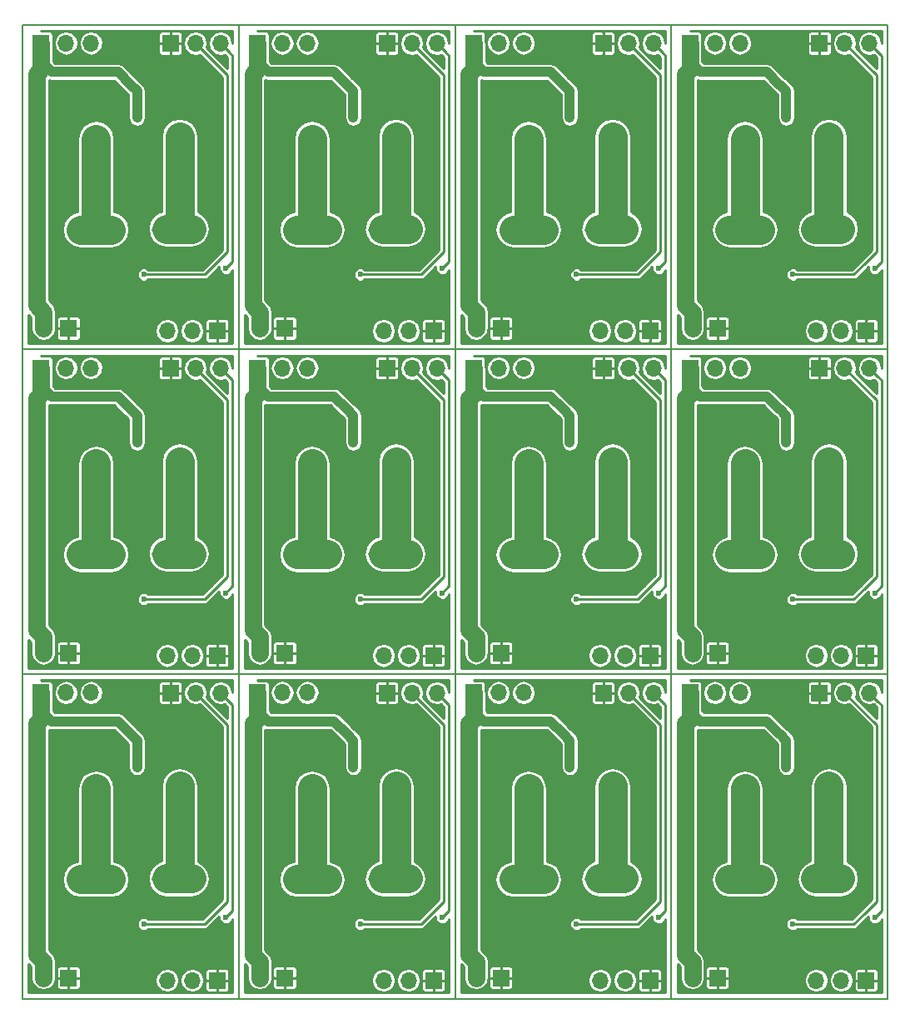
<source format=gbl>
G04 #@! TF.FileFunction,Copper,L2,Bot,Signal*
%FSLAX46Y46*%
G04 Gerber Fmt 4.6, Leading zero omitted, Abs format (unit mm)*
G04 Created by KiCad (PCBNEW 4.0.2-stable) date 11/12/2017 10:54:40 AM*
%MOMM*%
G01*
G04 APERTURE LIST*
%ADD10C,0.100000*%
%ADD11C,0.150000*%
%ADD12R,1.700000X1.700000*%
%ADD13O,1.700000X1.700000*%
%ADD14C,0.600000*%
%ADD15C,1.750000*%
%ADD16C,1.000000*%
%ADD17C,0.250000*%
%ADD18C,3.000000*%
%ADD19C,0.500000*%
%ADD20C,0.254000*%
G04 APERTURE END LIST*
D10*
D11*
X102000000Y-111000000D02*
X102000000Y-144000000D01*
X124000000Y-111000000D02*
X124000000Y-144000000D01*
X124000000Y-144000000D02*
X124000000Y-111000000D01*
X124000000Y-144000000D02*
X102000000Y-144000000D01*
X102000000Y-144000000D02*
X80000000Y-144000000D01*
X80000000Y-144000000D02*
X80000000Y-111000000D01*
X102000000Y-144000000D02*
X102000000Y-111000000D01*
X102000000Y-111000000D02*
X124000000Y-111000000D01*
X124000000Y-111000000D02*
X102000000Y-111000000D01*
X80000000Y-111000000D02*
X102000000Y-111000000D01*
X102000000Y-111000000D02*
X80000000Y-111000000D01*
X146000000Y-144000000D02*
X146000000Y-111000000D01*
X146000000Y-144000000D02*
X124000000Y-144000000D01*
X146000000Y-111000000D02*
X146000000Y-144000000D01*
X168000000Y-144000000D02*
X146000000Y-144000000D01*
X168000000Y-111000000D02*
X168000000Y-144000000D01*
X168000000Y-111000000D02*
X146000000Y-111000000D01*
X124000000Y-111000000D02*
X146000000Y-111000000D01*
X146000000Y-111000000D02*
X168000000Y-111000000D01*
X146000000Y-111000000D02*
X124000000Y-111000000D01*
X146000000Y-78000000D02*
X146000000Y-111000000D01*
X168000000Y-111000000D02*
X146000000Y-111000000D01*
X168000000Y-78000000D02*
X168000000Y-111000000D01*
X146000000Y-78000000D02*
X168000000Y-78000000D01*
X124000000Y-111000000D02*
X102000000Y-111000000D01*
X102000000Y-111000000D02*
X80000000Y-111000000D01*
X80000000Y-111000000D02*
X80000000Y-78000000D01*
X80000000Y-78000000D02*
X102000000Y-78000000D01*
X102000000Y-78000000D02*
X102000000Y-111000000D01*
X102000000Y-78000000D02*
X124000000Y-78000000D01*
X102000000Y-111000000D02*
X102000000Y-78000000D01*
X124000000Y-78000000D02*
X146000000Y-78000000D01*
X124000000Y-111000000D02*
X124000000Y-78000000D01*
X146000000Y-111000000D02*
X146000000Y-78000000D01*
X146000000Y-111000000D02*
X124000000Y-111000000D01*
X124000000Y-78000000D02*
X124000000Y-111000000D01*
X146000000Y-78000000D02*
X146000000Y-45000000D01*
X124000000Y-78000000D02*
X124000000Y-45000000D01*
X124000000Y-45000000D02*
X146000000Y-45000000D01*
X146000000Y-45000000D02*
X146000000Y-78000000D01*
X168000000Y-78000000D02*
X146000000Y-78000000D01*
X168000000Y-45000000D02*
X168000000Y-78000000D01*
X146000000Y-45000000D02*
X168000000Y-45000000D01*
X146000000Y-78000000D02*
X124000000Y-78000000D01*
X124000000Y-78000000D02*
X102000000Y-78000000D01*
X102000000Y-78000000D02*
X102000000Y-45000000D01*
X102000000Y-45000000D02*
X124000000Y-45000000D01*
X124000000Y-45000000D02*
X124000000Y-78000000D01*
X80000000Y-78000000D02*
X80000000Y-45000000D01*
X102000000Y-78000000D02*
X80000000Y-78000000D01*
X102000000Y-45000000D02*
X102000000Y-78000000D01*
X80000000Y-45000000D02*
X102000000Y-45000000D01*
D12*
X128673600Y-141857200D03*
D13*
X126133600Y-141857200D03*
D14*
X130723400Y-132601600D03*
X132123400Y-132601600D03*
X131423400Y-132601600D03*
X131423400Y-131101600D03*
X130723400Y-131101600D03*
X132123400Y-131101600D03*
X139410200Y-132500000D03*
X140110200Y-132500000D03*
X140810200Y-131000000D03*
X140110200Y-131000000D03*
D12*
X125879600Y-112879600D03*
D13*
X128419600Y-112879600D03*
X130959600Y-112879600D03*
D12*
X139062200Y-112905000D03*
D13*
X141602200Y-112905000D03*
X144142200Y-112905000D03*
D12*
X161062200Y-112905000D03*
D13*
X163602200Y-112905000D03*
X166142200Y-112905000D03*
D12*
X165812000Y-142111200D03*
D13*
X163272000Y-142111200D03*
X160732000Y-142111200D03*
D12*
X147879600Y-112879600D03*
D13*
X150419600Y-112879600D03*
X152959600Y-112879600D03*
D14*
X162810200Y-131000000D03*
X161410200Y-132500000D03*
X162110200Y-131000000D03*
X162110200Y-132500000D03*
X162810200Y-132500000D03*
X161410200Y-131000000D03*
X152723400Y-131101600D03*
X154123400Y-131101600D03*
X152723400Y-132601600D03*
X154123400Y-132601600D03*
X153423400Y-131101600D03*
X153423400Y-132601600D03*
D12*
X143812000Y-142111200D03*
D13*
X141272000Y-142111200D03*
X138732000Y-142111200D03*
D14*
X140810200Y-132500000D03*
X139410200Y-131000000D03*
D12*
X150673600Y-141857200D03*
D13*
X148133600Y-141857200D03*
D14*
X88123400Y-132601600D03*
D12*
X106673600Y-141857200D03*
D13*
X104133600Y-141857200D03*
D12*
X99812000Y-142111200D03*
D13*
X97272000Y-142111200D03*
X94732000Y-142111200D03*
D14*
X96810200Y-132500000D03*
X96810200Y-131000000D03*
X95410200Y-131000000D03*
X96110200Y-131000000D03*
X95410200Y-132500000D03*
X96110200Y-132500000D03*
D12*
X84673600Y-141857200D03*
D13*
X82133600Y-141857200D03*
D14*
X87423400Y-132601600D03*
D12*
X117062200Y-112905000D03*
D13*
X119602200Y-112905000D03*
X122142200Y-112905000D03*
D14*
X108723400Y-132601600D03*
X110123400Y-132601600D03*
X109423400Y-132601600D03*
D12*
X121812000Y-142111200D03*
D13*
X119272000Y-142111200D03*
X116732000Y-142111200D03*
D14*
X110123400Y-131101600D03*
X109423400Y-131101600D03*
X108723400Y-131101600D03*
X118110200Y-132500000D03*
X118810200Y-132500000D03*
X118110200Y-131000000D03*
X118810200Y-131000000D03*
X117410200Y-131000000D03*
X117410200Y-132500000D03*
D12*
X103879600Y-112879600D03*
D13*
X106419600Y-112879600D03*
X108959600Y-112879600D03*
D12*
X95062200Y-112905000D03*
D13*
X97602200Y-112905000D03*
X100142200Y-112905000D03*
D12*
X81879600Y-112879600D03*
D13*
X84419600Y-112879600D03*
X86959600Y-112879600D03*
D14*
X86723400Y-132601600D03*
X88123400Y-131101600D03*
X87423400Y-131101600D03*
X86723400Y-131101600D03*
D12*
X143812000Y-109111200D03*
D13*
X141272000Y-109111200D03*
X138732000Y-109111200D03*
D14*
X139410200Y-99500000D03*
X140110200Y-99500000D03*
X140110200Y-98000000D03*
X140810200Y-99500000D03*
X139410200Y-98000000D03*
X140810200Y-98000000D03*
D12*
X139062200Y-79905000D03*
D13*
X141602200Y-79905000D03*
X144142200Y-79905000D03*
D12*
X128673600Y-108857200D03*
D13*
X126133600Y-108857200D03*
D14*
X130723400Y-99601600D03*
X132123400Y-99601600D03*
X131423400Y-99601600D03*
X130723400Y-98101600D03*
X132123400Y-98101600D03*
X131423400Y-98101600D03*
D12*
X125879600Y-79879600D03*
D13*
X128419600Y-79879600D03*
X130959600Y-79879600D03*
D12*
X117062200Y-79905000D03*
D13*
X119602200Y-79905000D03*
X122142200Y-79905000D03*
D12*
X150673600Y-108857200D03*
D13*
X148133600Y-108857200D03*
D12*
X165812000Y-109111200D03*
D13*
X163272000Y-109111200D03*
X160732000Y-109111200D03*
D14*
X162110200Y-99500000D03*
X162810200Y-99500000D03*
D12*
X147879600Y-79879600D03*
D13*
X150419600Y-79879600D03*
X152959600Y-79879600D03*
D12*
X161062200Y-79905000D03*
D13*
X163602200Y-79905000D03*
X166142200Y-79905000D03*
D14*
X152723400Y-98101600D03*
X154123400Y-98101600D03*
X152723400Y-99601600D03*
X153423400Y-98101600D03*
X153423400Y-99601600D03*
X154123400Y-99601600D03*
X161410200Y-99500000D03*
X162810200Y-98000000D03*
X162110200Y-98000000D03*
X161410200Y-98000000D03*
X110123400Y-98101600D03*
X109423400Y-98101600D03*
X110123400Y-99601600D03*
X108723400Y-99601600D03*
X109423400Y-99601600D03*
X108723400Y-98101600D03*
D12*
X95062200Y-79905000D03*
D13*
X97602200Y-79905000D03*
X100142200Y-79905000D03*
D12*
X103879600Y-79879600D03*
D13*
X106419600Y-79879600D03*
X108959600Y-79879600D03*
D14*
X96810200Y-99500000D03*
X96810200Y-98000000D03*
X96110200Y-98000000D03*
X95410200Y-99500000D03*
X96110200Y-99500000D03*
X95410200Y-98000000D03*
X118110200Y-99500000D03*
X117410200Y-99500000D03*
X118810200Y-99500000D03*
X118110200Y-98000000D03*
X118810200Y-98000000D03*
X117410200Y-98000000D03*
D12*
X106673600Y-108857200D03*
D13*
X104133600Y-108857200D03*
D12*
X99812000Y-109111200D03*
D13*
X97272000Y-109111200D03*
X94732000Y-109111200D03*
D12*
X121812000Y-109111200D03*
D13*
X119272000Y-109111200D03*
X116732000Y-109111200D03*
D14*
X86723400Y-98101600D03*
X88123400Y-98101600D03*
X86723400Y-99601600D03*
X87423400Y-98101600D03*
D12*
X81879600Y-79879600D03*
D13*
X84419600Y-79879600D03*
X86959600Y-79879600D03*
D14*
X87423400Y-99601600D03*
X88123400Y-99601600D03*
D12*
X84673600Y-108857200D03*
D13*
X82133600Y-108857200D03*
D12*
X150673600Y-75857200D03*
D13*
X148133600Y-75857200D03*
D14*
X153423400Y-66601600D03*
X154123400Y-65101600D03*
X154123400Y-66601600D03*
X152723400Y-65101600D03*
X153423400Y-65101600D03*
X140810200Y-65000000D03*
D12*
X143812000Y-76111200D03*
D13*
X141272000Y-76111200D03*
X138732000Y-76111200D03*
D14*
X139410200Y-65000000D03*
X140110200Y-65000000D03*
X139410200Y-66500000D03*
X140810200Y-66500000D03*
X140110200Y-66500000D03*
D12*
X165812000Y-76111200D03*
D13*
X163272000Y-76111200D03*
X160732000Y-76111200D03*
D12*
X139062200Y-46905000D03*
D13*
X141602200Y-46905000D03*
X144142200Y-46905000D03*
D14*
X162810200Y-66500000D03*
X162110200Y-66500000D03*
X162810200Y-65000000D03*
X162110200Y-65000000D03*
X161410200Y-66500000D03*
D12*
X161062200Y-46905000D03*
D13*
X163602200Y-46905000D03*
X166142200Y-46905000D03*
D14*
X161410200Y-65000000D03*
D12*
X147879600Y-46879600D03*
D13*
X150419600Y-46879600D03*
X152959600Y-46879600D03*
D14*
X152723400Y-66601600D03*
D12*
X128673600Y-75857200D03*
D13*
X126133600Y-75857200D03*
D12*
X125879600Y-46879600D03*
D13*
X128419600Y-46879600D03*
X130959600Y-46879600D03*
D14*
X130723400Y-65101600D03*
X131423400Y-65101600D03*
X132123400Y-66601600D03*
X131423400Y-66601600D03*
X132123400Y-65101600D03*
X130723400Y-66601600D03*
D12*
X121812000Y-76111200D03*
D13*
X119272000Y-76111200D03*
X116732000Y-76111200D03*
D14*
X118110200Y-66500000D03*
X117410200Y-65000000D03*
X117410200Y-66500000D03*
X118810200Y-66500000D03*
X108723400Y-66601600D03*
X108723400Y-65101600D03*
D12*
X106673600Y-75857200D03*
D13*
X104133600Y-75857200D03*
D14*
X110123400Y-65101600D03*
X109423400Y-65101600D03*
X110123400Y-66601600D03*
X109423400Y-66601600D03*
D12*
X117062200Y-46905000D03*
D13*
X119602200Y-46905000D03*
X122142200Y-46905000D03*
D14*
X118110200Y-65000000D03*
X118810200Y-65000000D03*
D12*
X103879600Y-46879600D03*
D13*
X106419600Y-46879600D03*
X108959600Y-46879600D03*
D14*
X87423400Y-66601600D03*
X86723400Y-66601600D03*
X88123400Y-65101600D03*
X87423400Y-65101600D03*
X88123400Y-66601600D03*
X86723400Y-65101600D03*
X96810200Y-66500000D03*
X96110200Y-66500000D03*
X95410200Y-66500000D03*
X96810200Y-65000000D03*
X96110200Y-65000000D03*
X95410200Y-65000000D03*
D12*
X84673600Y-75857200D03*
D13*
X82133600Y-75857200D03*
D12*
X81879600Y-46879600D03*
D13*
X84419600Y-46879600D03*
X86959600Y-46879600D03*
D12*
X99812000Y-76111200D03*
D13*
X97272000Y-76111200D03*
X94732000Y-76111200D03*
D12*
X95062200Y-46905000D03*
D13*
X97602200Y-46905000D03*
X100142200Y-46905000D03*
D14*
X157658600Y-119737600D03*
X157658600Y-120474200D03*
X91658600Y-119737600D03*
X81422400Y-120779000D03*
X81422400Y-119915400D03*
X91658600Y-120474200D03*
X103422400Y-119915400D03*
X103422400Y-120779000D03*
X147422400Y-119915400D03*
X147422400Y-120779000D03*
X125422400Y-119915400D03*
X125422400Y-120779000D03*
X135658600Y-120474200D03*
X135658600Y-119737600D03*
X113658600Y-120474200D03*
X113658600Y-119737600D03*
X91658600Y-87474200D03*
X91658600Y-86737600D03*
X103422400Y-87779000D03*
X103422400Y-86915400D03*
X81422400Y-87779000D03*
X81422400Y-86915400D03*
X157658600Y-87474200D03*
X157658600Y-86737600D03*
X125422400Y-86915400D03*
X125422400Y-87779000D03*
X113658600Y-87474200D03*
X113658600Y-86737600D03*
X135658600Y-87474200D03*
X135658600Y-86737600D03*
X147422400Y-87779000D03*
X147422400Y-86915400D03*
X147422400Y-53915400D03*
X147422400Y-54779000D03*
X157658600Y-53737600D03*
X157658600Y-54474200D03*
X125422400Y-53915400D03*
X125422400Y-54779000D03*
X135658600Y-53737600D03*
X135658600Y-54474200D03*
X113658600Y-54474200D03*
X113658600Y-53737600D03*
X103422400Y-53915400D03*
X103422400Y-54779000D03*
X81422400Y-54779000D03*
X81422400Y-53915400D03*
X91658600Y-54474200D03*
X91658600Y-53737600D03*
X158344400Y-123975600D03*
X149073400Y-123848600D03*
X149048000Y-123035800D03*
X158344400Y-123289800D03*
X159411200Y-127760200D03*
X150292600Y-128242800D03*
X156109200Y-135608800D03*
X164785900Y-134408700D03*
X157963400Y-139444200D03*
X83073400Y-123848600D03*
X84292600Y-128242800D03*
X83048000Y-123035800D03*
X92344400Y-123289800D03*
X105073400Y-123848600D03*
X106292600Y-128242800D03*
X105048000Y-123035800D03*
X93411200Y-127760200D03*
X91963400Y-139444200D03*
X90109200Y-135608800D03*
X98785900Y-134408700D03*
X92344400Y-123975600D03*
X113963400Y-139444200D03*
X120785900Y-134408700D03*
X112109200Y-135608800D03*
X115411200Y-127760200D03*
X142785900Y-134408700D03*
X134109200Y-135608800D03*
X135963400Y-139444200D03*
X127073400Y-123848600D03*
X127048000Y-123035800D03*
X128292600Y-128242800D03*
X136344400Y-123975600D03*
X137411200Y-127760200D03*
X136344400Y-123289800D03*
X114344400Y-123975600D03*
X114344400Y-123289800D03*
X91963400Y-106444200D03*
X90109200Y-102608800D03*
X98785900Y-101408700D03*
X92344400Y-90975600D03*
X93411200Y-94760200D03*
X92344400Y-90289800D03*
X105048000Y-90035800D03*
X105073400Y-90848600D03*
X106292600Y-95242800D03*
X113963400Y-106444200D03*
X120785900Y-101408700D03*
X112109200Y-102608800D03*
X83073400Y-90848600D03*
X84292600Y-95242800D03*
X83048000Y-90035800D03*
X156109200Y-102608800D03*
X157963400Y-106444200D03*
X142785900Y-101408700D03*
X150292600Y-95242800D03*
X149048000Y-90035800D03*
X158344400Y-90289800D03*
X149073400Y-90848600D03*
X159411200Y-94760200D03*
X164785900Y-101408700D03*
X158344400Y-90975600D03*
X127073400Y-90848600D03*
X134109200Y-102608800D03*
X135963400Y-106444200D03*
X137411200Y-94760200D03*
X136344400Y-90975600D03*
X127048000Y-90035800D03*
X128292600Y-95242800D03*
X114344400Y-90975600D03*
X115411200Y-94760200D03*
X114344400Y-90289800D03*
X136344400Y-90289800D03*
X150292600Y-62242800D03*
X149073400Y-57848600D03*
X149048000Y-57035800D03*
X158344400Y-57975600D03*
X158344400Y-57289800D03*
X159411200Y-61760200D03*
X156109200Y-69608800D03*
X157963400Y-73444200D03*
X164785900Y-68408700D03*
X128292600Y-62242800D03*
X127048000Y-57035800D03*
X127073400Y-57848600D03*
X137411200Y-61760200D03*
X142785900Y-68408700D03*
X134109200Y-69608800D03*
X135963400Y-73444200D03*
X136344400Y-57289800D03*
X136344400Y-57975600D03*
X114344400Y-57975600D03*
X114344400Y-57289800D03*
X115411200Y-61760200D03*
X113963400Y-73444200D03*
X120785900Y-68408700D03*
X112109200Y-69608800D03*
X105073400Y-57848600D03*
X106292600Y-62242800D03*
X105048000Y-57035800D03*
X98785900Y-68408700D03*
X91963400Y-73444200D03*
X84292600Y-62242800D03*
X93411200Y-61760200D03*
X90109200Y-69608800D03*
X92344400Y-57289800D03*
X92344400Y-57975600D03*
X83048000Y-57035800D03*
X83073400Y-57848600D03*
X158344400Y-136396200D03*
X92344400Y-136396200D03*
X114344400Y-136396200D03*
X136344400Y-136396200D03*
X92344400Y-103396200D03*
X114344400Y-103396200D03*
X158344400Y-103396200D03*
X136344400Y-103396200D03*
X158344400Y-70396200D03*
X136344400Y-70396200D03*
X114344400Y-70396200D03*
X92344400Y-70396200D03*
X166701000Y-135739600D03*
X100701000Y-135739600D03*
X122701000Y-135739600D03*
X144701000Y-135739600D03*
X100701000Y-102739600D03*
X144701000Y-102739600D03*
X166701000Y-102739600D03*
X122701000Y-102739600D03*
X166701000Y-69739600D03*
X144701000Y-69739600D03*
X122701000Y-69739600D03*
X100701000Y-69739600D03*
D15*
X81422400Y-119915400D02*
X81422400Y-116003800D01*
X82133600Y-140221000D02*
X81422400Y-139509800D01*
X81422400Y-116003800D02*
X81879600Y-115546600D01*
X81879600Y-115546600D02*
X81879600Y-112879600D01*
X82133600Y-141857200D02*
X82133600Y-140221000D01*
D16*
X81879600Y-112879600D02*
X81879600Y-114729600D01*
X81879600Y-114729600D02*
X82950600Y-115800600D01*
X91658600Y-119737600D02*
X91658600Y-120474200D01*
D15*
X81422400Y-139509800D02*
X81422400Y-119915400D01*
D16*
X90998200Y-117096000D02*
X91023600Y-117096000D01*
X91023600Y-117096000D02*
X91658600Y-117731000D01*
X82950600Y-115800600D02*
X89702800Y-115800600D01*
X89702800Y-115800600D02*
X90998200Y-117096000D01*
X91658600Y-117731000D02*
X91658600Y-119737600D01*
X111702800Y-115800600D02*
X112998200Y-117096000D01*
X113658600Y-117731000D02*
X113658600Y-119737600D01*
X112998200Y-117096000D02*
X113023600Y-117096000D01*
X113023600Y-117096000D02*
X113658600Y-117731000D01*
X113658600Y-119737600D02*
X113658600Y-120474200D01*
D15*
X103422400Y-139509800D02*
X103422400Y-119915400D01*
D16*
X103879600Y-114729600D02*
X104950600Y-115800600D01*
X103879600Y-112879600D02*
X103879600Y-114729600D01*
X104950600Y-115800600D02*
X111702800Y-115800600D01*
D15*
X103879600Y-115546600D02*
X103879600Y-112879600D01*
X103422400Y-116003800D02*
X103879600Y-115546600D01*
X104133600Y-140221000D02*
X103422400Y-139509800D01*
X103422400Y-119915400D02*
X103422400Y-116003800D01*
X104133600Y-141857200D02*
X104133600Y-140221000D01*
X125879600Y-115546600D02*
X125879600Y-112879600D01*
X126133600Y-141857200D02*
X126133600Y-140221000D01*
X125422400Y-139509800D02*
X125422400Y-119915400D01*
X126133600Y-140221000D02*
X125422400Y-139509800D01*
D16*
X135658600Y-117731000D02*
X135658600Y-119737600D01*
X135023600Y-117096000D02*
X135658600Y-117731000D01*
X126950600Y-115800600D02*
X133702800Y-115800600D01*
X125879600Y-114729600D02*
X126950600Y-115800600D01*
X133702800Y-115800600D02*
X134998200Y-117096000D01*
D15*
X125422400Y-116003800D02*
X125879600Y-115546600D01*
D16*
X134998200Y-117096000D02*
X135023600Y-117096000D01*
X125879600Y-112879600D02*
X125879600Y-114729600D01*
D15*
X125422400Y-119915400D02*
X125422400Y-116003800D01*
D16*
X135658600Y-119737600D02*
X135658600Y-120474200D01*
D15*
X147422400Y-116003800D02*
X147879600Y-115546600D01*
X147422400Y-119915400D02*
X147422400Y-116003800D01*
D16*
X147879600Y-112879600D02*
X147879600Y-114729600D01*
D15*
X147879600Y-115546600D02*
X147879600Y-112879600D01*
D16*
X156998200Y-117096000D02*
X157023600Y-117096000D01*
X157658600Y-117731000D02*
X157658600Y-119737600D01*
X157023600Y-117096000D02*
X157658600Y-117731000D01*
X155702800Y-115800600D02*
X156998200Y-117096000D01*
X157658600Y-119737600D02*
X157658600Y-120474200D01*
D15*
X148133600Y-140221000D02*
X147422400Y-139509800D01*
X147422400Y-139509800D02*
X147422400Y-119915400D01*
D16*
X148950600Y-115800600D02*
X155702800Y-115800600D01*
X147879600Y-114729600D02*
X148950600Y-115800600D01*
D15*
X148133600Y-141857200D02*
X148133600Y-140221000D01*
D16*
X157023600Y-84096000D02*
X157658600Y-84731000D01*
X157658600Y-84731000D02*
X157658600Y-86737600D01*
X157658600Y-86737600D02*
X157658600Y-87474200D01*
X156998200Y-84096000D02*
X157023600Y-84096000D01*
X147879600Y-81729600D02*
X148950600Y-82800600D01*
X155702800Y-82800600D02*
X156998200Y-84096000D01*
X147879600Y-79879600D02*
X147879600Y-81729600D01*
D15*
X147879600Y-82546600D02*
X147879600Y-79879600D01*
X147422400Y-106509800D02*
X147422400Y-86915400D01*
X148133600Y-108857200D02*
X148133600Y-107221000D01*
X148133600Y-107221000D02*
X147422400Y-106509800D01*
X147422400Y-83003800D02*
X147879600Y-82546600D01*
X147422400Y-86915400D02*
X147422400Y-83003800D01*
D16*
X148950600Y-82800600D02*
X155702800Y-82800600D01*
X111702800Y-82800600D02*
X112998200Y-84096000D01*
X103879600Y-81729600D02*
X104950600Y-82800600D01*
X104950600Y-82800600D02*
X111702800Y-82800600D01*
D15*
X103879600Y-82546600D02*
X103879600Y-79879600D01*
X103422400Y-83003800D02*
X103879600Y-82546600D01*
X104133600Y-107221000D02*
X103422400Y-106509800D01*
X104133600Y-108857200D02*
X104133600Y-107221000D01*
D16*
X113023600Y-84096000D02*
X113658600Y-84731000D01*
X112998200Y-84096000D02*
X113023600Y-84096000D01*
X113658600Y-84731000D02*
X113658600Y-86737600D01*
X113658600Y-86737600D02*
X113658600Y-87474200D01*
D15*
X126133600Y-108857200D02*
X126133600Y-107221000D01*
X125879600Y-82546600D02*
X125879600Y-79879600D01*
D16*
X125879600Y-79879600D02*
X125879600Y-81729600D01*
D15*
X125422400Y-106509800D02*
X125422400Y-86915400D01*
X126133600Y-107221000D02*
X125422400Y-106509800D01*
X125422400Y-83003800D02*
X125879600Y-82546600D01*
X81422400Y-83003800D02*
X81879600Y-82546600D01*
X81422400Y-86915400D02*
X81422400Y-83003800D01*
X103422400Y-86915400D02*
X103422400Y-83003800D01*
X103422400Y-106509800D02*
X103422400Y-86915400D01*
X81422400Y-106509800D02*
X81422400Y-86915400D01*
X82133600Y-107221000D02*
X81422400Y-106509800D01*
X82133600Y-108857200D02*
X82133600Y-107221000D01*
D16*
X91658600Y-86737600D02*
X91658600Y-87474200D01*
X91658600Y-84731000D02*
X91658600Y-86737600D01*
X89702800Y-82800600D02*
X90998200Y-84096000D01*
X90998200Y-84096000D02*
X91023600Y-84096000D01*
X91023600Y-84096000D02*
X91658600Y-84731000D01*
X103879600Y-79879600D02*
X103879600Y-81729600D01*
X81879600Y-79879600D02*
X81879600Y-81729600D01*
X81879600Y-81729600D02*
X82950600Y-82800600D01*
X82950600Y-82800600D02*
X89702800Y-82800600D01*
D15*
X81879600Y-82546600D02*
X81879600Y-79879600D01*
D16*
X125879600Y-81729600D02*
X126950600Y-82800600D01*
X135658600Y-86737600D02*
X135658600Y-87474200D01*
X126950600Y-82800600D02*
X133702800Y-82800600D01*
D15*
X125422400Y-86915400D02*
X125422400Y-83003800D01*
D16*
X133702800Y-82800600D02*
X134998200Y-84096000D01*
X134998200Y-84096000D02*
X135023600Y-84096000D01*
X135658600Y-84731000D02*
X135658600Y-86737600D01*
X135023600Y-84096000D02*
X135658600Y-84731000D01*
X157023600Y-51096000D02*
X157658600Y-51731000D01*
X148950600Y-49800600D02*
X155702800Y-49800600D01*
X156998200Y-51096000D02*
X157023600Y-51096000D01*
X155702800Y-49800600D02*
X156998200Y-51096000D01*
X147879600Y-48729600D02*
X148950600Y-49800600D01*
X157658600Y-51731000D02*
X157658600Y-53737600D01*
X157658600Y-53737600D02*
X157658600Y-54474200D01*
X147879600Y-46879600D02*
X147879600Y-48729600D01*
D15*
X147879600Y-49546600D02*
X147879600Y-46879600D01*
D16*
X133702800Y-49800600D02*
X134998200Y-51096000D01*
X134998200Y-51096000D02*
X135023600Y-51096000D01*
D15*
X148133600Y-74221000D02*
X147422400Y-73509800D01*
X147422400Y-73509800D02*
X147422400Y-53915400D01*
X147422400Y-53915400D02*
X147422400Y-50003800D01*
X148133600Y-75857200D02*
X148133600Y-74221000D01*
X147422400Y-50003800D02*
X147879600Y-49546600D01*
D16*
X135023600Y-51096000D02*
X135658600Y-51731000D01*
X135658600Y-51731000D02*
X135658600Y-53737600D01*
D15*
X125422400Y-50003800D02*
X125879600Y-49546600D01*
D16*
X135658600Y-53737600D02*
X135658600Y-54474200D01*
D15*
X126133600Y-74221000D02*
X125422400Y-73509800D01*
X125879600Y-49546600D02*
X125879600Y-46879600D01*
D16*
X125879600Y-46879600D02*
X125879600Y-48729600D01*
X126950600Y-49800600D02*
X133702800Y-49800600D01*
X125879600Y-48729600D02*
X126950600Y-49800600D01*
D15*
X125422400Y-73509800D02*
X125422400Y-53915400D01*
X126133600Y-75857200D02*
X126133600Y-74221000D01*
X125422400Y-53915400D02*
X125422400Y-50003800D01*
X103422400Y-73509800D02*
X103422400Y-53915400D01*
X104133600Y-74221000D02*
X103422400Y-73509800D01*
D16*
X113658600Y-51731000D02*
X113658600Y-53737600D01*
X113023600Y-51096000D02*
X113658600Y-51731000D01*
X113658600Y-53737600D02*
X113658600Y-54474200D01*
X112998200Y-51096000D02*
X113023600Y-51096000D01*
X111702800Y-49800600D02*
X112998200Y-51096000D01*
X103879600Y-48729600D02*
X104950600Y-49800600D01*
X103879600Y-46879600D02*
X103879600Y-48729600D01*
X104950600Y-49800600D02*
X111702800Y-49800600D01*
D15*
X103879600Y-49546600D02*
X103879600Y-46879600D01*
X103422400Y-53915400D02*
X103422400Y-50003800D01*
X103422400Y-50003800D02*
X103879600Y-49546600D01*
X104133600Y-75857200D02*
X104133600Y-74221000D01*
X81422400Y-73509800D02*
X81422400Y-53915400D01*
X81422400Y-53915400D02*
X81422400Y-50003800D01*
X82133600Y-75857200D02*
X82133600Y-74221000D01*
X82133600Y-74221000D02*
X81422400Y-73509800D01*
X81422400Y-50003800D02*
X81879600Y-49546600D01*
X81879600Y-49546600D02*
X81879600Y-46879600D01*
D16*
X91658600Y-53737600D02*
X91658600Y-54474200D01*
X91658600Y-51731000D02*
X91658600Y-53737600D01*
X91023600Y-51096000D02*
X91658600Y-51731000D01*
X90998200Y-51096000D02*
X91023600Y-51096000D01*
X82950600Y-49800600D02*
X89702800Y-49800600D01*
X89702800Y-49800600D02*
X90998200Y-51096000D01*
X81879600Y-46879600D02*
X81879600Y-48729600D01*
X81879600Y-48729600D02*
X82950600Y-49800600D01*
D17*
X98542000Y-136396200D02*
X99685000Y-135253200D01*
X99685000Y-135253200D02*
X99688800Y-135253200D01*
X99688800Y-135253200D02*
X100853400Y-134088600D01*
X92344400Y-136396200D02*
X98542000Y-136396200D01*
X100853400Y-134088600D02*
X100853400Y-116156200D01*
X100853400Y-116156200D02*
X97602200Y-112905000D01*
X122853400Y-134088600D02*
X122853400Y-116156200D01*
X122853400Y-116156200D02*
X119602200Y-112905000D01*
X121688800Y-135253200D02*
X122853400Y-134088600D01*
X121685000Y-135253200D02*
X121688800Y-135253200D01*
X120542000Y-136396200D02*
X121685000Y-135253200D01*
X114344400Y-136396200D02*
X120542000Y-136396200D01*
X142542000Y-136396200D02*
X143685000Y-135253200D01*
X143685000Y-135253200D02*
X143688800Y-135253200D01*
X143688800Y-135253200D02*
X144853400Y-134088600D01*
X144853400Y-134088600D02*
X144853400Y-116156200D01*
X136344400Y-136396200D02*
X142542000Y-136396200D01*
X144853400Y-116156200D02*
X141602200Y-112905000D01*
X165688800Y-135253200D02*
X166853400Y-134088600D01*
X164542000Y-136396200D02*
X165685000Y-135253200D01*
X165685000Y-135253200D02*
X165688800Y-135253200D01*
X158344400Y-136396200D02*
X164542000Y-136396200D01*
X166853400Y-116156200D02*
X163602200Y-112905000D01*
X166853400Y-134088600D02*
X166853400Y-116156200D01*
X165685000Y-102253200D02*
X165688800Y-102253200D01*
X158344400Y-103396200D02*
X164542000Y-103396200D01*
X164542000Y-103396200D02*
X165685000Y-102253200D01*
X166853400Y-83156200D02*
X163602200Y-79905000D01*
X166853400Y-101088600D02*
X166853400Y-83156200D01*
X165688800Y-102253200D02*
X166853400Y-101088600D01*
X122853400Y-83156200D02*
X119602200Y-79905000D01*
X122853400Y-101088600D02*
X122853400Y-83156200D01*
X99688800Y-102253200D02*
X100853400Y-101088600D01*
X100853400Y-101088600D02*
X100853400Y-83156200D01*
X98542000Y-103396200D02*
X99685000Y-102253200D01*
X99685000Y-102253200D02*
X99688800Y-102253200D01*
X92344400Y-103396200D02*
X98542000Y-103396200D01*
X100853400Y-83156200D02*
X97602200Y-79905000D01*
X144853400Y-83156200D02*
X141602200Y-79905000D01*
X142542000Y-103396200D02*
X143685000Y-102253200D01*
X136344400Y-103396200D02*
X142542000Y-103396200D01*
X143685000Y-102253200D02*
X143688800Y-102253200D01*
X144853400Y-101088600D02*
X144853400Y-83156200D01*
X143688800Y-102253200D02*
X144853400Y-101088600D01*
X121685000Y-102253200D02*
X121688800Y-102253200D01*
X121688800Y-102253200D02*
X122853400Y-101088600D01*
X114344400Y-103396200D02*
X120542000Y-103396200D01*
X120542000Y-103396200D02*
X121685000Y-102253200D01*
X166853400Y-50156200D02*
X163602200Y-46905000D01*
X166853400Y-68088600D02*
X166853400Y-50156200D01*
X165688800Y-69253200D02*
X166853400Y-68088600D01*
X164542000Y-70396200D02*
X165685000Y-69253200D01*
X165685000Y-69253200D02*
X165688800Y-69253200D01*
X158344400Y-70396200D02*
X164542000Y-70396200D01*
X144853400Y-68088600D02*
X144853400Y-50156200D01*
X144853400Y-50156200D02*
X141602200Y-46905000D01*
X143688800Y-69253200D02*
X144853400Y-68088600D01*
X136344400Y-70396200D02*
X142542000Y-70396200D01*
X142542000Y-70396200D02*
X143685000Y-69253200D01*
X143685000Y-69253200D02*
X143688800Y-69253200D01*
X121685000Y-69253200D02*
X121688800Y-69253200D01*
X114344400Y-70396200D02*
X120542000Y-70396200D01*
X120542000Y-70396200D02*
X121685000Y-69253200D01*
X122853400Y-68088600D02*
X122853400Y-50156200D01*
X122853400Y-50156200D02*
X119602200Y-46905000D01*
X121688800Y-69253200D02*
X122853400Y-68088600D01*
X98542000Y-70396200D02*
X99685000Y-69253200D01*
X100853400Y-50156200D02*
X97602200Y-46905000D01*
X92344400Y-70396200D02*
X98542000Y-70396200D01*
X99685000Y-69253200D02*
X99688800Y-69253200D01*
X99688800Y-69253200D02*
X100853400Y-68088600D01*
X100853400Y-68088600D02*
X100853400Y-50156200D01*
X100701000Y-135739600D02*
X101379609Y-135060991D01*
X100992199Y-113754999D02*
X100142200Y-112905000D01*
X101379609Y-114142409D02*
X100992199Y-113754999D01*
X101379609Y-135060991D02*
X101379609Y-114142409D01*
X122992199Y-113754999D02*
X122142200Y-112905000D01*
X123379609Y-114142409D02*
X122992199Y-113754999D01*
X123379609Y-135060991D02*
X123379609Y-114142409D01*
X122701000Y-135739600D02*
X123379609Y-135060991D01*
X145379609Y-135060991D02*
X145379609Y-114142409D01*
X144701000Y-135739600D02*
X145379609Y-135060991D01*
X144992199Y-113754999D02*
X144142200Y-112905000D01*
X145379609Y-114142409D02*
X144992199Y-113754999D01*
X166701000Y-135739600D02*
X167379609Y-135060991D01*
X166992199Y-113754999D02*
X166142200Y-112905000D01*
X167379609Y-114142409D02*
X166992199Y-113754999D01*
X167379609Y-135060991D02*
X167379609Y-114142409D01*
X167379609Y-81142409D02*
X166992199Y-80754999D01*
X166701000Y-102739600D02*
X167379609Y-102060991D01*
X167379609Y-102060991D02*
X167379609Y-81142409D01*
X166992199Y-80754999D02*
X166142200Y-79905000D01*
X123379609Y-102060991D02*
X123379609Y-81142409D01*
X122992199Y-80754999D02*
X122142200Y-79905000D01*
X123379609Y-81142409D02*
X122992199Y-80754999D01*
X100701000Y-102739600D02*
X101379609Y-102060991D01*
X101379609Y-102060991D02*
X101379609Y-81142409D01*
X101379609Y-81142409D02*
X100992199Y-80754999D01*
X100992199Y-80754999D02*
X100142200Y-79905000D01*
X144992199Y-80754999D02*
X144142200Y-79905000D01*
X145379609Y-81142409D02*
X144992199Y-80754999D01*
X144701000Y-102739600D02*
X145379609Y-102060991D01*
X145379609Y-102060991D02*
X145379609Y-81142409D01*
X122701000Y-102739600D02*
X123379609Y-102060991D01*
X166992199Y-47754999D02*
X166142200Y-46905000D01*
X167379609Y-69060991D02*
X167379609Y-48142409D01*
X167379609Y-48142409D02*
X166992199Y-47754999D01*
X166701000Y-69739600D02*
X167379609Y-69060991D01*
X145379609Y-69060991D02*
X145379609Y-48142409D01*
X144992199Y-47754999D02*
X144142200Y-46905000D01*
X145379609Y-48142409D02*
X144992199Y-47754999D01*
X144701000Y-69739600D02*
X145379609Y-69060991D01*
X122701000Y-69739600D02*
X123379609Y-69060991D01*
X123379609Y-69060991D02*
X123379609Y-48142409D01*
X123379609Y-48142409D02*
X122992199Y-47754999D01*
X122992199Y-47754999D02*
X122142200Y-46905000D01*
X101379609Y-48142409D02*
X100992199Y-47754999D01*
X101379609Y-69060991D02*
X101379609Y-48142409D01*
X100701000Y-69739600D02*
X101379609Y-69060991D01*
X100992199Y-47754999D02*
X100142200Y-46905000D01*
D18*
X87467600Y-131828000D02*
X87467600Y-122607800D01*
D19*
X86723400Y-131101600D02*
X85933400Y-131101600D01*
D18*
X85927600Y-131828000D02*
X87467600Y-131828000D01*
X87467600Y-131828000D02*
X88991600Y-131828000D01*
D19*
X85933400Y-131101600D02*
X85181600Y-131853400D01*
X107933400Y-131101600D02*
X107181600Y-131853400D01*
X108723400Y-131101600D02*
X107933400Y-131101600D01*
D18*
X107927600Y-131828000D02*
X109467600Y-131828000D01*
X109467600Y-131828000D02*
X110991600Y-131828000D01*
X109467600Y-131828000D02*
X109467600Y-122607800D01*
X131467600Y-131828000D02*
X131467600Y-122607800D01*
D19*
X130723400Y-131101600D02*
X129933400Y-131101600D01*
X129933400Y-131101600D02*
X129181600Y-131853400D01*
D18*
X129927600Y-131828000D02*
X131467600Y-131828000D01*
X131467600Y-131828000D02*
X132991600Y-131828000D01*
X153467600Y-131828000D02*
X153467600Y-122607800D01*
D19*
X152723400Y-131101600D02*
X151933400Y-131101600D01*
D18*
X151927600Y-131828000D02*
X153467600Y-131828000D01*
X153467600Y-131828000D02*
X154991600Y-131828000D01*
D19*
X151933400Y-131101600D02*
X151181600Y-131853400D01*
D18*
X153467600Y-98828000D02*
X154991600Y-98828000D01*
X151927600Y-98828000D02*
X153467600Y-98828000D01*
X153467600Y-98828000D02*
X153467600Y-89607800D01*
D19*
X152723400Y-98101600D02*
X151933400Y-98101600D01*
X151933400Y-98101600D02*
X151181600Y-98853400D01*
D18*
X107927600Y-98828000D02*
X109467600Y-98828000D01*
D19*
X108723400Y-98101600D02*
X107933400Y-98101600D01*
X107933400Y-98101600D02*
X107181600Y-98853400D01*
D18*
X109467600Y-98828000D02*
X110991600Y-98828000D01*
X109467600Y-98828000D02*
X109467600Y-89607800D01*
X87467600Y-98828000D02*
X88991600Y-98828000D01*
X87467600Y-98828000D02*
X87467600Y-89607800D01*
D19*
X85933400Y-98101600D02*
X85181600Y-98853400D01*
D18*
X85927600Y-98828000D02*
X87467600Y-98828000D01*
D19*
X86723400Y-98101600D02*
X85933400Y-98101600D01*
X130723400Y-98101600D02*
X129933400Y-98101600D01*
X129933400Y-98101600D02*
X129181600Y-98853400D01*
D18*
X131467600Y-98828000D02*
X131467600Y-89607800D01*
X131467600Y-98828000D02*
X132991600Y-98828000D01*
X129927600Y-98828000D02*
X131467600Y-98828000D01*
X153467600Y-65828000D02*
X154991600Y-65828000D01*
D19*
X151933400Y-65101600D02*
X151181600Y-65853400D01*
D18*
X151927600Y-65828000D02*
X153467600Y-65828000D01*
X153467600Y-65828000D02*
X153467600Y-56607800D01*
D19*
X152723400Y-65101600D02*
X151933400Y-65101600D01*
D18*
X131467600Y-65828000D02*
X131467600Y-56607800D01*
X131467600Y-65828000D02*
X132991600Y-65828000D01*
D19*
X130723400Y-65101600D02*
X129933400Y-65101600D01*
D18*
X129927600Y-65828000D02*
X131467600Y-65828000D01*
D19*
X129933400Y-65101600D02*
X129181600Y-65853400D01*
X108723400Y-65101600D02*
X107933400Y-65101600D01*
X107933400Y-65101600D02*
X107181600Y-65853400D01*
D18*
X107927600Y-65828000D02*
X109467600Y-65828000D01*
X109467600Y-65828000D02*
X110991600Y-65828000D01*
X109467600Y-65828000D02*
X109467600Y-56607800D01*
X87467600Y-65828000D02*
X87467600Y-56607800D01*
X87467600Y-65828000D02*
X88991600Y-65828000D01*
X85927600Y-65828000D02*
X87467600Y-65828000D01*
D19*
X85933400Y-65101600D02*
X85181600Y-65853400D01*
X86723400Y-65101600D02*
X85933400Y-65101600D01*
X94157936Y-131828000D02*
X93385800Y-131828000D01*
X95410200Y-131000000D02*
X94985936Y-131000000D01*
D18*
X95333000Y-131777200D02*
X96002000Y-131108200D01*
D19*
X94985936Y-131000000D02*
X94157936Y-131828000D01*
D18*
X96002000Y-131108200D02*
X96002000Y-122379200D01*
X94649200Y-131777200D02*
X97170400Y-131777200D01*
X94649200Y-131777200D02*
X95333000Y-131777200D01*
X118002000Y-131108200D02*
X118002000Y-122379200D01*
D19*
X116985936Y-131000000D02*
X116157936Y-131828000D01*
X117410200Y-131000000D02*
X116985936Y-131000000D01*
D18*
X117333000Y-131777200D02*
X118002000Y-131108200D01*
D19*
X116157936Y-131828000D02*
X115385800Y-131828000D01*
D18*
X116649200Y-131777200D02*
X119170400Y-131777200D01*
X116649200Y-131777200D02*
X117333000Y-131777200D01*
X138649200Y-131777200D02*
X141170400Y-131777200D01*
X140002000Y-131108200D02*
X140002000Y-122379200D01*
X139333000Y-131777200D02*
X140002000Y-131108200D01*
X138649200Y-131777200D02*
X139333000Y-131777200D01*
D19*
X138985936Y-131000000D02*
X138157936Y-131828000D01*
X139410200Y-131000000D02*
X138985936Y-131000000D01*
X138157936Y-131828000D02*
X137385800Y-131828000D01*
D18*
X161333000Y-131777200D02*
X162002000Y-131108200D01*
X160649200Y-131777200D02*
X163170400Y-131777200D01*
X162002000Y-131108200D02*
X162002000Y-122379200D01*
D19*
X160157936Y-131828000D02*
X159385800Y-131828000D01*
D18*
X160649200Y-131777200D02*
X161333000Y-131777200D01*
D19*
X160985936Y-131000000D02*
X160157936Y-131828000D01*
X161410200Y-131000000D02*
X160985936Y-131000000D01*
D18*
X162002000Y-98108200D02*
X162002000Y-89379200D01*
X161333000Y-98777200D02*
X162002000Y-98108200D01*
X160649200Y-98777200D02*
X163170400Y-98777200D01*
X160649200Y-98777200D02*
X161333000Y-98777200D01*
D19*
X161410200Y-98000000D02*
X160985936Y-98000000D01*
X160985936Y-98000000D02*
X160157936Y-98828000D01*
X160157936Y-98828000D02*
X159385800Y-98828000D01*
D18*
X118002000Y-98108200D02*
X118002000Y-89379200D01*
D19*
X94157936Y-98828000D02*
X93385800Y-98828000D01*
X95410200Y-98000000D02*
X94985936Y-98000000D01*
D18*
X94649200Y-98777200D02*
X95333000Y-98777200D01*
X96002000Y-98108200D02*
X96002000Y-89379200D01*
D19*
X94985936Y-98000000D02*
X94157936Y-98828000D01*
D18*
X94649200Y-98777200D02*
X97170400Y-98777200D01*
X95333000Y-98777200D02*
X96002000Y-98108200D01*
D19*
X138985936Y-98000000D02*
X138157936Y-98828000D01*
D18*
X138649200Y-98777200D02*
X139333000Y-98777200D01*
X139333000Y-98777200D02*
X140002000Y-98108200D01*
X138649200Y-98777200D02*
X141170400Y-98777200D01*
D19*
X138157936Y-98828000D02*
X137385800Y-98828000D01*
D18*
X140002000Y-98108200D02*
X140002000Y-89379200D01*
D19*
X139410200Y-98000000D02*
X138985936Y-98000000D01*
D18*
X116649200Y-98777200D02*
X119170400Y-98777200D01*
D19*
X116157936Y-98828000D02*
X115385800Y-98828000D01*
X117410200Y-98000000D02*
X116985936Y-98000000D01*
X116985936Y-98000000D02*
X116157936Y-98828000D01*
D18*
X117333000Y-98777200D02*
X118002000Y-98108200D01*
X116649200Y-98777200D02*
X117333000Y-98777200D01*
X160649200Y-65777200D02*
X161333000Y-65777200D01*
D19*
X160985936Y-65000000D02*
X160157936Y-65828000D01*
X161410200Y-65000000D02*
X160985936Y-65000000D01*
X160157936Y-65828000D02*
X159385800Y-65828000D01*
D18*
X139333000Y-65777200D02*
X140002000Y-65108200D01*
X138649200Y-65777200D02*
X141170400Y-65777200D01*
X140002000Y-65108200D02*
X140002000Y-56379200D01*
D19*
X139410200Y-65000000D02*
X138985936Y-65000000D01*
X138157936Y-65828000D02*
X137385800Y-65828000D01*
D18*
X138649200Y-65777200D02*
X139333000Y-65777200D01*
D19*
X138985936Y-65000000D02*
X138157936Y-65828000D01*
D18*
X162002000Y-65108200D02*
X162002000Y-56379200D01*
X160649200Y-65777200D02*
X163170400Y-65777200D01*
X161333000Y-65777200D02*
X162002000Y-65108200D01*
X118002000Y-65108200D02*
X118002000Y-56379200D01*
D19*
X116985936Y-65000000D02*
X116157936Y-65828000D01*
D18*
X116649200Y-65777200D02*
X117333000Y-65777200D01*
D19*
X116157936Y-65828000D02*
X115385800Y-65828000D01*
X117410200Y-65000000D02*
X116985936Y-65000000D01*
D18*
X116649200Y-65777200D02*
X119170400Y-65777200D01*
X117333000Y-65777200D02*
X118002000Y-65108200D01*
X96002000Y-65108200D02*
X96002000Y-56379200D01*
X94649200Y-65777200D02*
X95333000Y-65777200D01*
X95333000Y-65777200D02*
X96002000Y-65108200D01*
X94649200Y-65777200D02*
X97170400Y-65777200D01*
D19*
X94157936Y-65828000D02*
X93385800Y-65828000D01*
X95410200Y-65000000D02*
X94985936Y-65000000D01*
X94985936Y-65000000D02*
X94157936Y-65828000D01*
D20*
G36*
X83948517Y-45718187D02*
X83549152Y-45985035D01*
X83282304Y-46384400D01*
X83188600Y-46855483D01*
X83188600Y-46903717D01*
X83282304Y-47374800D01*
X83549152Y-47774165D01*
X83948517Y-48041013D01*
X84419600Y-48134717D01*
X84890683Y-48041013D01*
X85290048Y-47774165D01*
X85556896Y-47374800D01*
X85650600Y-46903717D01*
X85650600Y-46855483D01*
X85556896Y-46384400D01*
X85290048Y-45985035D01*
X84890683Y-45718187D01*
X84432254Y-45627000D01*
X86946946Y-45627000D01*
X86488517Y-45718187D01*
X86089152Y-45985035D01*
X85822304Y-46384400D01*
X85728600Y-46855483D01*
X85728600Y-46903717D01*
X85822304Y-47374800D01*
X86089152Y-47774165D01*
X86488517Y-48041013D01*
X86959600Y-48134717D01*
X87430683Y-48041013D01*
X87830048Y-47774165D01*
X88096896Y-47374800D01*
X88171298Y-47000750D01*
X93831200Y-47000750D01*
X93831200Y-47830786D01*
X93889204Y-47970820D01*
X93996381Y-48077996D01*
X94136415Y-48136000D01*
X94966450Y-48136000D01*
X95061700Y-48040750D01*
X95061700Y-46905500D01*
X95062700Y-46905500D01*
X95062700Y-48040750D01*
X95157950Y-48136000D01*
X95987985Y-48136000D01*
X96128019Y-48077996D01*
X96235196Y-47970820D01*
X96293200Y-47830786D01*
X96293200Y-47000750D01*
X96197950Y-46905500D01*
X95062700Y-46905500D01*
X95061700Y-46905500D01*
X93926450Y-46905500D01*
X93831200Y-47000750D01*
X88171298Y-47000750D01*
X88190600Y-46903717D01*
X88190600Y-46855483D01*
X88096896Y-46384400D01*
X87830048Y-45985035D01*
X87821337Y-45979214D01*
X93831200Y-45979214D01*
X93831200Y-46809250D01*
X93926450Y-46904500D01*
X95061700Y-46904500D01*
X95061700Y-45769250D01*
X95062700Y-45769250D01*
X95062700Y-46904500D01*
X96197950Y-46904500D01*
X96293200Y-46809250D01*
X96293200Y-45979214D01*
X96235196Y-45839180D01*
X96128019Y-45732004D01*
X95987985Y-45674000D01*
X95157950Y-45674000D01*
X95062700Y-45769250D01*
X95061700Y-45769250D01*
X94966450Y-45674000D01*
X94136415Y-45674000D01*
X93996381Y-45732004D01*
X93889204Y-45839180D01*
X93831200Y-45979214D01*
X87821337Y-45979214D01*
X87430683Y-45718187D01*
X86972254Y-45627000D01*
X101373000Y-45627000D01*
X101373000Y-46879878D01*
X101279496Y-46409800D01*
X101012648Y-46010435D01*
X100613283Y-45743587D01*
X100142200Y-45649883D01*
X99671117Y-45743587D01*
X99271752Y-46010435D01*
X99004904Y-46409800D01*
X98911200Y-46880883D01*
X98911200Y-46929117D01*
X99004904Y-47400200D01*
X99271752Y-47799565D01*
X99671117Y-48066413D01*
X100142200Y-48160117D01*
X100592212Y-48070604D01*
X100873609Y-48352001D01*
X100873609Y-49460817D01*
X98751690Y-47338898D01*
X98833200Y-46929117D01*
X98833200Y-46880883D01*
X98739496Y-46409800D01*
X98472648Y-46010435D01*
X98073283Y-45743587D01*
X97602200Y-45649883D01*
X97131117Y-45743587D01*
X96731752Y-46010435D01*
X96464904Y-46409800D01*
X96371200Y-46880883D01*
X96371200Y-46929117D01*
X96464904Y-47400200D01*
X96731752Y-47799565D01*
X97131117Y-48066413D01*
X97602200Y-48160117D01*
X98052212Y-48070604D01*
X100347400Y-50365792D01*
X100347400Y-67879008D01*
X99338656Y-68887752D01*
X99327204Y-68895404D01*
X98332408Y-69890200D01*
X92801523Y-69890200D01*
X92730659Y-69819213D01*
X92480454Y-69715318D01*
X92209535Y-69715082D01*
X91959148Y-69818539D01*
X91767413Y-70009941D01*
X91663518Y-70260146D01*
X91663282Y-70531065D01*
X91766739Y-70781452D01*
X91958141Y-70973187D01*
X92208346Y-71077082D01*
X92479265Y-71077318D01*
X92729652Y-70973861D01*
X92801438Y-70902200D01*
X98542000Y-70902200D01*
X98735638Y-70863683D01*
X98899796Y-70753996D01*
X100020092Y-69633700D01*
X100019882Y-69874465D01*
X100123339Y-70124852D01*
X100314741Y-70316587D01*
X100564946Y-70420482D01*
X100835865Y-70420718D01*
X101086252Y-70317261D01*
X101277987Y-70125859D01*
X101373000Y-69897044D01*
X101373000Y-77373000D01*
X80627000Y-77373000D01*
X80627000Y-74490652D01*
X80877600Y-74741252D01*
X80877600Y-75857200D01*
X80973207Y-76337850D01*
X81245474Y-76745326D01*
X81652950Y-77017593D01*
X82133600Y-77113200D01*
X82614250Y-77017593D01*
X83021726Y-76745326D01*
X83293993Y-76337850D01*
X83370554Y-75952950D01*
X83442600Y-75952950D01*
X83442600Y-76782986D01*
X83500604Y-76923020D01*
X83607781Y-77030196D01*
X83747815Y-77088200D01*
X84577850Y-77088200D01*
X84673100Y-76992950D01*
X84673100Y-75857700D01*
X84674100Y-75857700D01*
X84674100Y-76992950D01*
X84769350Y-77088200D01*
X85599385Y-77088200D01*
X85739419Y-77030196D01*
X85846596Y-76923020D01*
X85904600Y-76782986D01*
X85904600Y-76087083D01*
X93501000Y-76087083D01*
X93501000Y-76135317D01*
X93594704Y-76606400D01*
X93861552Y-77005765D01*
X94260917Y-77272613D01*
X94732000Y-77366317D01*
X95203083Y-77272613D01*
X95602448Y-77005765D01*
X95869296Y-76606400D01*
X95963000Y-76135317D01*
X95963000Y-76087083D01*
X96041000Y-76087083D01*
X96041000Y-76135317D01*
X96134704Y-76606400D01*
X96401552Y-77005765D01*
X96800917Y-77272613D01*
X97272000Y-77366317D01*
X97743083Y-77272613D01*
X98142448Y-77005765D01*
X98409296Y-76606400D01*
X98488751Y-76206950D01*
X98581000Y-76206950D01*
X98581000Y-77036986D01*
X98639004Y-77177020D01*
X98746181Y-77284196D01*
X98886215Y-77342200D01*
X99716250Y-77342200D01*
X99811500Y-77246950D01*
X99811500Y-76111700D01*
X99812500Y-76111700D01*
X99812500Y-77246950D01*
X99907750Y-77342200D01*
X100737785Y-77342200D01*
X100877819Y-77284196D01*
X100984996Y-77177020D01*
X101043000Y-77036986D01*
X101043000Y-76206950D01*
X100947750Y-76111700D01*
X99812500Y-76111700D01*
X99811500Y-76111700D01*
X98676250Y-76111700D01*
X98581000Y-76206950D01*
X98488751Y-76206950D01*
X98503000Y-76135317D01*
X98503000Y-76087083D01*
X98409296Y-75616000D01*
X98142448Y-75216635D01*
X98095723Y-75185414D01*
X98581000Y-75185414D01*
X98581000Y-76015450D01*
X98676250Y-76110700D01*
X99811500Y-76110700D01*
X99811500Y-74975450D01*
X99812500Y-74975450D01*
X99812500Y-76110700D01*
X100947750Y-76110700D01*
X101043000Y-76015450D01*
X101043000Y-75185414D01*
X100984996Y-75045380D01*
X100877819Y-74938204D01*
X100737785Y-74880200D01*
X99907750Y-74880200D01*
X99812500Y-74975450D01*
X99811500Y-74975450D01*
X99716250Y-74880200D01*
X98886215Y-74880200D01*
X98746181Y-74938204D01*
X98639004Y-75045380D01*
X98581000Y-75185414D01*
X98095723Y-75185414D01*
X97743083Y-74949787D01*
X97272000Y-74856083D01*
X96800917Y-74949787D01*
X96401552Y-75216635D01*
X96134704Y-75616000D01*
X96041000Y-76087083D01*
X95963000Y-76087083D01*
X95869296Y-75616000D01*
X95602448Y-75216635D01*
X95203083Y-74949787D01*
X94732000Y-74856083D01*
X94260917Y-74949787D01*
X93861552Y-75216635D01*
X93594704Y-75616000D01*
X93501000Y-76087083D01*
X85904600Y-76087083D01*
X85904600Y-75952950D01*
X85809350Y-75857700D01*
X84674100Y-75857700D01*
X84673100Y-75857700D01*
X83537850Y-75857700D01*
X83442600Y-75952950D01*
X83370554Y-75952950D01*
X83389600Y-75857200D01*
X83389600Y-74931414D01*
X83442600Y-74931414D01*
X83442600Y-75761450D01*
X83537850Y-75856700D01*
X84673100Y-75856700D01*
X84673100Y-74721450D01*
X84674100Y-74721450D01*
X84674100Y-75856700D01*
X85809350Y-75856700D01*
X85904600Y-75761450D01*
X85904600Y-74931414D01*
X85846596Y-74791380D01*
X85739419Y-74684204D01*
X85599385Y-74626200D01*
X84769350Y-74626200D01*
X84674100Y-74721450D01*
X84673100Y-74721450D01*
X84577850Y-74626200D01*
X83747815Y-74626200D01*
X83607781Y-74684204D01*
X83500604Y-74791380D01*
X83442600Y-74931414D01*
X83389600Y-74931414D01*
X83389600Y-74221000D01*
X83293993Y-73740350D01*
X83293993Y-73740349D01*
X83021726Y-73332874D01*
X82678400Y-72989548D01*
X82678400Y-65828000D01*
X84046600Y-65828000D01*
X84189783Y-66547828D01*
X84597532Y-67158068D01*
X85207772Y-67565817D01*
X85927600Y-67709000D01*
X88991600Y-67709000D01*
X89711428Y-67565817D01*
X90321668Y-67158068D01*
X90729417Y-66547828D01*
X90872600Y-65828000D01*
X92754800Y-65828000D01*
X92802832Y-66069473D01*
X92836300Y-66119561D01*
X92911383Y-66497028D01*
X93319132Y-67107268D01*
X93929372Y-67515017D01*
X94649200Y-67658200D01*
X97170400Y-67658200D01*
X97890228Y-67515017D01*
X98500468Y-67107268D01*
X98908217Y-66497028D01*
X99051400Y-65777200D01*
X98908217Y-65057372D01*
X98500468Y-64447132D01*
X97890228Y-64039383D01*
X97883000Y-64037945D01*
X97883000Y-56379200D01*
X97739817Y-55659372D01*
X97332068Y-55049132D01*
X96721828Y-54641383D01*
X96002000Y-54498200D01*
X95282172Y-54641383D01*
X94671932Y-55049132D01*
X94264183Y-55659372D01*
X94121000Y-56379200D01*
X94121000Y-64001266D01*
X93929372Y-64039383D01*
X93319132Y-64447132D01*
X92911383Y-65057372D01*
X92807524Y-65579505D01*
X92802832Y-65586527D01*
X92754800Y-65828000D01*
X90872600Y-65828000D01*
X90729417Y-65108172D01*
X90321668Y-64497932D01*
X89711428Y-64090183D01*
X89348600Y-64018012D01*
X89348600Y-56607800D01*
X89205417Y-55887972D01*
X88797668Y-55277732D01*
X88187428Y-54869983D01*
X87467600Y-54726800D01*
X86747772Y-54869983D01*
X86137532Y-55277732D01*
X85729783Y-55887972D01*
X85586600Y-56607800D01*
X85586600Y-64014829D01*
X85207772Y-64090183D01*
X84597532Y-64497932D01*
X84189783Y-65108172D01*
X84046600Y-65828000D01*
X82678400Y-65828000D01*
X82678400Y-50627456D01*
X82950600Y-50681600D01*
X89337878Y-50681600D01*
X90375239Y-51718961D01*
X90451786Y-51770108D01*
X90777600Y-52095922D01*
X90777600Y-54474200D01*
X90844662Y-54811344D01*
X91035639Y-55097161D01*
X91321456Y-55288138D01*
X91658600Y-55355200D01*
X91995744Y-55288138D01*
X92281561Y-55097161D01*
X92472538Y-54811344D01*
X92539600Y-54474200D01*
X92539600Y-51731000D01*
X92472538Y-51393856D01*
X92281561Y-51108039D01*
X91646561Y-50473039D01*
X91570014Y-50421892D01*
X90325761Y-49177639D01*
X90039944Y-48986662D01*
X89702800Y-48919600D01*
X83315522Y-48919600D01*
X83135600Y-48739678D01*
X83135600Y-46879600D01*
X83118064Y-46791440D01*
X83118064Y-46029600D01*
X83091497Y-45888410D01*
X83008054Y-45758735D01*
X82880734Y-45671741D01*
X82729600Y-45641136D01*
X81967760Y-45641136D01*
X81896693Y-45627000D01*
X84406946Y-45627000D01*
X83948517Y-45718187D01*
X83948517Y-45718187D01*
G37*
X83948517Y-45718187D02*
X83549152Y-45985035D01*
X83282304Y-46384400D01*
X83188600Y-46855483D01*
X83188600Y-46903717D01*
X83282304Y-47374800D01*
X83549152Y-47774165D01*
X83948517Y-48041013D01*
X84419600Y-48134717D01*
X84890683Y-48041013D01*
X85290048Y-47774165D01*
X85556896Y-47374800D01*
X85650600Y-46903717D01*
X85650600Y-46855483D01*
X85556896Y-46384400D01*
X85290048Y-45985035D01*
X84890683Y-45718187D01*
X84432254Y-45627000D01*
X86946946Y-45627000D01*
X86488517Y-45718187D01*
X86089152Y-45985035D01*
X85822304Y-46384400D01*
X85728600Y-46855483D01*
X85728600Y-46903717D01*
X85822304Y-47374800D01*
X86089152Y-47774165D01*
X86488517Y-48041013D01*
X86959600Y-48134717D01*
X87430683Y-48041013D01*
X87830048Y-47774165D01*
X88096896Y-47374800D01*
X88171298Y-47000750D01*
X93831200Y-47000750D01*
X93831200Y-47830786D01*
X93889204Y-47970820D01*
X93996381Y-48077996D01*
X94136415Y-48136000D01*
X94966450Y-48136000D01*
X95061700Y-48040750D01*
X95061700Y-46905500D01*
X95062700Y-46905500D01*
X95062700Y-48040750D01*
X95157950Y-48136000D01*
X95987985Y-48136000D01*
X96128019Y-48077996D01*
X96235196Y-47970820D01*
X96293200Y-47830786D01*
X96293200Y-47000750D01*
X96197950Y-46905500D01*
X95062700Y-46905500D01*
X95061700Y-46905500D01*
X93926450Y-46905500D01*
X93831200Y-47000750D01*
X88171298Y-47000750D01*
X88190600Y-46903717D01*
X88190600Y-46855483D01*
X88096896Y-46384400D01*
X87830048Y-45985035D01*
X87821337Y-45979214D01*
X93831200Y-45979214D01*
X93831200Y-46809250D01*
X93926450Y-46904500D01*
X95061700Y-46904500D01*
X95061700Y-45769250D01*
X95062700Y-45769250D01*
X95062700Y-46904500D01*
X96197950Y-46904500D01*
X96293200Y-46809250D01*
X96293200Y-45979214D01*
X96235196Y-45839180D01*
X96128019Y-45732004D01*
X95987985Y-45674000D01*
X95157950Y-45674000D01*
X95062700Y-45769250D01*
X95061700Y-45769250D01*
X94966450Y-45674000D01*
X94136415Y-45674000D01*
X93996381Y-45732004D01*
X93889204Y-45839180D01*
X93831200Y-45979214D01*
X87821337Y-45979214D01*
X87430683Y-45718187D01*
X86972254Y-45627000D01*
X101373000Y-45627000D01*
X101373000Y-46879878D01*
X101279496Y-46409800D01*
X101012648Y-46010435D01*
X100613283Y-45743587D01*
X100142200Y-45649883D01*
X99671117Y-45743587D01*
X99271752Y-46010435D01*
X99004904Y-46409800D01*
X98911200Y-46880883D01*
X98911200Y-46929117D01*
X99004904Y-47400200D01*
X99271752Y-47799565D01*
X99671117Y-48066413D01*
X100142200Y-48160117D01*
X100592212Y-48070604D01*
X100873609Y-48352001D01*
X100873609Y-49460817D01*
X98751690Y-47338898D01*
X98833200Y-46929117D01*
X98833200Y-46880883D01*
X98739496Y-46409800D01*
X98472648Y-46010435D01*
X98073283Y-45743587D01*
X97602200Y-45649883D01*
X97131117Y-45743587D01*
X96731752Y-46010435D01*
X96464904Y-46409800D01*
X96371200Y-46880883D01*
X96371200Y-46929117D01*
X96464904Y-47400200D01*
X96731752Y-47799565D01*
X97131117Y-48066413D01*
X97602200Y-48160117D01*
X98052212Y-48070604D01*
X100347400Y-50365792D01*
X100347400Y-67879008D01*
X99338656Y-68887752D01*
X99327204Y-68895404D01*
X98332408Y-69890200D01*
X92801523Y-69890200D01*
X92730659Y-69819213D01*
X92480454Y-69715318D01*
X92209535Y-69715082D01*
X91959148Y-69818539D01*
X91767413Y-70009941D01*
X91663518Y-70260146D01*
X91663282Y-70531065D01*
X91766739Y-70781452D01*
X91958141Y-70973187D01*
X92208346Y-71077082D01*
X92479265Y-71077318D01*
X92729652Y-70973861D01*
X92801438Y-70902200D01*
X98542000Y-70902200D01*
X98735638Y-70863683D01*
X98899796Y-70753996D01*
X100020092Y-69633700D01*
X100019882Y-69874465D01*
X100123339Y-70124852D01*
X100314741Y-70316587D01*
X100564946Y-70420482D01*
X100835865Y-70420718D01*
X101086252Y-70317261D01*
X101277987Y-70125859D01*
X101373000Y-69897044D01*
X101373000Y-77373000D01*
X80627000Y-77373000D01*
X80627000Y-74490652D01*
X80877600Y-74741252D01*
X80877600Y-75857200D01*
X80973207Y-76337850D01*
X81245474Y-76745326D01*
X81652950Y-77017593D01*
X82133600Y-77113200D01*
X82614250Y-77017593D01*
X83021726Y-76745326D01*
X83293993Y-76337850D01*
X83370554Y-75952950D01*
X83442600Y-75952950D01*
X83442600Y-76782986D01*
X83500604Y-76923020D01*
X83607781Y-77030196D01*
X83747815Y-77088200D01*
X84577850Y-77088200D01*
X84673100Y-76992950D01*
X84673100Y-75857700D01*
X84674100Y-75857700D01*
X84674100Y-76992950D01*
X84769350Y-77088200D01*
X85599385Y-77088200D01*
X85739419Y-77030196D01*
X85846596Y-76923020D01*
X85904600Y-76782986D01*
X85904600Y-76087083D01*
X93501000Y-76087083D01*
X93501000Y-76135317D01*
X93594704Y-76606400D01*
X93861552Y-77005765D01*
X94260917Y-77272613D01*
X94732000Y-77366317D01*
X95203083Y-77272613D01*
X95602448Y-77005765D01*
X95869296Y-76606400D01*
X95963000Y-76135317D01*
X95963000Y-76087083D01*
X96041000Y-76087083D01*
X96041000Y-76135317D01*
X96134704Y-76606400D01*
X96401552Y-77005765D01*
X96800917Y-77272613D01*
X97272000Y-77366317D01*
X97743083Y-77272613D01*
X98142448Y-77005765D01*
X98409296Y-76606400D01*
X98488751Y-76206950D01*
X98581000Y-76206950D01*
X98581000Y-77036986D01*
X98639004Y-77177020D01*
X98746181Y-77284196D01*
X98886215Y-77342200D01*
X99716250Y-77342200D01*
X99811500Y-77246950D01*
X99811500Y-76111700D01*
X99812500Y-76111700D01*
X99812500Y-77246950D01*
X99907750Y-77342200D01*
X100737785Y-77342200D01*
X100877819Y-77284196D01*
X100984996Y-77177020D01*
X101043000Y-77036986D01*
X101043000Y-76206950D01*
X100947750Y-76111700D01*
X99812500Y-76111700D01*
X99811500Y-76111700D01*
X98676250Y-76111700D01*
X98581000Y-76206950D01*
X98488751Y-76206950D01*
X98503000Y-76135317D01*
X98503000Y-76087083D01*
X98409296Y-75616000D01*
X98142448Y-75216635D01*
X98095723Y-75185414D01*
X98581000Y-75185414D01*
X98581000Y-76015450D01*
X98676250Y-76110700D01*
X99811500Y-76110700D01*
X99811500Y-74975450D01*
X99812500Y-74975450D01*
X99812500Y-76110700D01*
X100947750Y-76110700D01*
X101043000Y-76015450D01*
X101043000Y-75185414D01*
X100984996Y-75045380D01*
X100877819Y-74938204D01*
X100737785Y-74880200D01*
X99907750Y-74880200D01*
X99812500Y-74975450D01*
X99811500Y-74975450D01*
X99716250Y-74880200D01*
X98886215Y-74880200D01*
X98746181Y-74938204D01*
X98639004Y-75045380D01*
X98581000Y-75185414D01*
X98095723Y-75185414D01*
X97743083Y-74949787D01*
X97272000Y-74856083D01*
X96800917Y-74949787D01*
X96401552Y-75216635D01*
X96134704Y-75616000D01*
X96041000Y-76087083D01*
X95963000Y-76087083D01*
X95869296Y-75616000D01*
X95602448Y-75216635D01*
X95203083Y-74949787D01*
X94732000Y-74856083D01*
X94260917Y-74949787D01*
X93861552Y-75216635D01*
X93594704Y-75616000D01*
X93501000Y-76087083D01*
X85904600Y-76087083D01*
X85904600Y-75952950D01*
X85809350Y-75857700D01*
X84674100Y-75857700D01*
X84673100Y-75857700D01*
X83537850Y-75857700D01*
X83442600Y-75952950D01*
X83370554Y-75952950D01*
X83389600Y-75857200D01*
X83389600Y-74931414D01*
X83442600Y-74931414D01*
X83442600Y-75761450D01*
X83537850Y-75856700D01*
X84673100Y-75856700D01*
X84673100Y-74721450D01*
X84674100Y-74721450D01*
X84674100Y-75856700D01*
X85809350Y-75856700D01*
X85904600Y-75761450D01*
X85904600Y-74931414D01*
X85846596Y-74791380D01*
X85739419Y-74684204D01*
X85599385Y-74626200D01*
X84769350Y-74626200D01*
X84674100Y-74721450D01*
X84673100Y-74721450D01*
X84577850Y-74626200D01*
X83747815Y-74626200D01*
X83607781Y-74684204D01*
X83500604Y-74791380D01*
X83442600Y-74931414D01*
X83389600Y-74931414D01*
X83389600Y-74221000D01*
X83293993Y-73740350D01*
X83293993Y-73740349D01*
X83021726Y-73332874D01*
X82678400Y-72989548D01*
X82678400Y-65828000D01*
X84046600Y-65828000D01*
X84189783Y-66547828D01*
X84597532Y-67158068D01*
X85207772Y-67565817D01*
X85927600Y-67709000D01*
X88991600Y-67709000D01*
X89711428Y-67565817D01*
X90321668Y-67158068D01*
X90729417Y-66547828D01*
X90872600Y-65828000D01*
X92754800Y-65828000D01*
X92802832Y-66069473D01*
X92836300Y-66119561D01*
X92911383Y-66497028D01*
X93319132Y-67107268D01*
X93929372Y-67515017D01*
X94649200Y-67658200D01*
X97170400Y-67658200D01*
X97890228Y-67515017D01*
X98500468Y-67107268D01*
X98908217Y-66497028D01*
X99051400Y-65777200D01*
X98908217Y-65057372D01*
X98500468Y-64447132D01*
X97890228Y-64039383D01*
X97883000Y-64037945D01*
X97883000Y-56379200D01*
X97739817Y-55659372D01*
X97332068Y-55049132D01*
X96721828Y-54641383D01*
X96002000Y-54498200D01*
X95282172Y-54641383D01*
X94671932Y-55049132D01*
X94264183Y-55659372D01*
X94121000Y-56379200D01*
X94121000Y-64001266D01*
X93929372Y-64039383D01*
X93319132Y-64447132D01*
X92911383Y-65057372D01*
X92807524Y-65579505D01*
X92802832Y-65586527D01*
X92754800Y-65828000D01*
X90872600Y-65828000D01*
X90729417Y-65108172D01*
X90321668Y-64497932D01*
X89711428Y-64090183D01*
X89348600Y-64018012D01*
X89348600Y-56607800D01*
X89205417Y-55887972D01*
X88797668Y-55277732D01*
X88187428Y-54869983D01*
X87467600Y-54726800D01*
X86747772Y-54869983D01*
X86137532Y-55277732D01*
X85729783Y-55887972D01*
X85586600Y-56607800D01*
X85586600Y-64014829D01*
X85207772Y-64090183D01*
X84597532Y-64497932D01*
X84189783Y-65108172D01*
X84046600Y-65828000D01*
X82678400Y-65828000D01*
X82678400Y-50627456D01*
X82950600Y-50681600D01*
X89337878Y-50681600D01*
X90375239Y-51718961D01*
X90451786Y-51770108D01*
X90777600Y-52095922D01*
X90777600Y-54474200D01*
X90844662Y-54811344D01*
X91035639Y-55097161D01*
X91321456Y-55288138D01*
X91658600Y-55355200D01*
X91995744Y-55288138D01*
X92281561Y-55097161D01*
X92472538Y-54811344D01*
X92539600Y-54474200D01*
X92539600Y-51731000D01*
X92472538Y-51393856D01*
X92281561Y-51108039D01*
X91646561Y-50473039D01*
X91570014Y-50421892D01*
X90325761Y-49177639D01*
X90039944Y-48986662D01*
X89702800Y-48919600D01*
X83315522Y-48919600D01*
X83135600Y-48739678D01*
X83135600Y-46879600D01*
X83118064Y-46791440D01*
X83118064Y-46029600D01*
X83091497Y-45888410D01*
X83008054Y-45758735D01*
X82880734Y-45671741D01*
X82729600Y-45641136D01*
X81967760Y-45641136D01*
X81896693Y-45627000D01*
X84406946Y-45627000D01*
X83948517Y-45718187D01*
G36*
X105948517Y-45718187D02*
X105549152Y-45985035D01*
X105282304Y-46384400D01*
X105188600Y-46855483D01*
X105188600Y-46903717D01*
X105282304Y-47374800D01*
X105549152Y-47774165D01*
X105948517Y-48041013D01*
X106419600Y-48134717D01*
X106890683Y-48041013D01*
X107290048Y-47774165D01*
X107556896Y-47374800D01*
X107650600Y-46903717D01*
X107650600Y-46855483D01*
X107556896Y-46384400D01*
X107290048Y-45985035D01*
X106890683Y-45718187D01*
X106432254Y-45627000D01*
X108946946Y-45627000D01*
X108488517Y-45718187D01*
X108089152Y-45985035D01*
X107822304Y-46384400D01*
X107728600Y-46855483D01*
X107728600Y-46903717D01*
X107822304Y-47374800D01*
X108089152Y-47774165D01*
X108488517Y-48041013D01*
X108959600Y-48134717D01*
X109430683Y-48041013D01*
X109830048Y-47774165D01*
X110096896Y-47374800D01*
X110171298Y-47000750D01*
X115831200Y-47000750D01*
X115831200Y-47830786D01*
X115889204Y-47970820D01*
X115996381Y-48077996D01*
X116136415Y-48136000D01*
X116966450Y-48136000D01*
X117061700Y-48040750D01*
X117061700Y-46905500D01*
X117062700Y-46905500D01*
X117062700Y-48040750D01*
X117157950Y-48136000D01*
X117987985Y-48136000D01*
X118128019Y-48077996D01*
X118235196Y-47970820D01*
X118293200Y-47830786D01*
X118293200Y-47000750D01*
X118197950Y-46905500D01*
X117062700Y-46905500D01*
X117061700Y-46905500D01*
X115926450Y-46905500D01*
X115831200Y-47000750D01*
X110171298Y-47000750D01*
X110190600Y-46903717D01*
X110190600Y-46855483D01*
X110096896Y-46384400D01*
X109830048Y-45985035D01*
X109821337Y-45979214D01*
X115831200Y-45979214D01*
X115831200Y-46809250D01*
X115926450Y-46904500D01*
X117061700Y-46904500D01*
X117061700Y-45769250D01*
X117062700Y-45769250D01*
X117062700Y-46904500D01*
X118197950Y-46904500D01*
X118293200Y-46809250D01*
X118293200Y-45979214D01*
X118235196Y-45839180D01*
X118128019Y-45732004D01*
X117987985Y-45674000D01*
X117157950Y-45674000D01*
X117062700Y-45769250D01*
X117061700Y-45769250D01*
X116966450Y-45674000D01*
X116136415Y-45674000D01*
X115996381Y-45732004D01*
X115889204Y-45839180D01*
X115831200Y-45979214D01*
X109821337Y-45979214D01*
X109430683Y-45718187D01*
X108972254Y-45627000D01*
X123373000Y-45627000D01*
X123373000Y-46879878D01*
X123279496Y-46409800D01*
X123012648Y-46010435D01*
X122613283Y-45743587D01*
X122142200Y-45649883D01*
X121671117Y-45743587D01*
X121271752Y-46010435D01*
X121004904Y-46409800D01*
X120911200Y-46880883D01*
X120911200Y-46929117D01*
X121004904Y-47400200D01*
X121271752Y-47799565D01*
X121671117Y-48066413D01*
X122142200Y-48160117D01*
X122592212Y-48070604D01*
X122873609Y-48352001D01*
X122873609Y-49460817D01*
X120751690Y-47338898D01*
X120833200Y-46929117D01*
X120833200Y-46880883D01*
X120739496Y-46409800D01*
X120472648Y-46010435D01*
X120073283Y-45743587D01*
X119602200Y-45649883D01*
X119131117Y-45743587D01*
X118731752Y-46010435D01*
X118464904Y-46409800D01*
X118371200Y-46880883D01*
X118371200Y-46929117D01*
X118464904Y-47400200D01*
X118731752Y-47799565D01*
X119131117Y-48066413D01*
X119602200Y-48160117D01*
X120052212Y-48070604D01*
X122347400Y-50365792D01*
X122347400Y-67879008D01*
X121338656Y-68887752D01*
X121327204Y-68895404D01*
X120332408Y-69890200D01*
X114801523Y-69890200D01*
X114730659Y-69819213D01*
X114480454Y-69715318D01*
X114209535Y-69715082D01*
X113959148Y-69818539D01*
X113767413Y-70009941D01*
X113663518Y-70260146D01*
X113663282Y-70531065D01*
X113766739Y-70781452D01*
X113958141Y-70973187D01*
X114208346Y-71077082D01*
X114479265Y-71077318D01*
X114729652Y-70973861D01*
X114801438Y-70902200D01*
X120542000Y-70902200D01*
X120735638Y-70863683D01*
X120899796Y-70753996D01*
X122020092Y-69633700D01*
X122019882Y-69874465D01*
X122123339Y-70124852D01*
X122314741Y-70316587D01*
X122564946Y-70420482D01*
X122835865Y-70420718D01*
X123086252Y-70317261D01*
X123277987Y-70125859D01*
X123373000Y-69897044D01*
X123373000Y-77373000D01*
X102627000Y-77373000D01*
X102627000Y-74490652D01*
X102877600Y-74741252D01*
X102877600Y-75857200D01*
X102973207Y-76337850D01*
X103245474Y-76745326D01*
X103652950Y-77017593D01*
X104133600Y-77113200D01*
X104614250Y-77017593D01*
X105021726Y-76745326D01*
X105293993Y-76337850D01*
X105370554Y-75952950D01*
X105442600Y-75952950D01*
X105442600Y-76782986D01*
X105500604Y-76923020D01*
X105607781Y-77030196D01*
X105747815Y-77088200D01*
X106577850Y-77088200D01*
X106673100Y-76992950D01*
X106673100Y-75857700D01*
X106674100Y-75857700D01*
X106674100Y-76992950D01*
X106769350Y-77088200D01*
X107599385Y-77088200D01*
X107739419Y-77030196D01*
X107846596Y-76923020D01*
X107904600Y-76782986D01*
X107904600Y-76087083D01*
X115501000Y-76087083D01*
X115501000Y-76135317D01*
X115594704Y-76606400D01*
X115861552Y-77005765D01*
X116260917Y-77272613D01*
X116732000Y-77366317D01*
X117203083Y-77272613D01*
X117602448Y-77005765D01*
X117869296Y-76606400D01*
X117963000Y-76135317D01*
X117963000Y-76087083D01*
X118041000Y-76087083D01*
X118041000Y-76135317D01*
X118134704Y-76606400D01*
X118401552Y-77005765D01*
X118800917Y-77272613D01*
X119272000Y-77366317D01*
X119743083Y-77272613D01*
X120142448Y-77005765D01*
X120409296Y-76606400D01*
X120488751Y-76206950D01*
X120581000Y-76206950D01*
X120581000Y-77036986D01*
X120639004Y-77177020D01*
X120746181Y-77284196D01*
X120886215Y-77342200D01*
X121716250Y-77342200D01*
X121811500Y-77246950D01*
X121811500Y-76111700D01*
X121812500Y-76111700D01*
X121812500Y-77246950D01*
X121907750Y-77342200D01*
X122737785Y-77342200D01*
X122877819Y-77284196D01*
X122984996Y-77177020D01*
X123043000Y-77036986D01*
X123043000Y-76206950D01*
X122947750Y-76111700D01*
X121812500Y-76111700D01*
X121811500Y-76111700D01*
X120676250Y-76111700D01*
X120581000Y-76206950D01*
X120488751Y-76206950D01*
X120503000Y-76135317D01*
X120503000Y-76087083D01*
X120409296Y-75616000D01*
X120142448Y-75216635D01*
X120095723Y-75185414D01*
X120581000Y-75185414D01*
X120581000Y-76015450D01*
X120676250Y-76110700D01*
X121811500Y-76110700D01*
X121811500Y-74975450D01*
X121812500Y-74975450D01*
X121812500Y-76110700D01*
X122947750Y-76110700D01*
X123043000Y-76015450D01*
X123043000Y-75185414D01*
X122984996Y-75045380D01*
X122877819Y-74938204D01*
X122737785Y-74880200D01*
X121907750Y-74880200D01*
X121812500Y-74975450D01*
X121811500Y-74975450D01*
X121716250Y-74880200D01*
X120886215Y-74880200D01*
X120746181Y-74938204D01*
X120639004Y-75045380D01*
X120581000Y-75185414D01*
X120095723Y-75185414D01*
X119743083Y-74949787D01*
X119272000Y-74856083D01*
X118800917Y-74949787D01*
X118401552Y-75216635D01*
X118134704Y-75616000D01*
X118041000Y-76087083D01*
X117963000Y-76087083D01*
X117869296Y-75616000D01*
X117602448Y-75216635D01*
X117203083Y-74949787D01*
X116732000Y-74856083D01*
X116260917Y-74949787D01*
X115861552Y-75216635D01*
X115594704Y-75616000D01*
X115501000Y-76087083D01*
X107904600Y-76087083D01*
X107904600Y-75952950D01*
X107809350Y-75857700D01*
X106674100Y-75857700D01*
X106673100Y-75857700D01*
X105537850Y-75857700D01*
X105442600Y-75952950D01*
X105370554Y-75952950D01*
X105389600Y-75857200D01*
X105389600Y-74931414D01*
X105442600Y-74931414D01*
X105442600Y-75761450D01*
X105537850Y-75856700D01*
X106673100Y-75856700D01*
X106673100Y-74721450D01*
X106674100Y-74721450D01*
X106674100Y-75856700D01*
X107809350Y-75856700D01*
X107904600Y-75761450D01*
X107904600Y-74931414D01*
X107846596Y-74791380D01*
X107739419Y-74684204D01*
X107599385Y-74626200D01*
X106769350Y-74626200D01*
X106674100Y-74721450D01*
X106673100Y-74721450D01*
X106577850Y-74626200D01*
X105747815Y-74626200D01*
X105607781Y-74684204D01*
X105500604Y-74791380D01*
X105442600Y-74931414D01*
X105389600Y-74931414D01*
X105389600Y-74221000D01*
X105293993Y-73740350D01*
X105293993Y-73740349D01*
X105021726Y-73332874D01*
X104678400Y-72989548D01*
X104678400Y-65828000D01*
X106046600Y-65828000D01*
X106189783Y-66547828D01*
X106597532Y-67158068D01*
X107207772Y-67565817D01*
X107927600Y-67709000D01*
X110991600Y-67709000D01*
X111711428Y-67565817D01*
X112321668Y-67158068D01*
X112729417Y-66547828D01*
X112872600Y-65828000D01*
X114754800Y-65828000D01*
X114802832Y-66069473D01*
X114836300Y-66119561D01*
X114911383Y-66497028D01*
X115319132Y-67107268D01*
X115929372Y-67515017D01*
X116649200Y-67658200D01*
X119170400Y-67658200D01*
X119890228Y-67515017D01*
X120500468Y-67107268D01*
X120908217Y-66497028D01*
X121051400Y-65777200D01*
X120908217Y-65057372D01*
X120500468Y-64447132D01*
X119890228Y-64039383D01*
X119883000Y-64037945D01*
X119883000Y-56379200D01*
X119739817Y-55659372D01*
X119332068Y-55049132D01*
X118721828Y-54641383D01*
X118002000Y-54498200D01*
X117282172Y-54641383D01*
X116671932Y-55049132D01*
X116264183Y-55659372D01*
X116121000Y-56379200D01*
X116121000Y-64001266D01*
X115929372Y-64039383D01*
X115319132Y-64447132D01*
X114911383Y-65057372D01*
X114807524Y-65579505D01*
X114802832Y-65586527D01*
X114754800Y-65828000D01*
X112872600Y-65828000D01*
X112729417Y-65108172D01*
X112321668Y-64497932D01*
X111711428Y-64090183D01*
X111348600Y-64018012D01*
X111348600Y-56607800D01*
X111205417Y-55887972D01*
X110797668Y-55277732D01*
X110187428Y-54869983D01*
X109467600Y-54726800D01*
X108747772Y-54869983D01*
X108137532Y-55277732D01*
X107729783Y-55887972D01*
X107586600Y-56607800D01*
X107586600Y-64014829D01*
X107207772Y-64090183D01*
X106597532Y-64497932D01*
X106189783Y-65108172D01*
X106046600Y-65828000D01*
X104678400Y-65828000D01*
X104678400Y-50627456D01*
X104950600Y-50681600D01*
X111337878Y-50681600D01*
X112375239Y-51718961D01*
X112451786Y-51770108D01*
X112777600Y-52095922D01*
X112777600Y-54474200D01*
X112844662Y-54811344D01*
X113035639Y-55097161D01*
X113321456Y-55288138D01*
X113658600Y-55355200D01*
X113995744Y-55288138D01*
X114281561Y-55097161D01*
X114472538Y-54811344D01*
X114539600Y-54474200D01*
X114539600Y-51731000D01*
X114472538Y-51393856D01*
X114281561Y-51108039D01*
X113646561Y-50473039D01*
X113570014Y-50421892D01*
X112325761Y-49177639D01*
X112039944Y-48986662D01*
X111702800Y-48919600D01*
X105315522Y-48919600D01*
X105135600Y-48739678D01*
X105135600Y-46879600D01*
X105118064Y-46791440D01*
X105118064Y-46029600D01*
X105091497Y-45888410D01*
X105008054Y-45758735D01*
X104880734Y-45671741D01*
X104729600Y-45641136D01*
X103967760Y-45641136D01*
X103896693Y-45627000D01*
X106406946Y-45627000D01*
X105948517Y-45718187D01*
X105948517Y-45718187D01*
G37*
X105948517Y-45718187D02*
X105549152Y-45985035D01*
X105282304Y-46384400D01*
X105188600Y-46855483D01*
X105188600Y-46903717D01*
X105282304Y-47374800D01*
X105549152Y-47774165D01*
X105948517Y-48041013D01*
X106419600Y-48134717D01*
X106890683Y-48041013D01*
X107290048Y-47774165D01*
X107556896Y-47374800D01*
X107650600Y-46903717D01*
X107650600Y-46855483D01*
X107556896Y-46384400D01*
X107290048Y-45985035D01*
X106890683Y-45718187D01*
X106432254Y-45627000D01*
X108946946Y-45627000D01*
X108488517Y-45718187D01*
X108089152Y-45985035D01*
X107822304Y-46384400D01*
X107728600Y-46855483D01*
X107728600Y-46903717D01*
X107822304Y-47374800D01*
X108089152Y-47774165D01*
X108488517Y-48041013D01*
X108959600Y-48134717D01*
X109430683Y-48041013D01*
X109830048Y-47774165D01*
X110096896Y-47374800D01*
X110171298Y-47000750D01*
X115831200Y-47000750D01*
X115831200Y-47830786D01*
X115889204Y-47970820D01*
X115996381Y-48077996D01*
X116136415Y-48136000D01*
X116966450Y-48136000D01*
X117061700Y-48040750D01*
X117061700Y-46905500D01*
X117062700Y-46905500D01*
X117062700Y-48040750D01*
X117157950Y-48136000D01*
X117987985Y-48136000D01*
X118128019Y-48077996D01*
X118235196Y-47970820D01*
X118293200Y-47830786D01*
X118293200Y-47000750D01*
X118197950Y-46905500D01*
X117062700Y-46905500D01*
X117061700Y-46905500D01*
X115926450Y-46905500D01*
X115831200Y-47000750D01*
X110171298Y-47000750D01*
X110190600Y-46903717D01*
X110190600Y-46855483D01*
X110096896Y-46384400D01*
X109830048Y-45985035D01*
X109821337Y-45979214D01*
X115831200Y-45979214D01*
X115831200Y-46809250D01*
X115926450Y-46904500D01*
X117061700Y-46904500D01*
X117061700Y-45769250D01*
X117062700Y-45769250D01*
X117062700Y-46904500D01*
X118197950Y-46904500D01*
X118293200Y-46809250D01*
X118293200Y-45979214D01*
X118235196Y-45839180D01*
X118128019Y-45732004D01*
X117987985Y-45674000D01*
X117157950Y-45674000D01*
X117062700Y-45769250D01*
X117061700Y-45769250D01*
X116966450Y-45674000D01*
X116136415Y-45674000D01*
X115996381Y-45732004D01*
X115889204Y-45839180D01*
X115831200Y-45979214D01*
X109821337Y-45979214D01*
X109430683Y-45718187D01*
X108972254Y-45627000D01*
X123373000Y-45627000D01*
X123373000Y-46879878D01*
X123279496Y-46409800D01*
X123012648Y-46010435D01*
X122613283Y-45743587D01*
X122142200Y-45649883D01*
X121671117Y-45743587D01*
X121271752Y-46010435D01*
X121004904Y-46409800D01*
X120911200Y-46880883D01*
X120911200Y-46929117D01*
X121004904Y-47400200D01*
X121271752Y-47799565D01*
X121671117Y-48066413D01*
X122142200Y-48160117D01*
X122592212Y-48070604D01*
X122873609Y-48352001D01*
X122873609Y-49460817D01*
X120751690Y-47338898D01*
X120833200Y-46929117D01*
X120833200Y-46880883D01*
X120739496Y-46409800D01*
X120472648Y-46010435D01*
X120073283Y-45743587D01*
X119602200Y-45649883D01*
X119131117Y-45743587D01*
X118731752Y-46010435D01*
X118464904Y-46409800D01*
X118371200Y-46880883D01*
X118371200Y-46929117D01*
X118464904Y-47400200D01*
X118731752Y-47799565D01*
X119131117Y-48066413D01*
X119602200Y-48160117D01*
X120052212Y-48070604D01*
X122347400Y-50365792D01*
X122347400Y-67879008D01*
X121338656Y-68887752D01*
X121327204Y-68895404D01*
X120332408Y-69890200D01*
X114801523Y-69890200D01*
X114730659Y-69819213D01*
X114480454Y-69715318D01*
X114209535Y-69715082D01*
X113959148Y-69818539D01*
X113767413Y-70009941D01*
X113663518Y-70260146D01*
X113663282Y-70531065D01*
X113766739Y-70781452D01*
X113958141Y-70973187D01*
X114208346Y-71077082D01*
X114479265Y-71077318D01*
X114729652Y-70973861D01*
X114801438Y-70902200D01*
X120542000Y-70902200D01*
X120735638Y-70863683D01*
X120899796Y-70753996D01*
X122020092Y-69633700D01*
X122019882Y-69874465D01*
X122123339Y-70124852D01*
X122314741Y-70316587D01*
X122564946Y-70420482D01*
X122835865Y-70420718D01*
X123086252Y-70317261D01*
X123277987Y-70125859D01*
X123373000Y-69897044D01*
X123373000Y-77373000D01*
X102627000Y-77373000D01*
X102627000Y-74490652D01*
X102877600Y-74741252D01*
X102877600Y-75857200D01*
X102973207Y-76337850D01*
X103245474Y-76745326D01*
X103652950Y-77017593D01*
X104133600Y-77113200D01*
X104614250Y-77017593D01*
X105021726Y-76745326D01*
X105293993Y-76337850D01*
X105370554Y-75952950D01*
X105442600Y-75952950D01*
X105442600Y-76782986D01*
X105500604Y-76923020D01*
X105607781Y-77030196D01*
X105747815Y-77088200D01*
X106577850Y-77088200D01*
X106673100Y-76992950D01*
X106673100Y-75857700D01*
X106674100Y-75857700D01*
X106674100Y-76992950D01*
X106769350Y-77088200D01*
X107599385Y-77088200D01*
X107739419Y-77030196D01*
X107846596Y-76923020D01*
X107904600Y-76782986D01*
X107904600Y-76087083D01*
X115501000Y-76087083D01*
X115501000Y-76135317D01*
X115594704Y-76606400D01*
X115861552Y-77005765D01*
X116260917Y-77272613D01*
X116732000Y-77366317D01*
X117203083Y-77272613D01*
X117602448Y-77005765D01*
X117869296Y-76606400D01*
X117963000Y-76135317D01*
X117963000Y-76087083D01*
X118041000Y-76087083D01*
X118041000Y-76135317D01*
X118134704Y-76606400D01*
X118401552Y-77005765D01*
X118800917Y-77272613D01*
X119272000Y-77366317D01*
X119743083Y-77272613D01*
X120142448Y-77005765D01*
X120409296Y-76606400D01*
X120488751Y-76206950D01*
X120581000Y-76206950D01*
X120581000Y-77036986D01*
X120639004Y-77177020D01*
X120746181Y-77284196D01*
X120886215Y-77342200D01*
X121716250Y-77342200D01*
X121811500Y-77246950D01*
X121811500Y-76111700D01*
X121812500Y-76111700D01*
X121812500Y-77246950D01*
X121907750Y-77342200D01*
X122737785Y-77342200D01*
X122877819Y-77284196D01*
X122984996Y-77177020D01*
X123043000Y-77036986D01*
X123043000Y-76206950D01*
X122947750Y-76111700D01*
X121812500Y-76111700D01*
X121811500Y-76111700D01*
X120676250Y-76111700D01*
X120581000Y-76206950D01*
X120488751Y-76206950D01*
X120503000Y-76135317D01*
X120503000Y-76087083D01*
X120409296Y-75616000D01*
X120142448Y-75216635D01*
X120095723Y-75185414D01*
X120581000Y-75185414D01*
X120581000Y-76015450D01*
X120676250Y-76110700D01*
X121811500Y-76110700D01*
X121811500Y-74975450D01*
X121812500Y-74975450D01*
X121812500Y-76110700D01*
X122947750Y-76110700D01*
X123043000Y-76015450D01*
X123043000Y-75185414D01*
X122984996Y-75045380D01*
X122877819Y-74938204D01*
X122737785Y-74880200D01*
X121907750Y-74880200D01*
X121812500Y-74975450D01*
X121811500Y-74975450D01*
X121716250Y-74880200D01*
X120886215Y-74880200D01*
X120746181Y-74938204D01*
X120639004Y-75045380D01*
X120581000Y-75185414D01*
X120095723Y-75185414D01*
X119743083Y-74949787D01*
X119272000Y-74856083D01*
X118800917Y-74949787D01*
X118401552Y-75216635D01*
X118134704Y-75616000D01*
X118041000Y-76087083D01*
X117963000Y-76087083D01*
X117869296Y-75616000D01*
X117602448Y-75216635D01*
X117203083Y-74949787D01*
X116732000Y-74856083D01*
X116260917Y-74949787D01*
X115861552Y-75216635D01*
X115594704Y-75616000D01*
X115501000Y-76087083D01*
X107904600Y-76087083D01*
X107904600Y-75952950D01*
X107809350Y-75857700D01*
X106674100Y-75857700D01*
X106673100Y-75857700D01*
X105537850Y-75857700D01*
X105442600Y-75952950D01*
X105370554Y-75952950D01*
X105389600Y-75857200D01*
X105389600Y-74931414D01*
X105442600Y-74931414D01*
X105442600Y-75761450D01*
X105537850Y-75856700D01*
X106673100Y-75856700D01*
X106673100Y-74721450D01*
X106674100Y-74721450D01*
X106674100Y-75856700D01*
X107809350Y-75856700D01*
X107904600Y-75761450D01*
X107904600Y-74931414D01*
X107846596Y-74791380D01*
X107739419Y-74684204D01*
X107599385Y-74626200D01*
X106769350Y-74626200D01*
X106674100Y-74721450D01*
X106673100Y-74721450D01*
X106577850Y-74626200D01*
X105747815Y-74626200D01*
X105607781Y-74684204D01*
X105500604Y-74791380D01*
X105442600Y-74931414D01*
X105389600Y-74931414D01*
X105389600Y-74221000D01*
X105293993Y-73740350D01*
X105293993Y-73740349D01*
X105021726Y-73332874D01*
X104678400Y-72989548D01*
X104678400Y-65828000D01*
X106046600Y-65828000D01*
X106189783Y-66547828D01*
X106597532Y-67158068D01*
X107207772Y-67565817D01*
X107927600Y-67709000D01*
X110991600Y-67709000D01*
X111711428Y-67565817D01*
X112321668Y-67158068D01*
X112729417Y-66547828D01*
X112872600Y-65828000D01*
X114754800Y-65828000D01*
X114802832Y-66069473D01*
X114836300Y-66119561D01*
X114911383Y-66497028D01*
X115319132Y-67107268D01*
X115929372Y-67515017D01*
X116649200Y-67658200D01*
X119170400Y-67658200D01*
X119890228Y-67515017D01*
X120500468Y-67107268D01*
X120908217Y-66497028D01*
X121051400Y-65777200D01*
X120908217Y-65057372D01*
X120500468Y-64447132D01*
X119890228Y-64039383D01*
X119883000Y-64037945D01*
X119883000Y-56379200D01*
X119739817Y-55659372D01*
X119332068Y-55049132D01*
X118721828Y-54641383D01*
X118002000Y-54498200D01*
X117282172Y-54641383D01*
X116671932Y-55049132D01*
X116264183Y-55659372D01*
X116121000Y-56379200D01*
X116121000Y-64001266D01*
X115929372Y-64039383D01*
X115319132Y-64447132D01*
X114911383Y-65057372D01*
X114807524Y-65579505D01*
X114802832Y-65586527D01*
X114754800Y-65828000D01*
X112872600Y-65828000D01*
X112729417Y-65108172D01*
X112321668Y-64497932D01*
X111711428Y-64090183D01*
X111348600Y-64018012D01*
X111348600Y-56607800D01*
X111205417Y-55887972D01*
X110797668Y-55277732D01*
X110187428Y-54869983D01*
X109467600Y-54726800D01*
X108747772Y-54869983D01*
X108137532Y-55277732D01*
X107729783Y-55887972D01*
X107586600Y-56607800D01*
X107586600Y-64014829D01*
X107207772Y-64090183D01*
X106597532Y-64497932D01*
X106189783Y-65108172D01*
X106046600Y-65828000D01*
X104678400Y-65828000D01*
X104678400Y-50627456D01*
X104950600Y-50681600D01*
X111337878Y-50681600D01*
X112375239Y-51718961D01*
X112451786Y-51770108D01*
X112777600Y-52095922D01*
X112777600Y-54474200D01*
X112844662Y-54811344D01*
X113035639Y-55097161D01*
X113321456Y-55288138D01*
X113658600Y-55355200D01*
X113995744Y-55288138D01*
X114281561Y-55097161D01*
X114472538Y-54811344D01*
X114539600Y-54474200D01*
X114539600Y-51731000D01*
X114472538Y-51393856D01*
X114281561Y-51108039D01*
X113646561Y-50473039D01*
X113570014Y-50421892D01*
X112325761Y-49177639D01*
X112039944Y-48986662D01*
X111702800Y-48919600D01*
X105315522Y-48919600D01*
X105135600Y-48739678D01*
X105135600Y-46879600D01*
X105118064Y-46791440D01*
X105118064Y-46029600D01*
X105091497Y-45888410D01*
X105008054Y-45758735D01*
X104880734Y-45671741D01*
X104729600Y-45641136D01*
X103967760Y-45641136D01*
X103896693Y-45627000D01*
X106406946Y-45627000D01*
X105948517Y-45718187D01*
G36*
X127948517Y-45718187D02*
X127549152Y-45985035D01*
X127282304Y-46384400D01*
X127188600Y-46855483D01*
X127188600Y-46903717D01*
X127282304Y-47374800D01*
X127549152Y-47774165D01*
X127948517Y-48041013D01*
X128419600Y-48134717D01*
X128890683Y-48041013D01*
X129290048Y-47774165D01*
X129556896Y-47374800D01*
X129650600Y-46903717D01*
X129650600Y-46855483D01*
X129556896Y-46384400D01*
X129290048Y-45985035D01*
X128890683Y-45718187D01*
X128432254Y-45627000D01*
X130946946Y-45627000D01*
X130488517Y-45718187D01*
X130089152Y-45985035D01*
X129822304Y-46384400D01*
X129728600Y-46855483D01*
X129728600Y-46903717D01*
X129822304Y-47374800D01*
X130089152Y-47774165D01*
X130488517Y-48041013D01*
X130959600Y-48134717D01*
X131430683Y-48041013D01*
X131830048Y-47774165D01*
X132096896Y-47374800D01*
X132171298Y-47000750D01*
X137831200Y-47000750D01*
X137831200Y-47830786D01*
X137889204Y-47970820D01*
X137996381Y-48077996D01*
X138136415Y-48136000D01*
X138966450Y-48136000D01*
X139061700Y-48040750D01*
X139061700Y-46905500D01*
X139062700Y-46905500D01*
X139062700Y-48040750D01*
X139157950Y-48136000D01*
X139987985Y-48136000D01*
X140128019Y-48077996D01*
X140235196Y-47970820D01*
X140293200Y-47830786D01*
X140293200Y-47000750D01*
X140197950Y-46905500D01*
X139062700Y-46905500D01*
X139061700Y-46905500D01*
X137926450Y-46905500D01*
X137831200Y-47000750D01*
X132171298Y-47000750D01*
X132190600Y-46903717D01*
X132190600Y-46855483D01*
X132096896Y-46384400D01*
X131830048Y-45985035D01*
X131821337Y-45979214D01*
X137831200Y-45979214D01*
X137831200Y-46809250D01*
X137926450Y-46904500D01*
X139061700Y-46904500D01*
X139061700Y-45769250D01*
X139062700Y-45769250D01*
X139062700Y-46904500D01*
X140197950Y-46904500D01*
X140293200Y-46809250D01*
X140293200Y-45979214D01*
X140235196Y-45839180D01*
X140128019Y-45732004D01*
X139987985Y-45674000D01*
X139157950Y-45674000D01*
X139062700Y-45769250D01*
X139061700Y-45769250D01*
X138966450Y-45674000D01*
X138136415Y-45674000D01*
X137996381Y-45732004D01*
X137889204Y-45839180D01*
X137831200Y-45979214D01*
X131821337Y-45979214D01*
X131430683Y-45718187D01*
X130972254Y-45627000D01*
X145373000Y-45627000D01*
X145373000Y-46879878D01*
X145279496Y-46409800D01*
X145012648Y-46010435D01*
X144613283Y-45743587D01*
X144142200Y-45649883D01*
X143671117Y-45743587D01*
X143271752Y-46010435D01*
X143004904Y-46409800D01*
X142911200Y-46880883D01*
X142911200Y-46929117D01*
X143004904Y-47400200D01*
X143271752Y-47799565D01*
X143671117Y-48066413D01*
X144142200Y-48160117D01*
X144592212Y-48070604D01*
X144873609Y-48352001D01*
X144873609Y-49460817D01*
X142751690Y-47338898D01*
X142833200Y-46929117D01*
X142833200Y-46880883D01*
X142739496Y-46409800D01*
X142472648Y-46010435D01*
X142073283Y-45743587D01*
X141602200Y-45649883D01*
X141131117Y-45743587D01*
X140731752Y-46010435D01*
X140464904Y-46409800D01*
X140371200Y-46880883D01*
X140371200Y-46929117D01*
X140464904Y-47400200D01*
X140731752Y-47799565D01*
X141131117Y-48066413D01*
X141602200Y-48160117D01*
X142052212Y-48070604D01*
X144347400Y-50365792D01*
X144347400Y-67879008D01*
X143338656Y-68887752D01*
X143327204Y-68895404D01*
X142332408Y-69890200D01*
X136801523Y-69890200D01*
X136730659Y-69819213D01*
X136480454Y-69715318D01*
X136209535Y-69715082D01*
X135959148Y-69818539D01*
X135767413Y-70009941D01*
X135663518Y-70260146D01*
X135663282Y-70531065D01*
X135766739Y-70781452D01*
X135958141Y-70973187D01*
X136208346Y-71077082D01*
X136479265Y-71077318D01*
X136729652Y-70973861D01*
X136801438Y-70902200D01*
X142542000Y-70902200D01*
X142735638Y-70863683D01*
X142899796Y-70753996D01*
X144020092Y-69633700D01*
X144019882Y-69874465D01*
X144123339Y-70124852D01*
X144314741Y-70316587D01*
X144564946Y-70420482D01*
X144835865Y-70420718D01*
X145086252Y-70317261D01*
X145277987Y-70125859D01*
X145373000Y-69897044D01*
X145373000Y-77373000D01*
X124627000Y-77373000D01*
X124627000Y-74490652D01*
X124877600Y-74741252D01*
X124877600Y-75857200D01*
X124973207Y-76337850D01*
X125245474Y-76745326D01*
X125652950Y-77017593D01*
X126133600Y-77113200D01*
X126614250Y-77017593D01*
X127021726Y-76745326D01*
X127293993Y-76337850D01*
X127370554Y-75952950D01*
X127442600Y-75952950D01*
X127442600Y-76782986D01*
X127500604Y-76923020D01*
X127607781Y-77030196D01*
X127747815Y-77088200D01*
X128577850Y-77088200D01*
X128673100Y-76992950D01*
X128673100Y-75857700D01*
X128674100Y-75857700D01*
X128674100Y-76992950D01*
X128769350Y-77088200D01*
X129599385Y-77088200D01*
X129739419Y-77030196D01*
X129846596Y-76923020D01*
X129904600Y-76782986D01*
X129904600Y-76087083D01*
X137501000Y-76087083D01*
X137501000Y-76135317D01*
X137594704Y-76606400D01*
X137861552Y-77005765D01*
X138260917Y-77272613D01*
X138732000Y-77366317D01*
X139203083Y-77272613D01*
X139602448Y-77005765D01*
X139869296Y-76606400D01*
X139963000Y-76135317D01*
X139963000Y-76087083D01*
X140041000Y-76087083D01*
X140041000Y-76135317D01*
X140134704Y-76606400D01*
X140401552Y-77005765D01*
X140800917Y-77272613D01*
X141272000Y-77366317D01*
X141743083Y-77272613D01*
X142142448Y-77005765D01*
X142409296Y-76606400D01*
X142488751Y-76206950D01*
X142581000Y-76206950D01*
X142581000Y-77036986D01*
X142639004Y-77177020D01*
X142746181Y-77284196D01*
X142886215Y-77342200D01*
X143716250Y-77342200D01*
X143811500Y-77246950D01*
X143811500Y-76111700D01*
X143812500Y-76111700D01*
X143812500Y-77246950D01*
X143907750Y-77342200D01*
X144737785Y-77342200D01*
X144877819Y-77284196D01*
X144984996Y-77177020D01*
X145043000Y-77036986D01*
X145043000Y-76206950D01*
X144947750Y-76111700D01*
X143812500Y-76111700D01*
X143811500Y-76111700D01*
X142676250Y-76111700D01*
X142581000Y-76206950D01*
X142488751Y-76206950D01*
X142503000Y-76135317D01*
X142503000Y-76087083D01*
X142409296Y-75616000D01*
X142142448Y-75216635D01*
X142095723Y-75185414D01*
X142581000Y-75185414D01*
X142581000Y-76015450D01*
X142676250Y-76110700D01*
X143811500Y-76110700D01*
X143811500Y-74975450D01*
X143812500Y-74975450D01*
X143812500Y-76110700D01*
X144947750Y-76110700D01*
X145043000Y-76015450D01*
X145043000Y-75185414D01*
X144984996Y-75045380D01*
X144877819Y-74938204D01*
X144737785Y-74880200D01*
X143907750Y-74880200D01*
X143812500Y-74975450D01*
X143811500Y-74975450D01*
X143716250Y-74880200D01*
X142886215Y-74880200D01*
X142746181Y-74938204D01*
X142639004Y-75045380D01*
X142581000Y-75185414D01*
X142095723Y-75185414D01*
X141743083Y-74949787D01*
X141272000Y-74856083D01*
X140800917Y-74949787D01*
X140401552Y-75216635D01*
X140134704Y-75616000D01*
X140041000Y-76087083D01*
X139963000Y-76087083D01*
X139869296Y-75616000D01*
X139602448Y-75216635D01*
X139203083Y-74949787D01*
X138732000Y-74856083D01*
X138260917Y-74949787D01*
X137861552Y-75216635D01*
X137594704Y-75616000D01*
X137501000Y-76087083D01*
X129904600Y-76087083D01*
X129904600Y-75952950D01*
X129809350Y-75857700D01*
X128674100Y-75857700D01*
X128673100Y-75857700D01*
X127537850Y-75857700D01*
X127442600Y-75952950D01*
X127370554Y-75952950D01*
X127389600Y-75857200D01*
X127389600Y-74931414D01*
X127442600Y-74931414D01*
X127442600Y-75761450D01*
X127537850Y-75856700D01*
X128673100Y-75856700D01*
X128673100Y-74721450D01*
X128674100Y-74721450D01*
X128674100Y-75856700D01*
X129809350Y-75856700D01*
X129904600Y-75761450D01*
X129904600Y-74931414D01*
X129846596Y-74791380D01*
X129739419Y-74684204D01*
X129599385Y-74626200D01*
X128769350Y-74626200D01*
X128674100Y-74721450D01*
X128673100Y-74721450D01*
X128577850Y-74626200D01*
X127747815Y-74626200D01*
X127607781Y-74684204D01*
X127500604Y-74791380D01*
X127442600Y-74931414D01*
X127389600Y-74931414D01*
X127389600Y-74221000D01*
X127293993Y-73740350D01*
X127293993Y-73740349D01*
X127021726Y-73332874D01*
X126678400Y-72989548D01*
X126678400Y-65828000D01*
X128046600Y-65828000D01*
X128189783Y-66547828D01*
X128597532Y-67158068D01*
X129207772Y-67565817D01*
X129927600Y-67709000D01*
X132991600Y-67709000D01*
X133711428Y-67565817D01*
X134321668Y-67158068D01*
X134729417Y-66547828D01*
X134872600Y-65828000D01*
X136754800Y-65828000D01*
X136802832Y-66069473D01*
X136836300Y-66119561D01*
X136911383Y-66497028D01*
X137319132Y-67107268D01*
X137929372Y-67515017D01*
X138649200Y-67658200D01*
X141170400Y-67658200D01*
X141890228Y-67515017D01*
X142500468Y-67107268D01*
X142908217Y-66497028D01*
X143051400Y-65777200D01*
X142908217Y-65057372D01*
X142500468Y-64447132D01*
X141890228Y-64039383D01*
X141883000Y-64037945D01*
X141883000Y-56379200D01*
X141739817Y-55659372D01*
X141332068Y-55049132D01*
X140721828Y-54641383D01*
X140002000Y-54498200D01*
X139282172Y-54641383D01*
X138671932Y-55049132D01*
X138264183Y-55659372D01*
X138121000Y-56379200D01*
X138121000Y-64001266D01*
X137929372Y-64039383D01*
X137319132Y-64447132D01*
X136911383Y-65057372D01*
X136807524Y-65579505D01*
X136802832Y-65586527D01*
X136754800Y-65828000D01*
X134872600Y-65828000D01*
X134729417Y-65108172D01*
X134321668Y-64497932D01*
X133711428Y-64090183D01*
X133348600Y-64018012D01*
X133348600Y-56607800D01*
X133205417Y-55887972D01*
X132797668Y-55277732D01*
X132187428Y-54869983D01*
X131467600Y-54726800D01*
X130747772Y-54869983D01*
X130137532Y-55277732D01*
X129729783Y-55887972D01*
X129586600Y-56607800D01*
X129586600Y-64014829D01*
X129207772Y-64090183D01*
X128597532Y-64497932D01*
X128189783Y-65108172D01*
X128046600Y-65828000D01*
X126678400Y-65828000D01*
X126678400Y-50627456D01*
X126950600Y-50681600D01*
X133337878Y-50681600D01*
X134375239Y-51718961D01*
X134451786Y-51770108D01*
X134777600Y-52095922D01*
X134777600Y-54474200D01*
X134844662Y-54811344D01*
X135035639Y-55097161D01*
X135321456Y-55288138D01*
X135658600Y-55355200D01*
X135995744Y-55288138D01*
X136281561Y-55097161D01*
X136472538Y-54811344D01*
X136539600Y-54474200D01*
X136539600Y-51731000D01*
X136472538Y-51393856D01*
X136281561Y-51108039D01*
X135646561Y-50473039D01*
X135570014Y-50421892D01*
X134325761Y-49177639D01*
X134039944Y-48986662D01*
X133702800Y-48919600D01*
X127315522Y-48919600D01*
X127135600Y-48739678D01*
X127135600Y-46879600D01*
X127118064Y-46791440D01*
X127118064Y-46029600D01*
X127091497Y-45888410D01*
X127008054Y-45758735D01*
X126880734Y-45671741D01*
X126729600Y-45641136D01*
X125967760Y-45641136D01*
X125896693Y-45627000D01*
X128406946Y-45627000D01*
X127948517Y-45718187D01*
X127948517Y-45718187D01*
G37*
X127948517Y-45718187D02*
X127549152Y-45985035D01*
X127282304Y-46384400D01*
X127188600Y-46855483D01*
X127188600Y-46903717D01*
X127282304Y-47374800D01*
X127549152Y-47774165D01*
X127948517Y-48041013D01*
X128419600Y-48134717D01*
X128890683Y-48041013D01*
X129290048Y-47774165D01*
X129556896Y-47374800D01*
X129650600Y-46903717D01*
X129650600Y-46855483D01*
X129556896Y-46384400D01*
X129290048Y-45985035D01*
X128890683Y-45718187D01*
X128432254Y-45627000D01*
X130946946Y-45627000D01*
X130488517Y-45718187D01*
X130089152Y-45985035D01*
X129822304Y-46384400D01*
X129728600Y-46855483D01*
X129728600Y-46903717D01*
X129822304Y-47374800D01*
X130089152Y-47774165D01*
X130488517Y-48041013D01*
X130959600Y-48134717D01*
X131430683Y-48041013D01*
X131830048Y-47774165D01*
X132096896Y-47374800D01*
X132171298Y-47000750D01*
X137831200Y-47000750D01*
X137831200Y-47830786D01*
X137889204Y-47970820D01*
X137996381Y-48077996D01*
X138136415Y-48136000D01*
X138966450Y-48136000D01*
X139061700Y-48040750D01*
X139061700Y-46905500D01*
X139062700Y-46905500D01*
X139062700Y-48040750D01*
X139157950Y-48136000D01*
X139987985Y-48136000D01*
X140128019Y-48077996D01*
X140235196Y-47970820D01*
X140293200Y-47830786D01*
X140293200Y-47000750D01*
X140197950Y-46905500D01*
X139062700Y-46905500D01*
X139061700Y-46905500D01*
X137926450Y-46905500D01*
X137831200Y-47000750D01*
X132171298Y-47000750D01*
X132190600Y-46903717D01*
X132190600Y-46855483D01*
X132096896Y-46384400D01*
X131830048Y-45985035D01*
X131821337Y-45979214D01*
X137831200Y-45979214D01*
X137831200Y-46809250D01*
X137926450Y-46904500D01*
X139061700Y-46904500D01*
X139061700Y-45769250D01*
X139062700Y-45769250D01*
X139062700Y-46904500D01*
X140197950Y-46904500D01*
X140293200Y-46809250D01*
X140293200Y-45979214D01*
X140235196Y-45839180D01*
X140128019Y-45732004D01*
X139987985Y-45674000D01*
X139157950Y-45674000D01*
X139062700Y-45769250D01*
X139061700Y-45769250D01*
X138966450Y-45674000D01*
X138136415Y-45674000D01*
X137996381Y-45732004D01*
X137889204Y-45839180D01*
X137831200Y-45979214D01*
X131821337Y-45979214D01*
X131430683Y-45718187D01*
X130972254Y-45627000D01*
X145373000Y-45627000D01*
X145373000Y-46879878D01*
X145279496Y-46409800D01*
X145012648Y-46010435D01*
X144613283Y-45743587D01*
X144142200Y-45649883D01*
X143671117Y-45743587D01*
X143271752Y-46010435D01*
X143004904Y-46409800D01*
X142911200Y-46880883D01*
X142911200Y-46929117D01*
X143004904Y-47400200D01*
X143271752Y-47799565D01*
X143671117Y-48066413D01*
X144142200Y-48160117D01*
X144592212Y-48070604D01*
X144873609Y-48352001D01*
X144873609Y-49460817D01*
X142751690Y-47338898D01*
X142833200Y-46929117D01*
X142833200Y-46880883D01*
X142739496Y-46409800D01*
X142472648Y-46010435D01*
X142073283Y-45743587D01*
X141602200Y-45649883D01*
X141131117Y-45743587D01*
X140731752Y-46010435D01*
X140464904Y-46409800D01*
X140371200Y-46880883D01*
X140371200Y-46929117D01*
X140464904Y-47400200D01*
X140731752Y-47799565D01*
X141131117Y-48066413D01*
X141602200Y-48160117D01*
X142052212Y-48070604D01*
X144347400Y-50365792D01*
X144347400Y-67879008D01*
X143338656Y-68887752D01*
X143327204Y-68895404D01*
X142332408Y-69890200D01*
X136801523Y-69890200D01*
X136730659Y-69819213D01*
X136480454Y-69715318D01*
X136209535Y-69715082D01*
X135959148Y-69818539D01*
X135767413Y-70009941D01*
X135663518Y-70260146D01*
X135663282Y-70531065D01*
X135766739Y-70781452D01*
X135958141Y-70973187D01*
X136208346Y-71077082D01*
X136479265Y-71077318D01*
X136729652Y-70973861D01*
X136801438Y-70902200D01*
X142542000Y-70902200D01*
X142735638Y-70863683D01*
X142899796Y-70753996D01*
X144020092Y-69633700D01*
X144019882Y-69874465D01*
X144123339Y-70124852D01*
X144314741Y-70316587D01*
X144564946Y-70420482D01*
X144835865Y-70420718D01*
X145086252Y-70317261D01*
X145277987Y-70125859D01*
X145373000Y-69897044D01*
X145373000Y-77373000D01*
X124627000Y-77373000D01*
X124627000Y-74490652D01*
X124877600Y-74741252D01*
X124877600Y-75857200D01*
X124973207Y-76337850D01*
X125245474Y-76745326D01*
X125652950Y-77017593D01*
X126133600Y-77113200D01*
X126614250Y-77017593D01*
X127021726Y-76745326D01*
X127293993Y-76337850D01*
X127370554Y-75952950D01*
X127442600Y-75952950D01*
X127442600Y-76782986D01*
X127500604Y-76923020D01*
X127607781Y-77030196D01*
X127747815Y-77088200D01*
X128577850Y-77088200D01*
X128673100Y-76992950D01*
X128673100Y-75857700D01*
X128674100Y-75857700D01*
X128674100Y-76992950D01*
X128769350Y-77088200D01*
X129599385Y-77088200D01*
X129739419Y-77030196D01*
X129846596Y-76923020D01*
X129904600Y-76782986D01*
X129904600Y-76087083D01*
X137501000Y-76087083D01*
X137501000Y-76135317D01*
X137594704Y-76606400D01*
X137861552Y-77005765D01*
X138260917Y-77272613D01*
X138732000Y-77366317D01*
X139203083Y-77272613D01*
X139602448Y-77005765D01*
X139869296Y-76606400D01*
X139963000Y-76135317D01*
X139963000Y-76087083D01*
X140041000Y-76087083D01*
X140041000Y-76135317D01*
X140134704Y-76606400D01*
X140401552Y-77005765D01*
X140800917Y-77272613D01*
X141272000Y-77366317D01*
X141743083Y-77272613D01*
X142142448Y-77005765D01*
X142409296Y-76606400D01*
X142488751Y-76206950D01*
X142581000Y-76206950D01*
X142581000Y-77036986D01*
X142639004Y-77177020D01*
X142746181Y-77284196D01*
X142886215Y-77342200D01*
X143716250Y-77342200D01*
X143811500Y-77246950D01*
X143811500Y-76111700D01*
X143812500Y-76111700D01*
X143812500Y-77246950D01*
X143907750Y-77342200D01*
X144737785Y-77342200D01*
X144877819Y-77284196D01*
X144984996Y-77177020D01*
X145043000Y-77036986D01*
X145043000Y-76206950D01*
X144947750Y-76111700D01*
X143812500Y-76111700D01*
X143811500Y-76111700D01*
X142676250Y-76111700D01*
X142581000Y-76206950D01*
X142488751Y-76206950D01*
X142503000Y-76135317D01*
X142503000Y-76087083D01*
X142409296Y-75616000D01*
X142142448Y-75216635D01*
X142095723Y-75185414D01*
X142581000Y-75185414D01*
X142581000Y-76015450D01*
X142676250Y-76110700D01*
X143811500Y-76110700D01*
X143811500Y-74975450D01*
X143812500Y-74975450D01*
X143812500Y-76110700D01*
X144947750Y-76110700D01*
X145043000Y-76015450D01*
X145043000Y-75185414D01*
X144984996Y-75045380D01*
X144877819Y-74938204D01*
X144737785Y-74880200D01*
X143907750Y-74880200D01*
X143812500Y-74975450D01*
X143811500Y-74975450D01*
X143716250Y-74880200D01*
X142886215Y-74880200D01*
X142746181Y-74938204D01*
X142639004Y-75045380D01*
X142581000Y-75185414D01*
X142095723Y-75185414D01*
X141743083Y-74949787D01*
X141272000Y-74856083D01*
X140800917Y-74949787D01*
X140401552Y-75216635D01*
X140134704Y-75616000D01*
X140041000Y-76087083D01*
X139963000Y-76087083D01*
X139869296Y-75616000D01*
X139602448Y-75216635D01*
X139203083Y-74949787D01*
X138732000Y-74856083D01*
X138260917Y-74949787D01*
X137861552Y-75216635D01*
X137594704Y-75616000D01*
X137501000Y-76087083D01*
X129904600Y-76087083D01*
X129904600Y-75952950D01*
X129809350Y-75857700D01*
X128674100Y-75857700D01*
X128673100Y-75857700D01*
X127537850Y-75857700D01*
X127442600Y-75952950D01*
X127370554Y-75952950D01*
X127389600Y-75857200D01*
X127389600Y-74931414D01*
X127442600Y-74931414D01*
X127442600Y-75761450D01*
X127537850Y-75856700D01*
X128673100Y-75856700D01*
X128673100Y-74721450D01*
X128674100Y-74721450D01*
X128674100Y-75856700D01*
X129809350Y-75856700D01*
X129904600Y-75761450D01*
X129904600Y-74931414D01*
X129846596Y-74791380D01*
X129739419Y-74684204D01*
X129599385Y-74626200D01*
X128769350Y-74626200D01*
X128674100Y-74721450D01*
X128673100Y-74721450D01*
X128577850Y-74626200D01*
X127747815Y-74626200D01*
X127607781Y-74684204D01*
X127500604Y-74791380D01*
X127442600Y-74931414D01*
X127389600Y-74931414D01*
X127389600Y-74221000D01*
X127293993Y-73740350D01*
X127293993Y-73740349D01*
X127021726Y-73332874D01*
X126678400Y-72989548D01*
X126678400Y-65828000D01*
X128046600Y-65828000D01*
X128189783Y-66547828D01*
X128597532Y-67158068D01*
X129207772Y-67565817D01*
X129927600Y-67709000D01*
X132991600Y-67709000D01*
X133711428Y-67565817D01*
X134321668Y-67158068D01*
X134729417Y-66547828D01*
X134872600Y-65828000D01*
X136754800Y-65828000D01*
X136802832Y-66069473D01*
X136836300Y-66119561D01*
X136911383Y-66497028D01*
X137319132Y-67107268D01*
X137929372Y-67515017D01*
X138649200Y-67658200D01*
X141170400Y-67658200D01*
X141890228Y-67515017D01*
X142500468Y-67107268D01*
X142908217Y-66497028D01*
X143051400Y-65777200D01*
X142908217Y-65057372D01*
X142500468Y-64447132D01*
X141890228Y-64039383D01*
X141883000Y-64037945D01*
X141883000Y-56379200D01*
X141739817Y-55659372D01*
X141332068Y-55049132D01*
X140721828Y-54641383D01*
X140002000Y-54498200D01*
X139282172Y-54641383D01*
X138671932Y-55049132D01*
X138264183Y-55659372D01*
X138121000Y-56379200D01*
X138121000Y-64001266D01*
X137929372Y-64039383D01*
X137319132Y-64447132D01*
X136911383Y-65057372D01*
X136807524Y-65579505D01*
X136802832Y-65586527D01*
X136754800Y-65828000D01*
X134872600Y-65828000D01*
X134729417Y-65108172D01*
X134321668Y-64497932D01*
X133711428Y-64090183D01*
X133348600Y-64018012D01*
X133348600Y-56607800D01*
X133205417Y-55887972D01*
X132797668Y-55277732D01*
X132187428Y-54869983D01*
X131467600Y-54726800D01*
X130747772Y-54869983D01*
X130137532Y-55277732D01*
X129729783Y-55887972D01*
X129586600Y-56607800D01*
X129586600Y-64014829D01*
X129207772Y-64090183D01*
X128597532Y-64497932D01*
X128189783Y-65108172D01*
X128046600Y-65828000D01*
X126678400Y-65828000D01*
X126678400Y-50627456D01*
X126950600Y-50681600D01*
X133337878Y-50681600D01*
X134375239Y-51718961D01*
X134451786Y-51770108D01*
X134777600Y-52095922D01*
X134777600Y-54474200D01*
X134844662Y-54811344D01*
X135035639Y-55097161D01*
X135321456Y-55288138D01*
X135658600Y-55355200D01*
X135995744Y-55288138D01*
X136281561Y-55097161D01*
X136472538Y-54811344D01*
X136539600Y-54474200D01*
X136539600Y-51731000D01*
X136472538Y-51393856D01*
X136281561Y-51108039D01*
X135646561Y-50473039D01*
X135570014Y-50421892D01*
X134325761Y-49177639D01*
X134039944Y-48986662D01*
X133702800Y-48919600D01*
X127315522Y-48919600D01*
X127135600Y-48739678D01*
X127135600Y-46879600D01*
X127118064Y-46791440D01*
X127118064Y-46029600D01*
X127091497Y-45888410D01*
X127008054Y-45758735D01*
X126880734Y-45671741D01*
X126729600Y-45641136D01*
X125967760Y-45641136D01*
X125896693Y-45627000D01*
X128406946Y-45627000D01*
X127948517Y-45718187D01*
G36*
X149948517Y-45718187D02*
X149549152Y-45985035D01*
X149282304Y-46384400D01*
X149188600Y-46855483D01*
X149188600Y-46903717D01*
X149282304Y-47374800D01*
X149549152Y-47774165D01*
X149948517Y-48041013D01*
X150419600Y-48134717D01*
X150890683Y-48041013D01*
X151290048Y-47774165D01*
X151556896Y-47374800D01*
X151650600Y-46903717D01*
X151650600Y-46855483D01*
X151556896Y-46384400D01*
X151290048Y-45985035D01*
X150890683Y-45718187D01*
X150432254Y-45627000D01*
X152946946Y-45627000D01*
X152488517Y-45718187D01*
X152089152Y-45985035D01*
X151822304Y-46384400D01*
X151728600Y-46855483D01*
X151728600Y-46903717D01*
X151822304Y-47374800D01*
X152089152Y-47774165D01*
X152488517Y-48041013D01*
X152959600Y-48134717D01*
X153430683Y-48041013D01*
X153830048Y-47774165D01*
X154096896Y-47374800D01*
X154171298Y-47000750D01*
X159831200Y-47000750D01*
X159831200Y-47830786D01*
X159889204Y-47970820D01*
X159996381Y-48077996D01*
X160136415Y-48136000D01*
X160966450Y-48136000D01*
X161061700Y-48040750D01*
X161061700Y-46905500D01*
X161062700Y-46905500D01*
X161062700Y-48040750D01*
X161157950Y-48136000D01*
X161987985Y-48136000D01*
X162128019Y-48077996D01*
X162235196Y-47970820D01*
X162293200Y-47830786D01*
X162293200Y-47000750D01*
X162197950Y-46905500D01*
X161062700Y-46905500D01*
X161061700Y-46905500D01*
X159926450Y-46905500D01*
X159831200Y-47000750D01*
X154171298Y-47000750D01*
X154190600Y-46903717D01*
X154190600Y-46855483D01*
X154096896Y-46384400D01*
X153830048Y-45985035D01*
X153821337Y-45979214D01*
X159831200Y-45979214D01*
X159831200Y-46809250D01*
X159926450Y-46904500D01*
X161061700Y-46904500D01*
X161061700Y-45769250D01*
X161062700Y-45769250D01*
X161062700Y-46904500D01*
X162197950Y-46904500D01*
X162293200Y-46809250D01*
X162293200Y-45979214D01*
X162235196Y-45839180D01*
X162128019Y-45732004D01*
X161987985Y-45674000D01*
X161157950Y-45674000D01*
X161062700Y-45769250D01*
X161061700Y-45769250D01*
X160966450Y-45674000D01*
X160136415Y-45674000D01*
X159996381Y-45732004D01*
X159889204Y-45839180D01*
X159831200Y-45979214D01*
X153821337Y-45979214D01*
X153430683Y-45718187D01*
X152972254Y-45627000D01*
X167373000Y-45627000D01*
X167373000Y-46879878D01*
X167279496Y-46409800D01*
X167012648Y-46010435D01*
X166613283Y-45743587D01*
X166142200Y-45649883D01*
X165671117Y-45743587D01*
X165271752Y-46010435D01*
X165004904Y-46409800D01*
X164911200Y-46880883D01*
X164911200Y-46929117D01*
X165004904Y-47400200D01*
X165271752Y-47799565D01*
X165671117Y-48066413D01*
X166142200Y-48160117D01*
X166592212Y-48070604D01*
X166873609Y-48352001D01*
X166873609Y-49460817D01*
X164751690Y-47338898D01*
X164833200Y-46929117D01*
X164833200Y-46880883D01*
X164739496Y-46409800D01*
X164472648Y-46010435D01*
X164073283Y-45743587D01*
X163602200Y-45649883D01*
X163131117Y-45743587D01*
X162731752Y-46010435D01*
X162464904Y-46409800D01*
X162371200Y-46880883D01*
X162371200Y-46929117D01*
X162464904Y-47400200D01*
X162731752Y-47799565D01*
X163131117Y-48066413D01*
X163602200Y-48160117D01*
X164052212Y-48070604D01*
X166347400Y-50365792D01*
X166347400Y-67879008D01*
X165338656Y-68887752D01*
X165327204Y-68895404D01*
X164332408Y-69890200D01*
X158801523Y-69890200D01*
X158730659Y-69819213D01*
X158480454Y-69715318D01*
X158209535Y-69715082D01*
X157959148Y-69818539D01*
X157767413Y-70009941D01*
X157663518Y-70260146D01*
X157663282Y-70531065D01*
X157766739Y-70781452D01*
X157958141Y-70973187D01*
X158208346Y-71077082D01*
X158479265Y-71077318D01*
X158729652Y-70973861D01*
X158801438Y-70902200D01*
X164542000Y-70902200D01*
X164735638Y-70863683D01*
X164899796Y-70753996D01*
X166020092Y-69633700D01*
X166019882Y-69874465D01*
X166123339Y-70124852D01*
X166314741Y-70316587D01*
X166564946Y-70420482D01*
X166835865Y-70420718D01*
X167086252Y-70317261D01*
X167277987Y-70125859D01*
X167373000Y-69897044D01*
X167373000Y-77373000D01*
X146627000Y-77373000D01*
X146627000Y-74490652D01*
X146877600Y-74741252D01*
X146877600Y-75857200D01*
X146973207Y-76337850D01*
X147245474Y-76745326D01*
X147652950Y-77017593D01*
X148133600Y-77113200D01*
X148614250Y-77017593D01*
X149021726Y-76745326D01*
X149293993Y-76337850D01*
X149370554Y-75952950D01*
X149442600Y-75952950D01*
X149442600Y-76782986D01*
X149500604Y-76923020D01*
X149607781Y-77030196D01*
X149747815Y-77088200D01*
X150577850Y-77088200D01*
X150673100Y-76992950D01*
X150673100Y-75857700D01*
X150674100Y-75857700D01*
X150674100Y-76992950D01*
X150769350Y-77088200D01*
X151599385Y-77088200D01*
X151739419Y-77030196D01*
X151846596Y-76923020D01*
X151904600Y-76782986D01*
X151904600Y-76087083D01*
X159501000Y-76087083D01*
X159501000Y-76135317D01*
X159594704Y-76606400D01*
X159861552Y-77005765D01*
X160260917Y-77272613D01*
X160732000Y-77366317D01*
X161203083Y-77272613D01*
X161602448Y-77005765D01*
X161869296Y-76606400D01*
X161963000Y-76135317D01*
X161963000Y-76087083D01*
X162041000Y-76087083D01*
X162041000Y-76135317D01*
X162134704Y-76606400D01*
X162401552Y-77005765D01*
X162800917Y-77272613D01*
X163272000Y-77366317D01*
X163743083Y-77272613D01*
X164142448Y-77005765D01*
X164409296Y-76606400D01*
X164488751Y-76206950D01*
X164581000Y-76206950D01*
X164581000Y-77036986D01*
X164639004Y-77177020D01*
X164746181Y-77284196D01*
X164886215Y-77342200D01*
X165716250Y-77342200D01*
X165811500Y-77246950D01*
X165811500Y-76111700D01*
X165812500Y-76111700D01*
X165812500Y-77246950D01*
X165907750Y-77342200D01*
X166737785Y-77342200D01*
X166877819Y-77284196D01*
X166984996Y-77177020D01*
X167043000Y-77036986D01*
X167043000Y-76206950D01*
X166947750Y-76111700D01*
X165812500Y-76111700D01*
X165811500Y-76111700D01*
X164676250Y-76111700D01*
X164581000Y-76206950D01*
X164488751Y-76206950D01*
X164503000Y-76135317D01*
X164503000Y-76087083D01*
X164409296Y-75616000D01*
X164142448Y-75216635D01*
X164095723Y-75185414D01*
X164581000Y-75185414D01*
X164581000Y-76015450D01*
X164676250Y-76110700D01*
X165811500Y-76110700D01*
X165811500Y-74975450D01*
X165812500Y-74975450D01*
X165812500Y-76110700D01*
X166947750Y-76110700D01*
X167043000Y-76015450D01*
X167043000Y-75185414D01*
X166984996Y-75045380D01*
X166877819Y-74938204D01*
X166737785Y-74880200D01*
X165907750Y-74880200D01*
X165812500Y-74975450D01*
X165811500Y-74975450D01*
X165716250Y-74880200D01*
X164886215Y-74880200D01*
X164746181Y-74938204D01*
X164639004Y-75045380D01*
X164581000Y-75185414D01*
X164095723Y-75185414D01*
X163743083Y-74949787D01*
X163272000Y-74856083D01*
X162800917Y-74949787D01*
X162401552Y-75216635D01*
X162134704Y-75616000D01*
X162041000Y-76087083D01*
X161963000Y-76087083D01*
X161869296Y-75616000D01*
X161602448Y-75216635D01*
X161203083Y-74949787D01*
X160732000Y-74856083D01*
X160260917Y-74949787D01*
X159861552Y-75216635D01*
X159594704Y-75616000D01*
X159501000Y-76087083D01*
X151904600Y-76087083D01*
X151904600Y-75952950D01*
X151809350Y-75857700D01*
X150674100Y-75857700D01*
X150673100Y-75857700D01*
X149537850Y-75857700D01*
X149442600Y-75952950D01*
X149370554Y-75952950D01*
X149389600Y-75857200D01*
X149389600Y-74931414D01*
X149442600Y-74931414D01*
X149442600Y-75761450D01*
X149537850Y-75856700D01*
X150673100Y-75856700D01*
X150673100Y-74721450D01*
X150674100Y-74721450D01*
X150674100Y-75856700D01*
X151809350Y-75856700D01*
X151904600Y-75761450D01*
X151904600Y-74931414D01*
X151846596Y-74791380D01*
X151739419Y-74684204D01*
X151599385Y-74626200D01*
X150769350Y-74626200D01*
X150674100Y-74721450D01*
X150673100Y-74721450D01*
X150577850Y-74626200D01*
X149747815Y-74626200D01*
X149607781Y-74684204D01*
X149500604Y-74791380D01*
X149442600Y-74931414D01*
X149389600Y-74931414D01*
X149389600Y-74221000D01*
X149293993Y-73740350D01*
X149293993Y-73740349D01*
X149021726Y-73332874D01*
X148678400Y-72989548D01*
X148678400Y-65828000D01*
X150046600Y-65828000D01*
X150189783Y-66547828D01*
X150597532Y-67158068D01*
X151207772Y-67565817D01*
X151927600Y-67709000D01*
X154991600Y-67709000D01*
X155711428Y-67565817D01*
X156321668Y-67158068D01*
X156729417Y-66547828D01*
X156872600Y-65828000D01*
X158754800Y-65828000D01*
X158802832Y-66069473D01*
X158836300Y-66119561D01*
X158911383Y-66497028D01*
X159319132Y-67107268D01*
X159929372Y-67515017D01*
X160649200Y-67658200D01*
X163170400Y-67658200D01*
X163890228Y-67515017D01*
X164500468Y-67107268D01*
X164908217Y-66497028D01*
X165051400Y-65777200D01*
X164908217Y-65057372D01*
X164500468Y-64447132D01*
X163890228Y-64039383D01*
X163883000Y-64037945D01*
X163883000Y-56379200D01*
X163739817Y-55659372D01*
X163332068Y-55049132D01*
X162721828Y-54641383D01*
X162002000Y-54498200D01*
X161282172Y-54641383D01*
X160671932Y-55049132D01*
X160264183Y-55659372D01*
X160121000Y-56379200D01*
X160121000Y-64001266D01*
X159929372Y-64039383D01*
X159319132Y-64447132D01*
X158911383Y-65057372D01*
X158807524Y-65579505D01*
X158802832Y-65586527D01*
X158754800Y-65828000D01*
X156872600Y-65828000D01*
X156729417Y-65108172D01*
X156321668Y-64497932D01*
X155711428Y-64090183D01*
X155348600Y-64018012D01*
X155348600Y-56607800D01*
X155205417Y-55887972D01*
X154797668Y-55277732D01*
X154187428Y-54869983D01*
X153467600Y-54726800D01*
X152747772Y-54869983D01*
X152137532Y-55277732D01*
X151729783Y-55887972D01*
X151586600Y-56607800D01*
X151586600Y-64014829D01*
X151207772Y-64090183D01*
X150597532Y-64497932D01*
X150189783Y-65108172D01*
X150046600Y-65828000D01*
X148678400Y-65828000D01*
X148678400Y-50627456D01*
X148950600Y-50681600D01*
X155337878Y-50681600D01*
X156375239Y-51718961D01*
X156451786Y-51770108D01*
X156777600Y-52095922D01*
X156777600Y-54474200D01*
X156844662Y-54811344D01*
X157035639Y-55097161D01*
X157321456Y-55288138D01*
X157658600Y-55355200D01*
X157995744Y-55288138D01*
X158281561Y-55097161D01*
X158472538Y-54811344D01*
X158539600Y-54474200D01*
X158539600Y-51731000D01*
X158472538Y-51393856D01*
X158281561Y-51108039D01*
X157646561Y-50473039D01*
X157570014Y-50421892D01*
X156325761Y-49177639D01*
X156039944Y-48986662D01*
X155702800Y-48919600D01*
X149315522Y-48919600D01*
X149135600Y-48739678D01*
X149135600Y-46879600D01*
X149118064Y-46791440D01*
X149118064Y-46029600D01*
X149091497Y-45888410D01*
X149008054Y-45758735D01*
X148880734Y-45671741D01*
X148729600Y-45641136D01*
X147967760Y-45641136D01*
X147896693Y-45627000D01*
X150406946Y-45627000D01*
X149948517Y-45718187D01*
X149948517Y-45718187D01*
G37*
X149948517Y-45718187D02*
X149549152Y-45985035D01*
X149282304Y-46384400D01*
X149188600Y-46855483D01*
X149188600Y-46903717D01*
X149282304Y-47374800D01*
X149549152Y-47774165D01*
X149948517Y-48041013D01*
X150419600Y-48134717D01*
X150890683Y-48041013D01*
X151290048Y-47774165D01*
X151556896Y-47374800D01*
X151650600Y-46903717D01*
X151650600Y-46855483D01*
X151556896Y-46384400D01*
X151290048Y-45985035D01*
X150890683Y-45718187D01*
X150432254Y-45627000D01*
X152946946Y-45627000D01*
X152488517Y-45718187D01*
X152089152Y-45985035D01*
X151822304Y-46384400D01*
X151728600Y-46855483D01*
X151728600Y-46903717D01*
X151822304Y-47374800D01*
X152089152Y-47774165D01*
X152488517Y-48041013D01*
X152959600Y-48134717D01*
X153430683Y-48041013D01*
X153830048Y-47774165D01*
X154096896Y-47374800D01*
X154171298Y-47000750D01*
X159831200Y-47000750D01*
X159831200Y-47830786D01*
X159889204Y-47970820D01*
X159996381Y-48077996D01*
X160136415Y-48136000D01*
X160966450Y-48136000D01*
X161061700Y-48040750D01*
X161061700Y-46905500D01*
X161062700Y-46905500D01*
X161062700Y-48040750D01*
X161157950Y-48136000D01*
X161987985Y-48136000D01*
X162128019Y-48077996D01*
X162235196Y-47970820D01*
X162293200Y-47830786D01*
X162293200Y-47000750D01*
X162197950Y-46905500D01*
X161062700Y-46905500D01*
X161061700Y-46905500D01*
X159926450Y-46905500D01*
X159831200Y-47000750D01*
X154171298Y-47000750D01*
X154190600Y-46903717D01*
X154190600Y-46855483D01*
X154096896Y-46384400D01*
X153830048Y-45985035D01*
X153821337Y-45979214D01*
X159831200Y-45979214D01*
X159831200Y-46809250D01*
X159926450Y-46904500D01*
X161061700Y-46904500D01*
X161061700Y-45769250D01*
X161062700Y-45769250D01*
X161062700Y-46904500D01*
X162197950Y-46904500D01*
X162293200Y-46809250D01*
X162293200Y-45979214D01*
X162235196Y-45839180D01*
X162128019Y-45732004D01*
X161987985Y-45674000D01*
X161157950Y-45674000D01*
X161062700Y-45769250D01*
X161061700Y-45769250D01*
X160966450Y-45674000D01*
X160136415Y-45674000D01*
X159996381Y-45732004D01*
X159889204Y-45839180D01*
X159831200Y-45979214D01*
X153821337Y-45979214D01*
X153430683Y-45718187D01*
X152972254Y-45627000D01*
X167373000Y-45627000D01*
X167373000Y-46879878D01*
X167279496Y-46409800D01*
X167012648Y-46010435D01*
X166613283Y-45743587D01*
X166142200Y-45649883D01*
X165671117Y-45743587D01*
X165271752Y-46010435D01*
X165004904Y-46409800D01*
X164911200Y-46880883D01*
X164911200Y-46929117D01*
X165004904Y-47400200D01*
X165271752Y-47799565D01*
X165671117Y-48066413D01*
X166142200Y-48160117D01*
X166592212Y-48070604D01*
X166873609Y-48352001D01*
X166873609Y-49460817D01*
X164751690Y-47338898D01*
X164833200Y-46929117D01*
X164833200Y-46880883D01*
X164739496Y-46409800D01*
X164472648Y-46010435D01*
X164073283Y-45743587D01*
X163602200Y-45649883D01*
X163131117Y-45743587D01*
X162731752Y-46010435D01*
X162464904Y-46409800D01*
X162371200Y-46880883D01*
X162371200Y-46929117D01*
X162464904Y-47400200D01*
X162731752Y-47799565D01*
X163131117Y-48066413D01*
X163602200Y-48160117D01*
X164052212Y-48070604D01*
X166347400Y-50365792D01*
X166347400Y-67879008D01*
X165338656Y-68887752D01*
X165327204Y-68895404D01*
X164332408Y-69890200D01*
X158801523Y-69890200D01*
X158730659Y-69819213D01*
X158480454Y-69715318D01*
X158209535Y-69715082D01*
X157959148Y-69818539D01*
X157767413Y-70009941D01*
X157663518Y-70260146D01*
X157663282Y-70531065D01*
X157766739Y-70781452D01*
X157958141Y-70973187D01*
X158208346Y-71077082D01*
X158479265Y-71077318D01*
X158729652Y-70973861D01*
X158801438Y-70902200D01*
X164542000Y-70902200D01*
X164735638Y-70863683D01*
X164899796Y-70753996D01*
X166020092Y-69633700D01*
X166019882Y-69874465D01*
X166123339Y-70124852D01*
X166314741Y-70316587D01*
X166564946Y-70420482D01*
X166835865Y-70420718D01*
X167086252Y-70317261D01*
X167277987Y-70125859D01*
X167373000Y-69897044D01*
X167373000Y-77373000D01*
X146627000Y-77373000D01*
X146627000Y-74490652D01*
X146877600Y-74741252D01*
X146877600Y-75857200D01*
X146973207Y-76337850D01*
X147245474Y-76745326D01*
X147652950Y-77017593D01*
X148133600Y-77113200D01*
X148614250Y-77017593D01*
X149021726Y-76745326D01*
X149293993Y-76337850D01*
X149370554Y-75952950D01*
X149442600Y-75952950D01*
X149442600Y-76782986D01*
X149500604Y-76923020D01*
X149607781Y-77030196D01*
X149747815Y-77088200D01*
X150577850Y-77088200D01*
X150673100Y-76992950D01*
X150673100Y-75857700D01*
X150674100Y-75857700D01*
X150674100Y-76992950D01*
X150769350Y-77088200D01*
X151599385Y-77088200D01*
X151739419Y-77030196D01*
X151846596Y-76923020D01*
X151904600Y-76782986D01*
X151904600Y-76087083D01*
X159501000Y-76087083D01*
X159501000Y-76135317D01*
X159594704Y-76606400D01*
X159861552Y-77005765D01*
X160260917Y-77272613D01*
X160732000Y-77366317D01*
X161203083Y-77272613D01*
X161602448Y-77005765D01*
X161869296Y-76606400D01*
X161963000Y-76135317D01*
X161963000Y-76087083D01*
X162041000Y-76087083D01*
X162041000Y-76135317D01*
X162134704Y-76606400D01*
X162401552Y-77005765D01*
X162800917Y-77272613D01*
X163272000Y-77366317D01*
X163743083Y-77272613D01*
X164142448Y-77005765D01*
X164409296Y-76606400D01*
X164488751Y-76206950D01*
X164581000Y-76206950D01*
X164581000Y-77036986D01*
X164639004Y-77177020D01*
X164746181Y-77284196D01*
X164886215Y-77342200D01*
X165716250Y-77342200D01*
X165811500Y-77246950D01*
X165811500Y-76111700D01*
X165812500Y-76111700D01*
X165812500Y-77246950D01*
X165907750Y-77342200D01*
X166737785Y-77342200D01*
X166877819Y-77284196D01*
X166984996Y-77177020D01*
X167043000Y-77036986D01*
X167043000Y-76206950D01*
X166947750Y-76111700D01*
X165812500Y-76111700D01*
X165811500Y-76111700D01*
X164676250Y-76111700D01*
X164581000Y-76206950D01*
X164488751Y-76206950D01*
X164503000Y-76135317D01*
X164503000Y-76087083D01*
X164409296Y-75616000D01*
X164142448Y-75216635D01*
X164095723Y-75185414D01*
X164581000Y-75185414D01*
X164581000Y-76015450D01*
X164676250Y-76110700D01*
X165811500Y-76110700D01*
X165811500Y-74975450D01*
X165812500Y-74975450D01*
X165812500Y-76110700D01*
X166947750Y-76110700D01*
X167043000Y-76015450D01*
X167043000Y-75185414D01*
X166984996Y-75045380D01*
X166877819Y-74938204D01*
X166737785Y-74880200D01*
X165907750Y-74880200D01*
X165812500Y-74975450D01*
X165811500Y-74975450D01*
X165716250Y-74880200D01*
X164886215Y-74880200D01*
X164746181Y-74938204D01*
X164639004Y-75045380D01*
X164581000Y-75185414D01*
X164095723Y-75185414D01*
X163743083Y-74949787D01*
X163272000Y-74856083D01*
X162800917Y-74949787D01*
X162401552Y-75216635D01*
X162134704Y-75616000D01*
X162041000Y-76087083D01*
X161963000Y-76087083D01*
X161869296Y-75616000D01*
X161602448Y-75216635D01*
X161203083Y-74949787D01*
X160732000Y-74856083D01*
X160260917Y-74949787D01*
X159861552Y-75216635D01*
X159594704Y-75616000D01*
X159501000Y-76087083D01*
X151904600Y-76087083D01*
X151904600Y-75952950D01*
X151809350Y-75857700D01*
X150674100Y-75857700D01*
X150673100Y-75857700D01*
X149537850Y-75857700D01*
X149442600Y-75952950D01*
X149370554Y-75952950D01*
X149389600Y-75857200D01*
X149389600Y-74931414D01*
X149442600Y-74931414D01*
X149442600Y-75761450D01*
X149537850Y-75856700D01*
X150673100Y-75856700D01*
X150673100Y-74721450D01*
X150674100Y-74721450D01*
X150674100Y-75856700D01*
X151809350Y-75856700D01*
X151904600Y-75761450D01*
X151904600Y-74931414D01*
X151846596Y-74791380D01*
X151739419Y-74684204D01*
X151599385Y-74626200D01*
X150769350Y-74626200D01*
X150674100Y-74721450D01*
X150673100Y-74721450D01*
X150577850Y-74626200D01*
X149747815Y-74626200D01*
X149607781Y-74684204D01*
X149500604Y-74791380D01*
X149442600Y-74931414D01*
X149389600Y-74931414D01*
X149389600Y-74221000D01*
X149293993Y-73740350D01*
X149293993Y-73740349D01*
X149021726Y-73332874D01*
X148678400Y-72989548D01*
X148678400Y-65828000D01*
X150046600Y-65828000D01*
X150189783Y-66547828D01*
X150597532Y-67158068D01*
X151207772Y-67565817D01*
X151927600Y-67709000D01*
X154991600Y-67709000D01*
X155711428Y-67565817D01*
X156321668Y-67158068D01*
X156729417Y-66547828D01*
X156872600Y-65828000D01*
X158754800Y-65828000D01*
X158802832Y-66069473D01*
X158836300Y-66119561D01*
X158911383Y-66497028D01*
X159319132Y-67107268D01*
X159929372Y-67515017D01*
X160649200Y-67658200D01*
X163170400Y-67658200D01*
X163890228Y-67515017D01*
X164500468Y-67107268D01*
X164908217Y-66497028D01*
X165051400Y-65777200D01*
X164908217Y-65057372D01*
X164500468Y-64447132D01*
X163890228Y-64039383D01*
X163883000Y-64037945D01*
X163883000Y-56379200D01*
X163739817Y-55659372D01*
X163332068Y-55049132D01*
X162721828Y-54641383D01*
X162002000Y-54498200D01*
X161282172Y-54641383D01*
X160671932Y-55049132D01*
X160264183Y-55659372D01*
X160121000Y-56379200D01*
X160121000Y-64001266D01*
X159929372Y-64039383D01*
X159319132Y-64447132D01*
X158911383Y-65057372D01*
X158807524Y-65579505D01*
X158802832Y-65586527D01*
X158754800Y-65828000D01*
X156872600Y-65828000D01*
X156729417Y-65108172D01*
X156321668Y-64497932D01*
X155711428Y-64090183D01*
X155348600Y-64018012D01*
X155348600Y-56607800D01*
X155205417Y-55887972D01*
X154797668Y-55277732D01*
X154187428Y-54869983D01*
X153467600Y-54726800D01*
X152747772Y-54869983D01*
X152137532Y-55277732D01*
X151729783Y-55887972D01*
X151586600Y-56607800D01*
X151586600Y-64014829D01*
X151207772Y-64090183D01*
X150597532Y-64497932D01*
X150189783Y-65108172D01*
X150046600Y-65828000D01*
X148678400Y-65828000D01*
X148678400Y-50627456D01*
X148950600Y-50681600D01*
X155337878Y-50681600D01*
X156375239Y-51718961D01*
X156451786Y-51770108D01*
X156777600Y-52095922D01*
X156777600Y-54474200D01*
X156844662Y-54811344D01*
X157035639Y-55097161D01*
X157321456Y-55288138D01*
X157658600Y-55355200D01*
X157995744Y-55288138D01*
X158281561Y-55097161D01*
X158472538Y-54811344D01*
X158539600Y-54474200D01*
X158539600Y-51731000D01*
X158472538Y-51393856D01*
X158281561Y-51108039D01*
X157646561Y-50473039D01*
X157570014Y-50421892D01*
X156325761Y-49177639D01*
X156039944Y-48986662D01*
X155702800Y-48919600D01*
X149315522Y-48919600D01*
X149135600Y-48739678D01*
X149135600Y-46879600D01*
X149118064Y-46791440D01*
X149118064Y-46029600D01*
X149091497Y-45888410D01*
X149008054Y-45758735D01*
X148880734Y-45671741D01*
X148729600Y-45641136D01*
X147967760Y-45641136D01*
X147896693Y-45627000D01*
X150406946Y-45627000D01*
X149948517Y-45718187D01*
G36*
X127948517Y-78718187D02*
X127549152Y-78985035D01*
X127282304Y-79384400D01*
X127188600Y-79855483D01*
X127188600Y-79903717D01*
X127282304Y-80374800D01*
X127549152Y-80774165D01*
X127948517Y-81041013D01*
X128419600Y-81134717D01*
X128890683Y-81041013D01*
X129290048Y-80774165D01*
X129556896Y-80374800D01*
X129650600Y-79903717D01*
X129650600Y-79855483D01*
X129556896Y-79384400D01*
X129290048Y-78985035D01*
X128890683Y-78718187D01*
X128432254Y-78627000D01*
X130946946Y-78627000D01*
X130488517Y-78718187D01*
X130089152Y-78985035D01*
X129822304Y-79384400D01*
X129728600Y-79855483D01*
X129728600Y-79903717D01*
X129822304Y-80374800D01*
X130089152Y-80774165D01*
X130488517Y-81041013D01*
X130959600Y-81134717D01*
X131430683Y-81041013D01*
X131830048Y-80774165D01*
X132096896Y-80374800D01*
X132171298Y-80000750D01*
X137831200Y-80000750D01*
X137831200Y-80830786D01*
X137889204Y-80970820D01*
X137996381Y-81077996D01*
X138136415Y-81136000D01*
X138966450Y-81136000D01*
X139061700Y-81040750D01*
X139061700Y-79905500D01*
X139062700Y-79905500D01*
X139062700Y-81040750D01*
X139157950Y-81136000D01*
X139987985Y-81136000D01*
X140128019Y-81077996D01*
X140235196Y-80970820D01*
X140293200Y-80830786D01*
X140293200Y-80000750D01*
X140197950Y-79905500D01*
X139062700Y-79905500D01*
X139061700Y-79905500D01*
X137926450Y-79905500D01*
X137831200Y-80000750D01*
X132171298Y-80000750D01*
X132190600Y-79903717D01*
X132190600Y-79855483D01*
X132096896Y-79384400D01*
X131830048Y-78985035D01*
X131821337Y-78979214D01*
X137831200Y-78979214D01*
X137831200Y-79809250D01*
X137926450Y-79904500D01*
X139061700Y-79904500D01*
X139061700Y-78769250D01*
X139062700Y-78769250D01*
X139062700Y-79904500D01*
X140197950Y-79904500D01*
X140293200Y-79809250D01*
X140293200Y-78979214D01*
X140235196Y-78839180D01*
X140128019Y-78732004D01*
X139987985Y-78674000D01*
X139157950Y-78674000D01*
X139062700Y-78769250D01*
X139061700Y-78769250D01*
X138966450Y-78674000D01*
X138136415Y-78674000D01*
X137996381Y-78732004D01*
X137889204Y-78839180D01*
X137831200Y-78979214D01*
X131821337Y-78979214D01*
X131430683Y-78718187D01*
X130972254Y-78627000D01*
X145373000Y-78627000D01*
X145373000Y-79879878D01*
X145279496Y-79409800D01*
X145012648Y-79010435D01*
X144613283Y-78743587D01*
X144142200Y-78649883D01*
X143671117Y-78743587D01*
X143271752Y-79010435D01*
X143004904Y-79409800D01*
X142911200Y-79880883D01*
X142911200Y-79929117D01*
X143004904Y-80400200D01*
X143271752Y-80799565D01*
X143671117Y-81066413D01*
X144142200Y-81160117D01*
X144592212Y-81070604D01*
X144873609Y-81352001D01*
X144873609Y-82460817D01*
X142751690Y-80338898D01*
X142833200Y-79929117D01*
X142833200Y-79880883D01*
X142739496Y-79409800D01*
X142472648Y-79010435D01*
X142073283Y-78743587D01*
X141602200Y-78649883D01*
X141131117Y-78743587D01*
X140731752Y-79010435D01*
X140464904Y-79409800D01*
X140371200Y-79880883D01*
X140371200Y-79929117D01*
X140464904Y-80400200D01*
X140731752Y-80799565D01*
X141131117Y-81066413D01*
X141602200Y-81160117D01*
X142052212Y-81070604D01*
X144347400Y-83365792D01*
X144347400Y-100879008D01*
X143338656Y-101887752D01*
X143327204Y-101895404D01*
X142332408Y-102890200D01*
X136801523Y-102890200D01*
X136730659Y-102819213D01*
X136480454Y-102715318D01*
X136209535Y-102715082D01*
X135959148Y-102818539D01*
X135767413Y-103009941D01*
X135663518Y-103260146D01*
X135663282Y-103531065D01*
X135766739Y-103781452D01*
X135958141Y-103973187D01*
X136208346Y-104077082D01*
X136479265Y-104077318D01*
X136729652Y-103973861D01*
X136801438Y-103902200D01*
X142542000Y-103902200D01*
X142735638Y-103863683D01*
X142899796Y-103753996D01*
X144020092Y-102633700D01*
X144019882Y-102874465D01*
X144123339Y-103124852D01*
X144314741Y-103316587D01*
X144564946Y-103420482D01*
X144835865Y-103420718D01*
X145086252Y-103317261D01*
X145277987Y-103125859D01*
X145373000Y-102897044D01*
X145373000Y-110373000D01*
X124627000Y-110373000D01*
X124627000Y-107490652D01*
X124877600Y-107741252D01*
X124877600Y-108857200D01*
X124973207Y-109337850D01*
X125245474Y-109745326D01*
X125652950Y-110017593D01*
X126133600Y-110113200D01*
X126614250Y-110017593D01*
X127021726Y-109745326D01*
X127293993Y-109337850D01*
X127370554Y-108952950D01*
X127442600Y-108952950D01*
X127442600Y-109782986D01*
X127500604Y-109923020D01*
X127607781Y-110030196D01*
X127747815Y-110088200D01*
X128577850Y-110088200D01*
X128673100Y-109992950D01*
X128673100Y-108857700D01*
X128674100Y-108857700D01*
X128674100Y-109992950D01*
X128769350Y-110088200D01*
X129599385Y-110088200D01*
X129739419Y-110030196D01*
X129846596Y-109923020D01*
X129904600Y-109782986D01*
X129904600Y-109087083D01*
X137501000Y-109087083D01*
X137501000Y-109135317D01*
X137594704Y-109606400D01*
X137861552Y-110005765D01*
X138260917Y-110272613D01*
X138732000Y-110366317D01*
X139203083Y-110272613D01*
X139602448Y-110005765D01*
X139869296Y-109606400D01*
X139963000Y-109135317D01*
X139963000Y-109087083D01*
X140041000Y-109087083D01*
X140041000Y-109135317D01*
X140134704Y-109606400D01*
X140401552Y-110005765D01*
X140800917Y-110272613D01*
X141272000Y-110366317D01*
X141743083Y-110272613D01*
X142142448Y-110005765D01*
X142409296Y-109606400D01*
X142488751Y-109206950D01*
X142581000Y-109206950D01*
X142581000Y-110036986D01*
X142639004Y-110177020D01*
X142746181Y-110284196D01*
X142886215Y-110342200D01*
X143716250Y-110342200D01*
X143811500Y-110246950D01*
X143811500Y-109111700D01*
X143812500Y-109111700D01*
X143812500Y-110246950D01*
X143907750Y-110342200D01*
X144737785Y-110342200D01*
X144877819Y-110284196D01*
X144984996Y-110177020D01*
X145043000Y-110036986D01*
X145043000Y-109206950D01*
X144947750Y-109111700D01*
X143812500Y-109111700D01*
X143811500Y-109111700D01*
X142676250Y-109111700D01*
X142581000Y-109206950D01*
X142488751Y-109206950D01*
X142503000Y-109135317D01*
X142503000Y-109087083D01*
X142409296Y-108616000D01*
X142142448Y-108216635D01*
X142095723Y-108185414D01*
X142581000Y-108185414D01*
X142581000Y-109015450D01*
X142676250Y-109110700D01*
X143811500Y-109110700D01*
X143811500Y-107975450D01*
X143812500Y-107975450D01*
X143812500Y-109110700D01*
X144947750Y-109110700D01*
X145043000Y-109015450D01*
X145043000Y-108185414D01*
X144984996Y-108045380D01*
X144877819Y-107938204D01*
X144737785Y-107880200D01*
X143907750Y-107880200D01*
X143812500Y-107975450D01*
X143811500Y-107975450D01*
X143716250Y-107880200D01*
X142886215Y-107880200D01*
X142746181Y-107938204D01*
X142639004Y-108045380D01*
X142581000Y-108185414D01*
X142095723Y-108185414D01*
X141743083Y-107949787D01*
X141272000Y-107856083D01*
X140800917Y-107949787D01*
X140401552Y-108216635D01*
X140134704Y-108616000D01*
X140041000Y-109087083D01*
X139963000Y-109087083D01*
X139869296Y-108616000D01*
X139602448Y-108216635D01*
X139203083Y-107949787D01*
X138732000Y-107856083D01*
X138260917Y-107949787D01*
X137861552Y-108216635D01*
X137594704Y-108616000D01*
X137501000Y-109087083D01*
X129904600Y-109087083D01*
X129904600Y-108952950D01*
X129809350Y-108857700D01*
X128674100Y-108857700D01*
X128673100Y-108857700D01*
X127537850Y-108857700D01*
X127442600Y-108952950D01*
X127370554Y-108952950D01*
X127389600Y-108857200D01*
X127389600Y-107931414D01*
X127442600Y-107931414D01*
X127442600Y-108761450D01*
X127537850Y-108856700D01*
X128673100Y-108856700D01*
X128673100Y-107721450D01*
X128674100Y-107721450D01*
X128674100Y-108856700D01*
X129809350Y-108856700D01*
X129904600Y-108761450D01*
X129904600Y-107931414D01*
X129846596Y-107791380D01*
X129739419Y-107684204D01*
X129599385Y-107626200D01*
X128769350Y-107626200D01*
X128674100Y-107721450D01*
X128673100Y-107721450D01*
X128577850Y-107626200D01*
X127747815Y-107626200D01*
X127607781Y-107684204D01*
X127500604Y-107791380D01*
X127442600Y-107931414D01*
X127389600Y-107931414D01*
X127389600Y-107221000D01*
X127293993Y-106740350D01*
X127293993Y-106740349D01*
X127021726Y-106332874D01*
X126678400Y-105989548D01*
X126678400Y-98828000D01*
X128046600Y-98828000D01*
X128189783Y-99547828D01*
X128597532Y-100158068D01*
X129207772Y-100565817D01*
X129927600Y-100709000D01*
X132991600Y-100709000D01*
X133711428Y-100565817D01*
X134321668Y-100158068D01*
X134729417Y-99547828D01*
X134872600Y-98828000D01*
X136754800Y-98828000D01*
X136802832Y-99069473D01*
X136836300Y-99119561D01*
X136911383Y-99497028D01*
X137319132Y-100107268D01*
X137929372Y-100515017D01*
X138649200Y-100658200D01*
X141170400Y-100658200D01*
X141890228Y-100515017D01*
X142500468Y-100107268D01*
X142908217Y-99497028D01*
X143051400Y-98777200D01*
X142908217Y-98057372D01*
X142500468Y-97447132D01*
X141890228Y-97039383D01*
X141883000Y-97037945D01*
X141883000Y-89379200D01*
X141739817Y-88659372D01*
X141332068Y-88049132D01*
X140721828Y-87641383D01*
X140002000Y-87498200D01*
X139282172Y-87641383D01*
X138671932Y-88049132D01*
X138264183Y-88659372D01*
X138121000Y-89379200D01*
X138121000Y-97001266D01*
X137929372Y-97039383D01*
X137319132Y-97447132D01*
X136911383Y-98057372D01*
X136807524Y-98579505D01*
X136802832Y-98586527D01*
X136754800Y-98828000D01*
X134872600Y-98828000D01*
X134729417Y-98108172D01*
X134321668Y-97497932D01*
X133711428Y-97090183D01*
X133348600Y-97018012D01*
X133348600Y-89607800D01*
X133205417Y-88887972D01*
X132797668Y-88277732D01*
X132187428Y-87869983D01*
X131467600Y-87726800D01*
X130747772Y-87869983D01*
X130137532Y-88277732D01*
X129729783Y-88887972D01*
X129586600Y-89607800D01*
X129586600Y-97014829D01*
X129207772Y-97090183D01*
X128597532Y-97497932D01*
X128189783Y-98108172D01*
X128046600Y-98828000D01*
X126678400Y-98828000D01*
X126678400Y-83627456D01*
X126950600Y-83681600D01*
X133337878Y-83681600D01*
X134375239Y-84718961D01*
X134451786Y-84770108D01*
X134777600Y-85095922D01*
X134777600Y-87474200D01*
X134844662Y-87811344D01*
X135035639Y-88097161D01*
X135321456Y-88288138D01*
X135658600Y-88355200D01*
X135995744Y-88288138D01*
X136281561Y-88097161D01*
X136472538Y-87811344D01*
X136539600Y-87474200D01*
X136539600Y-84731000D01*
X136472538Y-84393856D01*
X136281561Y-84108039D01*
X135646561Y-83473039D01*
X135570014Y-83421892D01*
X134325761Y-82177639D01*
X134039944Y-81986662D01*
X133702800Y-81919600D01*
X127315522Y-81919600D01*
X127135600Y-81739678D01*
X127135600Y-79879600D01*
X127118064Y-79791440D01*
X127118064Y-79029600D01*
X127091497Y-78888410D01*
X127008054Y-78758735D01*
X126880734Y-78671741D01*
X126729600Y-78641136D01*
X125967760Y-78641136D01*
X125896693Y-78627000D01*
X128406946Y-78627000D01*
X127948517Y-78718187D01*
X127948517Y-78718187D01*
G37*
X127948517Y-78718187D02*
X127549152Y-78985035D01*
X127282304Y-79384400D01*
X127188600Y-79855483D01*
X127188600Y-79903717D01*
X127282304Y-80374800D01*
X127549152Y-80774165D01*
X127948517Y-81041013D01*
X128419600Y-81134717D01*
X128890683Y-81041013D01*
X129290048Y-80774165D01*
X129556896Y-80374800D01*
X129650600Y-79903717D01*
X129650600Y-79855483D01*
X129556896Y-79384400D01*
X129290048Y-78985035D01*
X128890683Y-78718187D01*
X128432254Y-78627000D01*
X130946946Y-78627000D01*
X130488517Y-78718187D01*
X130089152Y-78985035D01*
X129822304Y-79384400D01*
X129728600Y-79855483D01*
X129728600Y-79903717D01*
X129822304Y-80374800D01*
X130089152Y-80774165D01*
X130488517Y-81041013D01*
X130959600Y-81134717D01*
X131430683Y-81041013D01*
X131830048Y-80774165D01*
X132096896Y-80374800D01*
X132171298Y-80000750D01*
X137831200Y-80000750D01*
X137831200Y-80830786D01*
X137889204Y-80970820D01*
X137996381Y-81077996D01*
X138136415Y-81136000D01*
X138966450Y-81136000D01*
X139061700Y-81040750D01*
X139061700Y-79905500D01*
X139062700Y-79905500D01*
X139062700Y-81040750D01*
X139157950Y-81136000D01*
X139987985Y-81136000D01*
X140128019Y-81077996D01*
X140235196Y-80970820D01*
X140293200Y-80830786D01*
X140293200Y-80000750D01*
X140197950Y-79905500D01*
X139062700Y-79905500D01*
X139061700Y-79905500D01*
X137926450Y-79905500D01*
X137831200Y-80000750D01*
X132171298Y-80000750D01*
X132190600Y-79903717D01*
X132190600Y-79855483D01*
X132096896Y-79384400D01*
X131830048Y-78985035D01*
X131821337Y-78979214D01*
X137831200Y-78979214D01*
X137831200Y-79809250D01*
X137926450Y-79904500D01*
X139061700Y-79904500D01*
X139061700Y-78769250D01*
X139062700Y-78769250D01*
X139062700Y-79904500D01*
X140197950Y-79904500D01*
X140293200Y-79809250D01*
X140293200Y-78979214D01*
X140235196Y-78839180D01*
X140128019Y-78732004D01*
X139987985Y-78674000D01*
X139157950Y-78674000D01*
X139062700Y-78769250D01*
X139061700Y-78769250D01*
X138966450Y-78674000D01*
X138136415Y-78674000D01*
X137996381Y-78732004D01*
X137889204Y-78839180D01*
X137831200Y-78979214D01*
X131821337Y-78979214D01*
X131430683Y-78718187D01*
X130972254Y-78627000D01*
X145373000Y-78627000D01*
X145373000Y-79879878D01*
X145279496Y-79409800D01*
X145012648Y-79010435D01*
X144613283Y-78743587D01*
X144142200Y-78649883D01*
X143671117Y-78743587D01*
X143271752Y-79010435D01*
X143004904Y-79409800D01*
X142911200Y-79880883D01*
X142911200Y-79929117D01*
X143004904Y-80400200D01*
X143271752Y-80799565D01*
X143671117Y-81066413D01*
X144142200Y-81160117D01*
X144592212Y-81070604D01*
X144873609Y-81352001D01*
X144873609Y-82460817D01*
X142751690Y-80338898D01*
X142833200Y-79929117D01*
X142833200Y-79880883D01*
X142739496Y-79409800D01*
X142472648Y-79010435D01*
X142073283Y-78743587D01*
X141602200Y-78649883D01*
X141131117Y-78743587D01*
X140731752Y-79010435D01*
X140464904Y-79409800D01*
X140371200Y-79880883D01*
X140371200Y-79929117D01*
X140464904Y-80400200D01*
X140731752Y-80799565D01*
X141131117Y-81066413D01*
X141602200Y-81160117D01*
X142052212Y-81070604D01*
X144347400Y-83365792D01*
X144347400Y-100879008D01*
X143338656Y-101887752D01*
X143327204Y-101895404D01*
X142332408Y-102890200D01*
X136801523Y-102890200D01*
X136730659Y-102819213D01*
X136480454Y-102715318D01*
X136209535Y-102715082D01*
X135959148Y-102818539D01*
X135767413Y-103009941D01*
X135663518Y-103260146D01*
X135663282Y-103531065D01*
X135766739Y-103781452D01*
X135958141Y-103973187D01*
X136208346Y-104077082D01*
X136479265Y-104077318D01*
X136729652Y-103973861D01*
X136801438Y-103902200D01*
X142542000Y-103902200D01*
X142735638Y-103863683D01*
X142899796Y-103753996D01*
X144020092Y-102633700D01*
X144019882Y-102874465D01*
X144123339Y-103124852D01*
X144314741Y-103316587D01*
X144564946Y-103420482D01*
X144835865Y-103420718D01*
X145086252Y-103317261D01*
X145277987Y-103125859D01*
X145373000Y-102897044D01*
X145373000Y-110373000D01*
X124627000Y-110373000D01*
X124627000Y-107490652D01*
X124877600Y-107741252D01*
X124877600Y-108857200D01*
X124973207Y-109337850D01*
X125245474Y-109745326D01*
X125652950Y-110017593D01*
X126133600Y-110113200D01*
X126614250Y-110017593D01*
X127021726Y-109745326D01*
X127293993Y-109337850D01*
X127370554Y-108952950D01*
X127442600Y-108952950D01*
X127442600Y-109782986D01*
X127500604Y-109923020D01*
X127607781Y-110030196D01*
X127747815Y-110088200D01*
X128577850Y-110088200D01*
X128673100Y-109992950D01*
X128673100Y-108857700D01*
X128674100Y-108857700D01*
X128674100Y-109992950D01*
X128769350Y-110088200D01*
X129599385Y-110088200D01*
X129739419Y-110030196D01*
X129846596Y-109923020D01*
X129904600Y-109782986D01*
X129904600Y-109087083D01*
X137501000Y-109087083D01*
X137501000Y-109135317D01*
X137594704Y-109606400D01*
X137861552Y-110005765D01*
X138260917Y-110272613D01*
X138732000Y-110366317D01*
X139203083Y-110272613D01*
X139602448Y-110005765D01*
X139869296Y-109606400D01*
X139963000Y-109135317D01*
X139963000Y-109087083D01*
X140041000Y-109087083D01*
X140041000Y-109135317D01*
X140134704Y-109606400D01*
X140401552Y-110005765D01*
X140800917Y-110272613D01*
X141272000Y-110366317D01*
X141743083Y-110272613D01*
X142142448Y-110005765D01*
X142409296Y-109606400D01*
X142488751Y-109206950D01*
X142581000Y-109206950D01*
X142581000Y-110036986D01*
X142639004Y-110177020D01*
X142746181Y-110284196D01*
X142886215Y-110342200D01*
X143716250Y-110342200D01*
X143811500Y-110246950D01*
X143811500Y-109111700D01*
X143812500Y-109111700D01*
X143812500Y-110246950D01*
X143907750Y-110342200D01*
X144737785Y-110342200D01*
X144877819Y-110284196D01*
X144984996Y-110177020D01*
X145043000Y-110036986D01*
X145043000Y-109206950D01*
X144947750Y-109111700D01*
X143812500Y-109111700D01*
X143811500Y-109111700D01*
X142676250Y-109111700D01*
X142581000Y-109206950D01*
X142488751Y-109206950D01*
X142503000Y-109135317D01*
X142503000Y-109087083D01*
X142409296Y-108616000D01*
X142142448Y-108216635D01*
X142095723Y-108185414D01*
X142581000Y-108185414D01*
X142581000Y-109015450D01*
X142676250Y-109110700D01*
X143811500Y-109110700D01*
X143811500Y-107975450D01*
X143812500Y-107975450D01*
X143812500Y-109110700D01*
X144947750Y-109110700D01*
X145043000Y-109015450D01*
X145043000Y-108185414D01*
X144984996Y-108045380D01*
X144877819Y-107938204D01*
X144737785Y-107880200D01*
X143907750Y-107880200D01*
X143812500Y-107975450D01*
X143811500Y-107975450D01*
X143716250Y-107880200D01*
X142886215Y-107880200D01*
X142746181Y-107938204D01*
X142639004Y-108045380D01*
X142581000Y-108185414D01*
X142095723Y-108185414D01*
X141743083Y-107949787D01*
X141272000Y-107856083D01*
X140800917Y-107949787D01*
X140401552Y-108216635D01*
X140134704Y-108616000D01*
X140041000Y-109087083D01*
X139963000Y-109087083D01*
X139869296Y-108616000D01*
X139602448Y-108216635D01*
X139203083Y-107949787D01*
X138732000Y-107856083D01*
X138260917Y-107949787D01*
X137861552Y-108216635D01*
X137594704Y-108616000D01*
X137501000Y-109087083D01*
X129904600Y-109087083D01*
X129904600Y-108952950D01*
X129809350Y-108857700D01*
X128674100Y-108857700D01*
X128673100Y-108857700D01*
X127537850Y-108857700D01*
X127442600Y-108952950D01*
X127370554Y-108952950D01*
X127389600Y-108857200D01*
X127389600Y-107931414D01*
X127442600Y-107931414D01*
X127442600Y-108761450D01*
X127537850Y-108856700D01*
X128673100Y-108856700D01*
X128673100Y-107721450D01*
X128674100Y-107721450D01*
X128674100Y-108856700D01*
X129809350Y-108856700D01*
X129904600Y-108761450D01*
X129904600Y-107931414D01*
X129846596Y-107791380D01*
X129739419Y-107684204D01*
X129599385Y-107626200D01*
X128769350Y-107626200D01*
X128674100Y-107721450D01*
X128673100Y-107721450D01*
X128577850Y-107626200D01*
X127747815Y-107626200D01*
X127607781Y-107684204D01*
X127500604Y-107791380D01*
X127442600Y-107931414D01*
X127389600Y-107931414D01*
X127389600Y-107221000D01*
X127293993Y-106740350D01*
X127293993Y-106740349D01*
X127021726Y-106332874D01*
X126678400Y-105989548D01*
X126678400Y-98828000D01*
X128046600Y-98828000D01*
X128189783Y-99547828D01*
X128597532Y-100158068D01*
X129207772Y-100565817D01*
X129927600Y-100709000D01*
X132991600Y-100709000D01*
X133711428Y-100565817D01*
X134321668Y-100158068D01*
X134729417Y-99547828D01*
X134872600Y-98828000D01*
X136754800Y-98828000D01*
X136802832Y-99069473D01*
X136836300Y-99119561D01*
X136911383Y-99497028D01*
X137319132Y-100107268D01*
X137929372Y-100515017D01*
X138649200Y-100658200D01*
X141170400Y-100658200D01*
X141890228Y-100515017D01*
X142500468Y-100107268D01*
X142908217Y-99497028D01*
X143051400Y-98777200D01*
X142908217Y-98057372D01*
X142500468Y-97447132D01*
X141890228Y-97039383D01*
X141883000Y-97037945D01*
X141883000Y-89379200D01*
X141739817Y-88659372D01*
X141332068Y-88049132D01*
X140721828Y-87641383D01*
X140002000Y-87498200D01*
X139282172Y-87641383D01*
X138671932Y-88049132D01*
X138264183Y-88659372D01*
X138121000Y-89379200D01*
X138121000Y-97001266D01*
X137929372Y-97039383D01*
X137319132Y-97447132D01*
X136911383Y-98057372D01*
X136807524Y-98579505D01*
X136802832Y-98586527D01*
X136754800Y-98828000D01*
X134872600Y-98828000D01*
X134729417Y-98108172D01*
X134321668Y-97497932D01*
X133711428Y-97090183D01*
X133348600Y-97018012D01*
X133348600Y-89607800D01*
X133205417Y-88887972D01*
X132797668Y-88277732D01*
X132187428Y-87869983D01*
X131467600Y-87726800D01*
X130747772Y-87869983D01*
X130137532Y-88277732D01*
X129729783Y-88887972D01*
X129586600Y-89607800D01*
X129586600Y-97014829D01*
X129207772Y-97090183D01*
X128597532Y-97497932D01*
X128189783Y-98108172D01*
X128046600Y-98828000D01*
X126678400Y-98828000D01*
X126678400Y-83627456D01*
X126950600Y-83681600D01*
X133337878Y-83681600D01*
X134375239Y-84718961D01*
X134451786Y-84770108D01*
X134777600Y-85095922D01*
X134777600Y-87474200D01*
X134844662Y-87811344D01*
X135035639Y-88097161D01*
X135321456Y-88288138D01*
X135658600Y-88355200D01*
X135995744Y-88288138D01*
X136281561Y-88097161D01*
X136472538Y-87811344D01*
X136539600Y-87474200D01*
X136539600Y-84731000D01*
X136472538Y-84393856D01*
X136281561Y-84108039D01*
X135646561Y-83473039D01*
X135570014Y-83421892D01*
X134325761Y-82177639D01*
X134039944Y-81986662D01*
X133702800Y-81919600D01*
X127315522Y-81919600D01*
X127135600Y-81739678D01*
X127135600Y-79879600D01*
X127118064Y-79791440D01*
X127118064Y-79029600D01*
X127091497Y-78888410D01*
X127008054Y-78758735D01*
X126880734Y-78671741D01*
X126729600Y-78641136D01*
X125967760Y-78641136D01*
X125896693Y-78627000D01*
X128406946Y-78627000D01*
X127948517Y-78718187D01*
G36*
X83948517Y-78718187D02*
X83549152Y-78985035D01*
X83282304Y-79384400D01*
X83188600Y-79855483D01*
X83188600Y-79903717D01*
X83282304Y-80374800D01*
X83549152Y-80774165D01*
X83948517Y-81041013D01*
X84419600Y-81134717D01*
X84890683Y-81041013D01*
X85290048Y-80774165D01*
X85556896Y-80374800D01*
X85650600Y-79903717D01*
X85650600Y-79855483D01*
X85556896Y-79384400D01*
X85290048Y-78985035D01*
X84890683Y-78718187D01*
X84432254Y-78627000D01*
X86946946Y-78627000D01*
X86488517Y-78718187D01*
X86089152Y-78985035D01*
X85822304Y-79384400D01*
X85728600Y-79855483D01*
X85728600Y-79903717D01*
X85822304Y-80374800D01*
X86089152Y-80774165D01*
X86488517Y-81041013D01*
X86959600Y-81134717D01*
X87430683Y-81041013D01*
X87830048Y-80774165D01*
X88096896Y-80374800D01*
X88171298Y-80000750D01*
X93831200Y-80000750D01*
X93831200Y-80830786D01*
X93889204Y-80970820D01*
X93996381Y-81077996D01*
X94136415Y-81136000D01*
X94966450Y-81136000D01*
X95061700Y-81040750D01*
X95061700Y-79905500D01*
X95062700Y-79905500D01*
X95062700Y-81040750D01*
X95157950Y-81136000D01*
X95987985Y-81136000D01*
X96128019Y-81077996D01*
X96235196Y-80970820D01*
X96293200Y-80830786D01*
X96293200Y-80000750D01*
X96197950Y-79905500D01*
X95062700Y-79905500D01*
X95061700Y-79905500D01*
X93926450Y-79905500D01*
X93831200Y-80000750D01*
X88171298Y-80000750D01*
X88190600Y-79903717D01*
X88190600Y-79855483D01*
X88096896Y-79384400D01*
X87830048Y-78985035D01*
X87821337Y-78979214D01*
X93831200Y-78979214D01*
X93831200Y-79809250D01*
X93926450Y-79904500D01*
X95061700Y-79904500D01*
X95061700Y-78769250D01*
X95062700Y-78769250D01*
X95062700Y-79904500D01*
X96197950Y-79904500D01*
X96293200Y-79809250D01*
X96293200Y-78979214D01*
X96235196Y-78839180D01*
X96128019Y-78732004D01*
X95987985Y-78674000D01*
X95157950Y-78674000D01*
X95062700Y-78769250D01*
X95061700Y-78769250D01*
X94966450Y-78674000D01*
X94136415Y-78674000D01*
X93996381Y-78732004D01*
X93889204Y-78839180D01*
X93831200Y-78979214D01*
X87821337Y-78979214D01*
X87430683Y-78718187D01*
X86972254Y-78627000D01*
X101373000Y-78627000D01*
X101373000Y-79879878D01*
X101279496Y-79409800D01*
X101012648Y-79010435D01*
X100613283Y-78743587D01*
X100142200Y-78649883D01*
X99671117Y-78743587D01*
X99271752Y-79010435D01*
X99004904Y-79409800D01*
X98911200Y-79880883D01*
X98911200Y-79929117D01*
X99004904Y-80400200D01*
X99271752Y-80799565D01*
X99671117Y-81066413D01*
X100142200Y-81160117D01*
X100592212Y-81070604D01*
X100873609Y-81352001D01*
X100873609Y-82460817D01*
X98751690Y-80338898D01*
X98833200Y-79929117D01*
X98833200Y-79880883D01*
X98739496Y-79409800D01*
X98472648Y-79010435D01*
X98073283Y-78743587D01*
X97602200Y-78649883D01*
X97131117Y-78743587D01*
X96731752Y-79010435D01*
X96464904Y-79409800D01*
X96371200Y-79880883D01*
X96371200Y-79929117D01*
X96464904Y-80400200D01*
X96731752Y-80799565D01*
X97131117Y-81066413D01*
X97602200Y-81160117D01*
X98052212Y-81070604D01*
X100347400Y-83365792D01*
X100347400Y-100879008D01*
X99338656Y-101887752D01*
X99327204Y-101895404D01*
X98332408Y-102890200D01*
X92801523Y-102890200D01*
X92730659Y-102819213D01*
X92480454Y-102715318D01*
X92209535Y-102715082D01*
X91959148Y-102818539D01*
X91767413Y-103009941D01*
X91663518Y-103260146D01*
X91663282Y-103531065D01*
X91766739Y-103781452D01*
X91958141Y-103973187D01*
X92208346Y-104077082D01*
X92479265Y-104077318D01*
X92729652Y-103973861D01*
X92801438Y-103902200D01*
X98542000Y-103902200D01*
X98735638Y-103863683D01*
X98899796Y-103753996D01*
X100020092Y-102633700D01*
X100019882Y-102874465D01*
X100123339Y-103124852D01*
X100314741Y-103316587D01*
X100564946Y-103420482D01*
X100835865Y-103420718D01*
X101086252Y-103317261D01*
X101277987Y-103125859D01*
X101373000Y-102897044D01*
X101373000Y-110373000D01*
X80627000Y-110373000D01*
X80627000Y-107490652D01*
X80877600Y-107741252D01*
X80877600Y-108857200D01*
X80973207Y-109337850D01*
X81245474Y-109745326D01*
X81652950Y-110017593D01*
X82133600Y-110113200D01*
X82614250Y-110017593D01*
X83021726Y-109745326D01*
X83293993Y-109337850D01*
X83370554Y-108952950D01*
X83442600Y-108952950D01*
X83442600Y-109782986D01*
X83500604Y-109923020D01*
X83607781Y-110030196D01*
X83747815Y-110088200D01*
X84577850Y-110088200D01*
X84673100Y-109992950D01*
X84673100Y-108857700D01*
X84674100Y-108857700D01*
X84674100Y-109992950D01*
X84769350Y-110088200D01*
X85599385Y-110088200D01*
X85739419Y-110030196D01*
X85846596Y-109923020D01*
X85904600Y-109782986D01*
X85904600Y-109087083D01*
X93501000Y-109087083D01*
X93501000Y-109135317D01*
X93594704Y-109606400D01*
X93861552Y-110005765D01*
X94260917Y-110272613D01*
X94732000Y-110366317D01*
X95203083Y-110272613D01*
X95602448Y-110005765D01*
X95869296Y-109606400D01*
X95963000Y-109135317D01*
X95963000Y-109087083D01*
X96041000Y-109087083D01*
X96041000Y-109135317D01*
X96134704Y-109606400D01*
X96401552Y-110005765D01*
X96800917Y-110272613D01*
X97272000Y-110366317D01*
X97743083Y-110272613D01*
X98142448Y-110005765D01*
X98409296Y-109606400D01*
X98488751Y-109206950D01*
X98581000Y-109206950D01*
X98581000Y-110036986D01*
X98639004Y-110177020D01*
X98746181Y-110284196D01*
X98886215Y-110342200D01*
X99716250Y-110342200D01*
X99811500Y-110246950D01*
X99811500Y-109111700D01*
X99812500Y-109111700D01*
X99812500Y-110246950D01*
X99907750Y-110342200D01*
X100737785Y-110342200D01*
X100877819Y-110284196D01*
X100984996Y-110177020D01*
X101043000Y-110036986D01*
X101043000Y-109206950D01*
X100947750Y-109111700D01*
X99812500Y-109111700D01*
X99811500Y-109111700D01*
X98676250Y-109111700D01*
X98581000Y-109206950D01*
X98488751Y-109206950D01*
X98503000Y-109135317D01*
X98503000Y-109087083D01*
X98409296Y-108616000D01*
X98142448Y-108216635D01*
X98095723Y-108185414D01*
X98581000Y-108185414D01*
X98581000Y-109015450D01*
X98676250Y-109110700D01*
X99811500Y-109110700D01*
X99811500Y-107975450D01*
X99812500Y-107975450D01*
X99812500Y-109110700D01*
X100947750Y-109110700D01*
X101043000Y-109015450D01*
X101043000Y-108185414D01*
X100984996Y-108045380D01*
X100877819Y-107938204D01*
X100737785Y-107880200D01*
X99907750Y-107880200D01*
X99812500Y-107975450D01*
X99811500Y-107975450D01*
X99716250Y-107880200D01*
X98886215Y-107880200D01*
X98746181Y-107938204D01*
X98639004Y-108045380D01*
X98581000Y-108185414D01*
X98095723Y-108185414D01*
X97743083Y-107949787D01*
X97272000Y-107856083D01*
X96800917Y-107949787D01*
X96401552Y-108216635D01*
X96134704Y-108616000D01*
X96041000Y-109087083D01*
X95963000Y-109087083D01*
X95869296Y-108616000D01*
X95602448Y-108216635D01*
X95203083Y-107949787D01*
X94732000Y-107856083D01*
X94260917Y-107949787D01*
X93861552Y-108216635D01*
X93594704Y-108616000D01*
X93501000Y-109087083D01*
X85904600Y-109087083D01*
X85904600Y-108952950D01*
X85809350Y-108857700D01*
X84674100Y-108857700D01*
X84673100Y-108857700D01*
X83537850Y-108857700D01*
X83442600Y-108952950D01*
X83370554Y-108952950D01*
X83389600Y-108857200D01*
X83389600Y-107931414D01*
X83442600Y-107931414D01*
X83442600Y-108761450D01*
X83537850Y-108856700D01*
X84673100Y-108856700D01*
X84673100Y-107721450D01*
X84674100Y-107721450D01*
X84674100Y-108856700D01*
X85809350Y-108856700D01*
X85904600Y-108761450D01*
X85904600Y-107931414D01*
X85846596Y-107791380D01*
X85739419Y-107684204D01*
X85599385Y-107626200D01*
X84769350Y-107626200D01*
X84674100Y-107721450D01*
X84673100Y-107721450D01*
X84577850Y-107626200D01*
X83747815Y-107626200D01*
X83607781Y-107684204D01*
X83500604Y-107791380D01*
X83442600Y-107931414D01*
X83389600Y-107931414D01*
X83389600Y-107221000D01*
X83293993Y-106740350D01*
X83293993Y-106740349D01*
X83021726Y-106332874D01*
X82678400Y-105989548D01*
X82678400Y-98828000D01*
X84046600Y-98828000D01*
X84189783Y-99547828D01*
X84597532Y-100158068D01*
X85207772Y-100565817D01*
X85927600Y-100709000D01*
X88991600Y-100709000D01*
X89711428Y-100565817D01*
X90321668Y-100158068D01*
X90729417Y-99547828D01*
X90872600Y-98828000D01*
X92754800Y-98828000D01*
X92802832Y-99069473D01*
X92836300Y-99119561D01*
X92911383Y-99497028D01*
X93319132Y-100107268D01*
X93929372Y-100515017D01*
X94649200Y-100658200D01*
X97170400Y-100658200D01*
X97890228Y-100515017D01*
X98500468Y-100107268D01*
X98908217Y-99497028D01*
X99051400Y-98777200D01*
X98908217Y-98057372D01*
X98500468Y-97447132D01*
X97890228Y-97039383D01*
X97883000Y-97037945D01*
X97883000Y-89379200D01*
X97739817Y-88659372D01*
X97332068Y-88049132D01*
X96721828Y-87641383D01*
X96002000Y-87498200D01*
X95282172Y-87641383D01*
X94671932Y-88049132D01*
X94264183Y-88659372D01*
X94121000Y-89379200D01*
X94121000Y-97001266D01*
X93929372Y-97039383D01*
X93319132Y-97447132D01*
X92911383Y-98057372D01*
X92807524Y-98579505D01*
X92802832Y-98586527D01*
X92754800Y-98828000D01*
X90872600Y-98828000D01*
X90729417Y-98108172D01*
X90321668Y-97497932D01*
X89711428Y-97090183D01*
X89348600Y-97018012D01*
X89348600Y-89607800D01*
X89205417Y-88887972D01*
X88797668Y-88277732D01*
X88187428Y-87869983D01*
X87467600Y-87726800D01*
X86747772Y-87869983D01*
X86137532Y-88277732D01*
X85729783Y-88887972D01*
X85586600Y-89607800D01*
X85586600Y-97014829D01*
X85207772Y-97090183D01*
X84597532Y-97497932D01*
X84189783Y-98108172D01*
X84046600Y-98828000D01*
X82678400Y-98828000D01*
X82678400Y-83627456D01*
X82950600Y-83681600D01*
X89337878Y-83681600D01*
X90375239Y-84718961D01*
X90451786Y-84770108D01*
X90777600Y-85095922D01*
X90777600Y-87474200D01*
X90844662Y-87811344D01*
X91035639Y-88097161D01*
X91321456Y-88288138D01*
X91658600Y-88355200D01*
X91995744Y-88288138D01*
X92281561Y-88097161D01*
X92472538Y-87811344D01*
X92539600Y-87474200D01*
X92539600Y-84731000D01*
X92472538Y-84393856D01*
X92281561Y-84108039D01*
X91646561Y-83473039D01*
X91570014Y-83421892D01*
X90325761Y-82177639D01*
X90039944Y-81986662D01*
X89702800Y-81919600D01*
X83315522Y-81919600D01*
X83135600Y-81739678D01*
X83135600Y-79879600D01*
X83118064Y-79791440D01*
X83118064Y-79029600D01*
X83091497Y-78888410D01*
X83008054Y-78758735D01*
X82880734Y-78671741D01*
X82729600Y-78641136D01*
X81967760Y-78641136D01*
X81896693Y-78627000D01*
X84406946Y-78627000D01*
X83948517Y-78718187D01*
X83948517Y-78718187D01*
G37*
X83948517Y-78718187D02*
X83549152Y-78985035D01*
X83282304Y-79384400D01*
X83188600Y-79855483D01*
X83188600Y-79903717D01*
X83282304Y-80374800D01*
X83549152Y-80774165D01*
X83948517Y-81041013D01*
X84419600Y-81134717D01*
X84890683Y-81041013D01*
X85290048Y-80774165D01*
X85556896Y-80374800D01*
X85650600Y-79903717D01*
X85650600Y-79855483D01*
X85556896Y-79384400D01*
X85290048Y-78985035D01*
X84890683Y-78718187D01*
X84432254Y-78627000D01*
X86946946Y-78627000D01*
X86488517Y-78718187D01*
X86089152Y-78985035D01*
X85822304Y-79384400D01*
X85728600Y-79855483D01*
X85728600Y-79903717D01*
X85822304Y-80374800D01*
X86089152Y-80774165D01*
X86488517Y-81041013D01*
X86959600Y-81134717D01*
X87430683Y-81041013D01*
X87830048Y-80774165D01*
X88096896Y-80374800D01*
X88171298Y-80000750D01*
X93831200Y-80000750D01*
X93831200Y-80830786D01*
X93889204Y-80970820D01*
X93996381Y-81077996D01*
X94136415Y-81136000D01*
X94966450Y-81136000D01*
X95061700Y-81040750D01*
X95061700Y-79905500D01*
X95062700Y-79905500D01*
X95062700Y-81040750D01*
X95157950Y-81136000D01*
X95987985Y-81136000D01*
X96128019Y-81077996D01*
X96235196Y-80970820D01*
X96293200Y-80830786D01*
X96293200Y-80000750D01*
X96197950Y-79905500D01*
X95062700Y-79905500D01*
X95061700Y-79905500D01*
X93926450Y-79905500D01*
X93831200Y-80000750D01*
X88171298Y-80000750D01*
X88190600Y-79903717D01*
X88190600Y-79855483D01*
X88096896Y-79384400D01*
X87830048Y-78985035D01*
X87821337Y-78979214D01*
X93831200Y-78979214D01*
X93831200Y-79809250D01*
X93926450Y-79904500D01*
X95061700Y-79904500D01*
X95061700Y-78769250D01*
X95062700Y-78769250D01*
X95062700Y-79904500D01*
X96197950Y-79904500D01*
X96293200Y-79809250D01*
X96293200Y-78979214D01*
X96235196Y-78839180D01*
X96128019Y-78732004D01*
X95987985Y-78674000D01*
X95157950Y-78674000D01*
X95062700Y-78769250D01*
X95061700Y-78769250D01*
X94966450Y-78674000D01*
X94136415Y-78674000D01*
X93996381Y-78732004D01*
X93889204Y-78839180D01*
X93831200Y-78979214D01*
X87821337Y-78979214D01*
X87430683Y-78718187D01*
X86972254Y-78627000D01*
X101373000Y-78627000D01*
X101373000Y-79879878D01*
X101279496Y-79409800D01*
X101012648Y-79010435D01*
X100613283Y-78743587D01*
X100142200Y-78649883D01*
X99671117Y-78743587D01*
X99271752Y-79010435D01*
X99004904Y-79409800D01*
X98911200Y-79880883D01*
X98911200Y-79929117D01*
X99004904Y-80400200D01*
X99271752Y-80799565D01*
X99671117Y-81066413D01*
X100142200Y-81160117D01*
X100592212Y-81070604D01*
X100873609Y-81352001D01*
X100873609Y-82460817D01*
X98751690Y-80338898D01*
X98833200Y-79929117D01*
X98833200Y-79880883D01*
X98739496Y-79409800D01*
X98472648Y-79010435D01*
X98073283Y-78743587D01*
X97602200Y-78649883D01*
X97131117Y-78743587D01*
X96731752Y-79010435D01*
X96464904Y-79409800D01*
X96371200Y-79880883D01*
X96371200Y-79929117D01*
X96464904Y-80400200D01*
X96731752Y-80799565D01*
X97131117Y-81066413D01*
X97602200Y-81160117D01*
X98052212Y-81070604D01*
X100347400Y-83365792D01*
X100347400Y-100879008D01*
X99338656Y-101887752D01*
X99327204Y-101895404D01*
X98332408Y-102890200D01*
X92801523Y-102890200D01*
X92730659Y-102819213D01*
X92480454Y-102715318D01*
X92209535Y-102715082D01*
X91959148Y-102818539D01*
X91767413Y-103009941D01*
X91663518Y-103260146D01*
X91663282Y-103531065D01*
X91766739Y-103781452D01*
X91958141Y-103973187D01*
X92208346Y-104077082D01*
X92479265Y-104077318D01*
X92729652Y-103973861D01*
X92801438Y-103902200D01*
X98542000Y-103902200D01*
X98735638Y-103863683D01*
X98899796Y-103753996D01*
X100020092Y-102633700D01*
X100019882Y-102874465D01*
X100123339Y-103124852D01*
X100314741Y-103316587D01*
X100564946Y-103420482D01*
X100835865Y-103420718D01*
X101086252Y-103317261D01*
X101277987Y-103125859D01*
X101373000Y-102897044D01*
X101373000Y-110373000D01*
X80627000Y-110373000D01*
X80627000Y-107490652D01*
X80877600Y-107741252D01*
X80877600Y-108857200D01*
X80973207Y-109337850D01*
X81245474Y-109745326D01*
X81652950Y-110017593D01*
X82133600Y-110113200D01*
X82614250Y-110017593D01*
X83021726Y-109745326D01*
X83293993Y-109337850D01*
X83370554Y-108952950D01*
X83442600Y-108952950D01*
X83442600Y-109782986D01*
X83500604Y-109923020D01*
X83607781Y-110030196D01*
X83747815Y-110088200D01*
X84577850Y-110088200D01*
X84673100Y-109992950D01*
X84673100Y-108857700D01*
X84674100Y-108857700D01*
X84674100Y-109992950D01*
X84769350Y-110088200D01*
X85599385Y-110088200D01*
X85739419Y-110030196D01*
X85846596Y-109923020D01*
X85904600Y-109782986D01*
X85904600Y-109087083D01*
X93501000Y-109087083D01*
X93501000Y-109135317D01*
X93594704Y-109606400D01*
X93861552Y-110005765D01*
X94260917Y-110272613D01*
X94732000Y-110366317D01*
X95203083Y-110272613D01*
X95602448Y-110005765D01*
X95869296Y-109606400D01*
X95963000Y-109135317D01*
X95963000Y-109087083D01*
X96041000Y-109087083D01*
X96041000Y-109135317D01*
X96134704Y-109606400D01*
X96401552Y-110005765D01*
X96800917Y-110272613D01*
X97272000Y-110366317D01*
X97743083Y-110272613D01*
X98142448Y-110005765D01*
X98409296Y-109606400D01*
X98488751Y-109206950D01*
X98581000Y-109206950D01*
X98581000Y-110036986D01*
X98639004Y-110177020D01*
X98746181Y-110284196D01*
X98886215Y-110342200D01*
X99716250Y-110342200D01*
X99811500Y-110246950D01*
X99811500Y-109111700D01*
X99812500Y-109111700D01*
X99812500Y-110246950D01*
X99907750Y-110342200D01*
X100737785Y-110342200D01*
X100877819Y-110284196D01*
X100984996Y-110177020D01*
X101043000Y-110036986D01*
X101043000Y-109206950D01*
X100947750Y-109111700D01*
X99812500Y-109111700D01*
X99811500Y-109111700D01*
X98676250Y-109111700D01*
X98581000Y-109206950D01*
X98488751Y-109206950D01*
X98503000Y-109135317D01*
X98503000Y-109087083D01*
X98409296Y-108616000D01*
X98142448Y-108216635D01*
X98095723Y-108185414D01*
X98581000Y-108185414D01*
X98581000Y-109015450D01*
X98676250Y-109110700D01*
X99811500Y-109110700D01*
X99811500Y-107975450D01*
X99812500Y-107975450D01*
X99812500Y-109110700D01*
X100947750Y-109110700D01*
X101043000Y-109015450D01*
X101043000Y-108185414D01*
X100984996Y-108045380D01*
X100877819Y-107938204D01*
X100737785Y-107880200D01*
X99907750Y-107880200D01*
X99812500Y-107975450D01*
X99811500Y-107975450D01*
X99716250Y-107880200D01*
X98886215Y-107880200D01*
X98746181Y-107938204D01*
X98639004Y-108045380D01*
X98581000Y-108185414D01*
X98095723Y-108185414D01*
X97743083Y-107949787D01*
X97272000Y-107856083D01*
X96800917Y-107949787D01*
X96401552Y-108216635D01*
X96134704Y-108616000D01*
X96041000Y-109087083D01*
X95963000Y-109087083D01*
X95869296Y-108616000D01*
X95602448Y-108216635D01*
X95203083Y-107949787D01*
X94732000Y-107856083D01*
X94260917Y-107949787D01*
X93861552Y-108216635D01*
X93594704Y-108616000D01*
X93501000Y-109087083D01*
X85904600Y-109087083D01*
X85904600Y-108952950D01*
X85809350Y-108857700D01*
X84674100Y-108857700D01*
X84673100Y-108857700D01*
X83537850Y-108857700D01*
X83442600Y-108952950D01*
X83370554Y-108952950D01*
X83389600Y-108857200D01*
X83389600Y-107931414D01*
X83442600Y-107931414D01*
X83442600Y-108761450D01*
X83537850Y-108856700D01*
X84673100Y-108856700D01*
X84673100Y-107721450D01*
X84674100Y-107721450D01*
X84674100Y-108856700D01*
X85809350Y-108856700D01*
X85904600Y-108761450D01*
X85904600Y-107931414D01*
X85846596Y-107791380D01*
X85739419Y-107684204D01*
X85599385Y-107626200D01*
X84769350Y-107626200D01*
X84674100Y-107721450D01*
X84673100Y-107721450D01*
X84577850Y-107626200D01*
X83747815Y-107626200D01*
X83607781Y-107684204D01*
X83500604Y-107791380D01*
X83442600Y-107931414D01*
X83389600Y-107931414D01*
X83389600Y-107221000D01*
X83293993Y-106740350D01*
X83293993Y-106740349D01*
X83021726Y-106332874D01*
X82678400Y-105989548D01*
X82678400Y-98828000D01*
X84046600Y-98828000D01*
X84189783Y-99547828D01*
X84597532Y-100158068D01*
X85207772Y-100565817D01*
X85927600Y-100709000D01*
X88991600Y-100709000D01*
X89711428Y-100565817D01*
X90321668Y-100158068D01*
X90729417Y-99547828D01*
X90872600Y-98828000D01*
X92754800Y-98828000D01*
X92802832Y-99069473D01*
X92836300Y-99119561D01*
X92911383Y-99497028D01*
X93319132Y-100107268D01*
X93929372Y-100515017D01*
X94649200Y-100658200D01*
X97170400Y-100658200D01*
X97890228Y-100515017D01*
X98500468Y-100107268D01*
X98908217Y-99497028D01*
X99051400Y-98777200D01*
X98908217Y-98057372D01*
X98500468Y-97447132D01*
X97890228Y-97039383D01*
X97883000Y-97037945D01*
X97883000Y-89379200D01*
X97739817Y-88659372D01*
X97332068Y-88049132D01*
X96721828Y-87641383D01*
X96002000Y-87498200D01*
X95282172Y-87641383D01*
X94671932Y-88049132D01*
X94264183Y-88659372D01*
X94121000Y-89379200D01*
X94121000Y-97001266D01*
X93929372Y-97039383D01*
X93319132Y-97447132D01*
X92911383Y-98057372D01*
X92807524Y-98579505D01*
X92802832Y-98586527D01*
X92754800Y-98828000D01*
X90872600Y-98828000D01*
X90729417Y-98108172D01*
X90321668Y-97497932D01*
X89711428Y-97090183D01*
X89348600Y-97018012D01*
X89348600Y-89607800D01*
X89205417Y-88887972D01*
X88797668Y-88277732D01*
X88187428Y-87869983D01*
X87467600Y-87726800D01*
X86747772Y-87869983D01*
X86137532Y-88277732D01*
X85729783Y-88887972D01*
X85586600Y-89607800D01*
X85586600Y-97014829D01*
X85207772Y-97090183D01*
X84597532Y-97497932D01*
X84189783Y-98108172D01*
X84046600Y-98828000D01*
X82678400Y-98828000D01*
X82678400Y-83627456D01*
X82950600Y-83681600D01*
X89337878Y-83681600D01*
X90375239Y-84718961D01*
X90451786Y-84770108D01*
X90777600Y-85095922D01*
X90777600Y-87474200D01*
X90844662Y-87811344D01*
X91035639Y-88097161D01*
X91321456Y-88288138D01*
X91658600Y-88355200D01*
X91995744Y-88288138D01*
X92281561Y-88097161D01*
X92472538Y-87811344D01*
X92539600Y-87474200D01*
X92539600Y-84731000D01*
X92472538Y-84393856D01*
X92281561Y-84108039D01*
X91646561Y-83473039D01*
X91570014Y-83421892D01*
X90325761Y-82177639D01*
X90039944Y-81986662D01*
X89702800Y-81919600D01*
X83315522Y-81919600D01*
X83135600Y-81739678D01*
X83135600Y-79879600D01*
X83118064Y-79791440D01*
X83118064Y-79029600D01*
X83091497Y-78888410D01*
X83008054Y-78758735D01*
X82880734Y-78671741D01*
X82729600Y-78641136D01*
X81967760Y-78641136D01*
X81896693Y-78627000D01*
X84406946Y-78627000D01*
X83948517Y-78718187D01*
G36*
X105948517Y-78718187D02*
X105549152Y-78985035D01*
X105282304Y-79384400D01*
X105188600Y-79855483D01*
X105188600Y-79903717D01*
X105282304Y-80374800D01*
X105549152Y-80774165D01*
X105948517Y-81041013D01*
X106419600Y-81134717D01*
X106890683Y-81041013D01*
X107290048Y-80774165D01*
X107556896Y-80374800D01*
X107650600Y-79903717D01*
X107650600Y-79855483D01*
X107556896Y-79384400D01*
X107290048Y-78985035D01*
X106890683Y-78718187D01*
X106432254Y-78627000D01*
X108946946Y-78627000D01*
X108488517Y-78718187D01*
X108089152Y-78985035D01*
X107822304Y-79384400D01*
X107728600Y-79855483D01*
X107728600Y-79903717D01*
X107822304Y-80374800D01*
X108089152Y-80774165D01*
X108488517Y-81041013D01*
X108959600Y-81134717D01*
X109430683Y-81041013D01*
X109830048Y-80774165D01*
X110096896Y-80374800D01*
X110171298Y-80000750D01*
X115831200Y-80000750D01*
X115831200Y-80830786D01*
X115889204Y-80970820D01*
X115996381Y-81077996D01*
X116136415Y-81136000D01*
X116966450Y-81136000D01*
X117061700Y-81040750D01*
X117061700Y-79905500D01*
X117062700Y-79905500D01*
X117062700Y-81040750D01*
X117157950Y-81136000D01*
X117987985Y-81136000D01*
X118128019Y-81077996D01*
X118235196Y-80970820D01*
X118293200Y-80830786D01*
X118293200Y-80000750D01*
X118197950Y-79905500D01*
X117062700Y-79905500D01*
X117061700Y-79905500D01*
X115926450Y-79905500D01*
X115831200Y-80000750D01*
X110171298Y-80000750D01*
X110190600Y-79903717D01*
X110190600Y-79855483D01*
X110096896Y-79384400D01*
X109830048Y-78985035D01*
X109821337Y-78979214D01*
X115831200Y-78979214D01*
X115831200Y-79809250D01*
X115926450Y-79904500D01*
X117061700Y-79904500D01*
X117061700Y-78769250D01*
X117062700Y-78769250D01*
X117062700Y-79904500D01*
X118197950Y-79904500D01*
X118293200Y-79809250D01*
X118293200Y-78979214D01*
X118235196Y-78839180D01*
X118128019Y-78732004D01*
X117987985Y-78674000D01*
X117157950Y-78674000D01*
X117062700Y-78769250D01*
X117061700Y-78769250D01*
X116966450Y-78674000D01*
X116136415Y-78674000D01*
X115996381Y-78732004D01*
X115889204Y-78839180D01*
X115831200Y-78979214D01*
X109821337Y-78979214D01*
X109430683Y-78718187D01*
X108972254Y-78627000D01*
X123373000Y-78627000D01*
X123373000Y-79879878D01*
X123279496Y-79409800D01*
X123012648Y-79010435D01*
X122613283Y-78743587D01*
X122142200Y-78649883D01*
X121671117Y-78743587D01*
X121271752Y-79010435D01*
X121004904Y-79409800D01*
X120911200Y-79880883D01*
X120911200Y-79929117D01*
X121004904Y-80400200D01*
X121271752Y-80799565D01*
X121671117Y-81066413D01*
X122142200Y-81160117D01*
X122592212Y-81070604D01*
X122873609Y-81352001D01*
X122873609Y-82460817D01*
X120751690Y-80338898D01*
X120833200Y-79929117D01*
X120833200Y-79880883D01*
X120739496Y-79409800D01*
X120472648Y-79010435D01*
X120073283Y-78743587D01*
X119602200Y-78649883D01*
X119131117Y-78743587D01*
X118731752Y-79010435D01*
X118464904Y-79409800D01*
X118371200Y-79880883D01*
X118371200Y-79929117D01*
X118464904Y-80400200D01*
X118731752Y-80799565D01*
X119131117Y-81066413D01*
X119602200Y-81160117D01*
X120052212Y-81070604D01*
X122347400Y-83365792D01*
X122347400Y-100879008D01*
X121338656Y-101887752D01*
X121327204Y-101895404D01*
X120332408Y-102890200D01*
X114801523Y-102890200D01*
X114730659Y-102819213D01*
X114480454Y-102715318D01*
X114209535Y-102715082D01*
X113959148Y-102818539D01*
X113767413Y-103009941D01*
X113663518Y-103260146D01*
X113663282Y-103531065D01*
X113766739Y-103781452D01*
X113958141Y-103973187D01*
X114208346Y-104077082D01*
X114479265Y-104077318D01*
X114729652Y-103973861D01*
X114801438Y-103902200D01*
X120542000Y-103902200D01*
X120735638Y-103863683D01*
X120899796Y-103753996D01*
X122020092Y-102633700D01*
X122019882Y-102874465D01*
X122123339Y-103124852D01*
X122314741Y-103316587D01*
X122564946Y-103420482D01*
X122835865Y-103420718D01*
X123086252Y-103317261D01*
X123277987Y-103125859D01*
X123373000Y-102897044D01*
X123373000Y-110373000D01*
X102627000Y-110373000D01*
X102627000Y-107490652D01*
X102877600Y-107741252D01*
X102877600Y-108857200D01*
X102973207Y-109337850D01*
X103245474Y-109745326D01*
X103652950Y-110017593D01*
X104133600Y-110113200D01*
X104614250Y-110017593D01*
X105021726Y-109745326D01*
X105293993Y-109337850D01*
X105370554Y-108952950D01*
X105442600Y-108952950D01*
X105442600Y-109782986D01*
X105500604Y-109923020D01*
X105607781Y-110030196D01*
X105747815Y-110088200D01*
X106577850Y-110088200D01*
X106673100Y-109992950D01*
X106673100Y-108857700D01*
X106674100Y-108857700D01*
X106674100Y-109992950D01*
X106769350Y-110088200D01*
X107599385Y-110088200D01*
X107739419Y-110030196D01*
X107846596Y-109923020D01*
X107904600Y-109782986D01*
X107904600Y-109087083D01*
X115501000Y-109087083D01*
X115501000Y-109135317D01*
X115594704Y-109606400D01*
X115861552Y-110005765D01*
X116260917Y-110272613D01*
X116732000Y-110366317D01*
X117203083Y-110272613D01*
X117602448Y-110005765D01*
X117869296Y-109606400D01*
X117963000Y-109135317D01*
X117963000Y-109087083D01*
X118041000Y-109087083D01*
X118041000Y-109135317D01*
X118134704Y-109606400D01*
X118401552Y-110005765D01*
X118800917Y-110272613D01*
X119272000Y-110366317D01*
X119743083Y-110272613D01*
X120142448Y-110005765D01*
X120409296Y-109606400D01*
X120488751Y-109206950D01*
X120581000Y-109206950D01*
X120581000Y-110036986D01*
X120639004Y-110177020D01*
X120746181Y-110284196D01*
X120886215Y-110342200D01*
X121716250Y-110342200D01*
X121811500Y-110246950D01*
X121811500Y-109111700D01*
X121812500Y-109111700D01*
X121812500Y-110246950D01*
X121907750Y-110342200D01*
X122737785Y-110342200D01*
X122877819Y-110284196D01*
X122984996Y-110177020D01*
X123043000Y-110036986D01*
X123043000Y-109206950D01*
X122947750Y-109111700D01*
X121812500Y-109111700D01*
X121811500Y-109111700D01*
X120676250Y-109111700D01*
X120581000Y-109206950D01*
X120488751Y-109206950D01*
X120503000Y-109135317D01*
X120503000Y-109087083D01*
X120409296Y-108616000D01*
X120142448Y-108216635D01*
X120095723Y-108185414D01*
X120581000Y-108185414D01*
X120581000Y-109015450D01*
X120676250Y-109110700D01*
X121811500Y-109110700D01*
X121811500Y-107975450D01*
X121812500Y-107975450D01*
X121812500Y-109110700D01*
X122947750Y-109110700D01*
X123043000Y-109015450D01*
X123043000Y-108185414D01*
X122984996Y-108045380D01*
X122877819Y-107938204D01*
X122737785Y-107880200D01*
X121907750Y-107880200D01*
X121812500Y-107975450D01*
X121811500Y-107975450D01*
X121716250Y-107880200D01*
X120886215Y-107880200D01*
X120746181Y-107938204D01*
X120639004Y-108045380D01*
X120581000Y-108185414D01*
X120095723Y-108185414D01*
X119743083Y-107949787D01*
X119272000Y-107856083D01*
X118800917Y-107949787D01*
X118401552Y-108216635D01*
X118134704Y-108616000D01*
X118041000Y-109087083D01*
X117963000Y-109087083D01*
X117869296Y-108616000D01*
X117602448Y-108216635D01*
X117203083Y-107949787D01*
X116732000Y-107856083D01*
X116260917Y-107949787D01*
X115861552Y-108216635D01*
X115594704Y-108616000D01*
X115501000Y-109087083D01*
X107904600Y-109087083D01*
X107904600Y-108952950D01*
X107809350Y-108857700D01*
X106674100Y-108857700D01*
X106673100Y-108857700D01*
X105537850Y-108857700D01*
X105442600Y-108952950D01*
X105370554Y-108952950D01*
X105389600Y-108857200D01*
X105389600Y-107931414D01*
X105442600Y-107931414D01*
X105442600Y-108761450D01*
X105537850Y-108856700D01*
X106673100Y-108856700D01*
X106673100Y-107721450D01*
X106674100Y-107721450D01*
X106674100Y-108856700D01*
X107809350Y-108856700D01*
X107904600Y-108761450D01*
X107904600Y-107931414D01*
X107846596Y-107791380D01*
X107739419Y-107684204D01*
X107599385Y-107626200D01*
X106769350Y-107626200D01*
X106674100Y-107721450D01*
X106673100Y-107721450D01*
X106577850Y-107626200D01*
X105747815Y-107626200D01*
X105607781Y-107684204D01*
X105500604Y-107791380D01*
X105442600Y-107931414D01*
X105389600Y-107931414D01*
X105389600Y-107221000D01*
X105293993Y-106740350D01*
X105293993Y-106740349D01*
X105021726Y-106332874D01*
X104678400Y-105989548D01*
X104678400Y-98828000D01*
X106046600Y-98828000D01*
X106189783Y-99547828D01*
X106597532Y-100158068D01*
X107207772Y-100565817D01*
X107927600Y-100709000D01*
X110991600Y-100709000D01*
X111711428Y-100565817D01*
X112321668Y-100158068D01*
X112729417Y-99547828D01*
X112872600Y-98828000D01*
X114754800Y-98828000D01*
X114802832Y-99069473D01*
X114836300Y-99119561D01*
X114911383Y-99497028D01*
X115319132Y-100107268D01*
X115929372Y-100515017D01*
X116649200Y-100658200D01*
X119170400Y-100658200D01*
X119890228Y-100515017D01*
X120500468Y-100107268D01*
X120908217Y-99497028D01*
X121051400Y-98777200D01*
X120908217Y-98057372D01*
X120500468Y-97447132D01*
X119890228Y-97039383D01*
X119883000Y-97037945D01*
X119883000Y-89379200D01*
X119739817Y-88659372D01*
X119332068Y-88049132D01*
X118721828Y-87641383D01*
X118002000Y-87498200D01*
X117282172Y-87641383D01*
X116671932Y-88049132D01*
X116264183Y-88659372D01*
X116121000Y-89379200D01*
X116121000Y-97001266D01*
X115929372Y-97039383D01*
X115319132Y-97447132D01*
X114911383Y-98057372D01*
X114807524Y-98579505D01*
X114802832Y-98586527D01*
X114754800Y-98828000D01*
X112872600Y-98828000D01*
X112729417Y-98108172D01*
X112321668Y-97497932D01*
X111711428Y-97090183D01*
X111348600Y-97018012D01*
X111348600Y-89607800D01*
X111205417Y-88887972D01*
X110797668Y-88277732D01*
X110187428Y-87869983D01*
X109467600Y-87726800D01*
X108747772Y-87869983D01*
X108137532Y-88277732D01*
X107729783Y-88887972D01*
X107586600Y-89607800D01*
X107586600Y-97014829D01*
X107207772Y-97090183D01*
X106597532Y-97497932D01*
X106189783Y-98108172D01*
X106046600Y-98828000D01*
X104678400Y-98828000D01*
X104678400Y-83627456D01*
X104950600Y-83681600D01*
X111337878Y-83681600D01*
X112375239Y-84718961D01*
X112451786Y-84770108D01*
X112777600Y-85095922D01*
X112777600Y-87474200D01*
X112844662Y-87811344D01*
X113035639Y-88097161D01*
X113321456Y-88288138D01*
X113658600Y-88355200D01*
X113995744Y-88288138D01*
X114281561Y-88097161D01*
X114472538Y-87811344D01*
X114539600Y-87474200D01*
X114539600Y-84731000D01*
X114472538Y-84393856D01*
X114281561Y-84108039D01*
X113646561Y-83473039D01*
X113570014Y-83421892D01*
X112325761Y-82177639D01*
X112039944Y-81986662D01*
X111702800Y-81919600D01*
X105315522Y-81919600D01*
X105135600Y-81739678D01*
X105135600Y-79879600D01*
X105118064Y-79791440D01*
X105118064Y-79029600D01*
X105091497Y-78888410D01*
X105008054Y-78758735D01*
X104880734Y-78671741D01*
X104729600Y-78641136D01*
X103967760Y-78641136D01*
X103896693Y-78627000D01*
X106406946Y-78627000D01*
X105948517Y-78718187D01*
X105948517Y-78718187D01*
G37*
X105948517Y-78718187D02*
X105549152Y-78985035D01*
X105282304Y-79384400D01*
X105188600Y-79855483D01*
X105188600Y-79903717D01*
X105282304Y-80374800D01*
X105549152Y-80774165D01*
X105948517Y-81041013D01*
X106419600Y-81134717D01*
X106890683Y-81041013D01*
X107290048Y-80774165D01*
X107556896Y-80374800D01*
X107650600Y-79903717D01*
X107650600Y-79855483D01*
X107556896Y-79384400D01*
X107290048Y-78985035D01*
X106890683Y-78718187D01*
X106432254Y-78627000D01*
X108946946Y-78627000D01*
X108488517Y-78718187D01*
X108089152Y-78985035D01*
X107822304Y-79384400D01*
X107728600Y-79855483D01*
X107728600Y-79903717D01*
X107822304Y-80374800D01*
X108089152Y-80774165D01*
X108488517Y-81041013D01*
X108959600Y-81134717D01*
X109430683Y-81041013D01*
X109830048Y-80774165D01*
X110096896Y-80374800D01*
X110171298Y-80000750D01*
X115831200Y-80000750D01*
X115831200Y-80830786D01*
X115889204Y-80970820D01*
X115996381Y-81077996D01*
X116136415Y-81136000D01*
X116966450Y-81136000D01*
X117061700Y-81040750D01*
X117061700Y-79905500D01*
X117062700Y-79905500D01*
X117062700Y-81040750D01*
X117157950Y-81136000D01*
X117987985Y-81136000D01*
X118128019Y-81077996D01*
X118235196Y-80970820D01*
X118293200Y-80830786D01*
X118293200Y-80000750D01*
X118197950Y-79905500D01*
X117062700Y-79905500D01*
X117061700Y-79905500D01*
X115926450Y-79905500D01*
X115831200Y-80000750D01*
X110171298Y-80000750D01*
X110190600Y-79903717D01*
X110190600Y-79855483D01*
X110096896Y-79384400D01*
X109830048Y-78985035D01*
X109821337Y-78979214D01*
X115831200Y-78979214D01*
X115831200Y-79809250D01*
X115926450Y-79904500D01*
X117061700Y-79904500D01*
X117061700Y-78769250D01*
X117062700Y-78769250D01*
X117062700Y-79904500D01*
X118197950Y-79904500D01*
X118293200Y-79809250D01*
X118293200Y-78979214D01*
X118235196Y-78839180D01*
X118128019Y-78732004D01*
X117987985Y-78674000D01*
X117157950Y-78674000D01*
X117062700Y-78769250D01*
X117061700Y-78769250D01*
X116966450Y-78674000D01*
X116136415Y-78674000D01*
X115996381Y-78732004D01*
X115889204Y-78839180D01*
X115831200Y-78979214D01*
X109821337Y-78979214D01*
X109430683Y-78718187D01*
X108972254Y-78627000D01*
X123373000Y-78627000D01*
X123373000Y-79879878D01*
X123279496Y-79409800D01*
X123012648Y-79010435D01*
X122613283Y-78743587D01*
X122142200Y-78649883D01*
X121671117Y-78743587D01*
X121271752Y-79010435D01*
X121004904Y-79409800D01*
X120911200Y-79880883D01*
X120911200Y-79929117D01*
X121004904Y-80400200D01*
X121271752Y-80799565D01*
X121671117Y-81066413D01*
X122142200Y-81160117D01*
X122592212Y-81070604D01*
X122873609Y-81352001D01*
X122873609Y-82460817D01*
X120751690Y-80338898D01*
X120833200Y-79929117D01*
X120833200Y-79880883D01*
X120739496Y-79409800D01*
X120472648Y-79010435D01*
X120073283Y-78743587D01*
X119602200Y-78649883D01*
X119131117Y-78743587D01*
X118731752Y-79010435D01*
X118464904Y-79409800D01*
X118371200Y-79880883D01*
X118371200Y-79929117D01*
X118464904Y-80400200D01*
X118731752Y-80799565D01*
X119131117Y-81066413D01*
X119602200Y-81160117D01*
X120052212Y-81070604D01*
X122347400Y-83365792D01*
X122347400Y-100879008D01*
X121338656Y-101887752D01*
X121327204Y-101895404D01*
X120332408Y-102890200D01*
X114801523Y-102890200D01*
X114730659Y-102819213D01*
X114480454Y-102715318D01*
X114209535Y-102715082D01*
X113959148Y-102818539D01*
X113767413Y-103009941D01*
X113663518Y-103260146D01*
X113663282Y-103531065D01*
X113766739Y-103781452D01*
X113958141Y-103973187D01*
X114208346Y-104077082D01*
X114479265Y-104077318D01*
X114729652Y-103973861D01*
X114801438Y-103902200D01*
X120542000Y-103902200D01*
X120735638Y-103863683D01*
X120899796Y-103753996D01*
X122020092Y-102633700D01*
X122019882Y-102874465D01*
X122123339Y-103124852D01*
X122314741Y-103316587D01*
X122564946Y-103420482D01*
X122835865Y-103420718D01*
X123086252Y-103317261D01*
X123277987Y-103125859D01*
X123373000Y-102897044D01*
X123373000Y-110373000D01*
X102627000Y-110373000D01*
X102627000Y-107490652D01*
X102877600Y-107741252D01*
X102877600Y-108857200D01*
X102973207Y-109337850D01*
X103245474Y-109745326D01*
X103652950Y-110017593D01*
X104133600Y-110113200D01*
X104614250Y-110017593D01*
X105021726Y-109745326D01*
X105293993Y-109337850D01*
X105370554Y-108952950D01*
X105442600Y-108952950D01*
X105442600Y-109782986D01*
X105500604Y-109923020D01*
X105607781Y-110030196D01*
X105747815Y-110088200D01*
X106577850Y-110088200D01*
X106673100Y-109992950D01*
X106673100Y-108857700D01*
X106674100Y-108857700D01*
X106674100Y-109992950D01*
X106769350Y-110088200D01*
X107599385Y-110088200D01*
X107739419Y-110030196D01*
X107846596Y-109923020D01*
X107904600Y-109782986D01*
X107904600Y-109087083D01*
X115501000Y-109087083D01*
X115501000Y-109135317D01*
X115594704Y-109606400D01*
X115861552Y-110005765D01*
X116260917Y-110272613D01*
X116732000Y-110366317D01*
X117203083Y-110272613D01*
X117602448Y-110005765D01*
X117869296Y-109606400D01*
X117963000Y-109135317D01*
X117963000Y-109087083D01*
X118041000Y-109087083D01*
X118041000Y-109135317D01*
X118134704Y-109606400D01*
X118401552Y-110005765D01*
X118800917Y-110272613D01*
X119272000Y-110366317D01*
X119743083Y-110272613D01*
X120142448Y-110005765D01*
X120409296Y-109606400D01*
X120488751Y-109206950D01*
X120581000Y-109206950D01*
X120581000Y-110036986D01*
X120639004Y-110177020D01*
X120746181Y-110284196D01*
X120886215Y-110342200D01*
X121716250Y-110342200D01*
X121811500Y-110246950D01*
X121811500Y-109111700D01*
X121812500Y-109111700D01*
X121812500Y-110246950D01*
X121907750Y-110342200D01*
X122737785Y-110342200D01*
X122877819Y-110284196D01*
X122984996Y-110177020D01*
X123043000Y-110036986D01*
X123043000Y-109206950D01*
X122947750Y-109111700D01*
X121812500Y-109111700D01*
X121811500Y-109111700D01*
X120676250Y-109111700D01*
X120581000Y-109206950D01*
X120488751Y-109206950D01*
X120503000Y-109135317D01*
X120503000Y-109087083D01*
X120409296Y-108616000D01*
X120142448Y-108216635D01*
X120095723Y-108185414D01*
X120581000Y-108185414D01*
X120581000Y-109015450D01*
X120676250Y-109110700D01*
X121811500Y-109110700D01*
X121811500Y-107975450D01*
X121812500Y-107975450D01*
X121812500Y-109110700D01*
X122947750Y-109110700D01*
X123043000Y-109015450D01*
X123043000Y-108185414D01*
X122984996Y-108045380D01*
X122877819Y-107938204D01*
X122737785Y-107880200D01*
X121907750Y-107880200D01*
X121812500Y-107975450D01*
X121811500Y-107975450D01*
X121716250Y-107880200D01*
X120886215Y-107880200D01*
X120746181Y-107938204D01*
X120639004Y-108045380D01*
X120581000Y-108185414D01*
X120095723Y-108185414D01*
X119743083Y-107949787D01*
X119272000Y-107856083D01*
X118800917Y-107949787D01*
X118401552Y-108216635D01*
X118134704Y-108616000D01*
X118041000Y-109087083D01*
X117963000Y-109087083D01*
X117869296Y-108616000D01*
X117602448Y-108216635D01*
X117203083Y-107949787D01*
X116732000Y-107856083D01*
X116260917Y-107949787D01*
X115861552Y-108216635D01*
X115594704Y-108616000D01*
X115501000Y-109087083D01*
X107904600Y-109087083D01*
X107904600Y-108952950D01*
X107809350Y-108857700D01*
X106674100Y-108857700D01*
X106673100Y-108857700D01*
X105537850Y-108857700D01*
X105442600Y-108952950D01*
X105370554Y-108952950D01*
X105389600Y-108857200D01*
X105389600Y-107931414D01*
X105442600Y-107931414D01*
X105442600Y-108761450D01*
X105537850Y-108856700D01*
X106673100Y-108856700D01*
X106673100Y-107721450D01*
X106674100Y-107721450D01*
X106674100Y-108856700D01*
X107809350Y-108856700D01*
X107904600Y-108761450D01*
X107904600Y-107931414D01*
X107846596Y-107791380D01*
X107739419Y-107684204D01*
X107599385Y-107626200D01*
X106769350Y-107626200D01*
X106674100Y-107721450D01*
X106673100Y-107721450D01*
X106577850Y-107626200D01*
X105747815Y-107626200D01*
X105607781Y-107684204D01*
X105500604Y-107791380D01*
X105442600Y-107931414D01*
X105389600Y-107931414D01*
X105389600Y-107221000D01*
X105293993Y-106740350D01*
X105293993Y-106740349D01*
X105021726Y-106332874D01*
X104678400Y-105989548D01*
X104678400Y-98828000D01*
X106046600Y-98828000D01*
X106189783Y-99547828D01*
X106597532Y-100158068D01*
X107207772Y-100565817D01*
X107927600Y-100709000D01*
X110991600Y-100709000D01*
X111711428Y-100565817D01*
X112321668Y-100158068D01*
X112729417Y-99547828D01*
X112872600Y-98828000D01*
X114754800Y-98828000D01*
X114802832Y-99069473D01*
X114836300Y-99119561D01*
X114911383Y-99497028D01*
X115319132Y-100107268D01*
X115929372Y-100515017D01*
X116649200Y-100658200D01*
X119170400Y-100658200D01*
X119890228Y-100515017D01*
X120500468Y-100107268D01*
X120908217Y-99497028D01*
X121051400Y-98777200D01*
X120908217Y-98057372D01*
X120500468Y-97447132D01*
X119890228Y-97039383D01*
X119883000Y-97037945D01*
X119883000Y-89379200D01*
X119739817Y-88659372D01*
X119332068Y-88049132D01*
X118721828Y-87641383D01*
X118002000Y-87498200D01*
X117282172Y-87641383D01*
X116671932Y-88049132D01*
X116264183Y-88659372D01*
X116121000Y-89379200D01*
X116121000Y-97001266D01*
X115929372Y-97039383D01*
X115319132Y-97447132D01*
X114911383Y-98057372D01*
X114807524Y-98579505D01*
X114802832Y-98586527D01*
X114754800Y-98828000D01*
X112872600Y-98828000D01*
X112729417Y-98108172D01*
X112321668Y-97497932D01*
X111711428Y-97090183D01*
X111348600Y-97018012D01*
X111348600Y-89607800D01*
X111205417Y-88887972D01*
X110797668Y-88277732D01*
X110187428Y-87869983D01*
X109467600Y-87726800D01*
X108747772Y-87869983D01*
X108137532Y-88277732D01*
X107729783Y-88887972D01*
X107586600Y-89607800D01*
X107586600Y-97014829D01*
X107207772Y-97090183D01*
X106597532Y-97497932D01*
X106189783Y-98108172D01*
X106046600Y-98828000D01*
X104678400Y-98828000D01*
X104678400Y-83627456D01*
X104950600Y-83681600D01*
X111337878Y-83681600D01*
X112375239Y-84718961D01*
X112451786Y-84770108D01*
X112777600Y-85095922D01*
X112777600Y-87474200D01*
X112844662Y-87811344D01*
X113035639Y-88097161D01*
X113321456Y-88288138D01*
X113658600Y-88355200D01*
X113995744Y-88288138D01*
X114281561Y-88097161D01*
X114472538Y-87811344D01*
X114539600Y-87474200D01*
X114539600Y-84731000D01*
X114472538Y-84393856D01*
X114281561Y-84108039D01*
X113646561Y-83473039D01*
X113570014Y-83421892D01*
X112325761Y-82177639D01*
X112039944Y-81986662D01*
X111702800Y-81919600D01*
X105315522Y-81919600D01*
X105135600Y-81739678D01*
X105135600Y-79879600D01*
X105118064Y-79791440D01*
X105118064Y-79029600D01*
X105091497Y-78888410D01*
X105008054Y-78758735D01*
X104880734Y-78671741D01*
X104729600Y-78641136D01*
X103967760Y-78641136D01*
X103896693Y-78627000D01*
X106406946Y-78627000D01*
X105948517Y-78718187D01*
G36*
X149948517Y-78718187D02*
X149549152Y-78985035D01*
X149282304Y-79384400D01*
X149188600Y-79855483D01*
X149188600Y-79903717D01*
X149282304Y-80374800D01*
X149549152Y-80774165D01*
X149948517Y-81041013D01*
X150419600Y-81134717D01*
X150890683Y-81041013D01*
X151290048Y-80774165D01*
X151556896Y-80374800D01*
X151650600Y-79903717D01*
X151650600Y-79855483D01*
X151556896Y-79384400D01*
X151290048Y-78985035D01*
X150890683Y-78718187D01*
X150432254Y-78627000D01*
X152946946Y-78627000D01*
X152488517Y-78718187D01*
X152089152Y-78985035D01*
X151822304Y-79384400D01*
X151728600Y-79855483D01*
X151728600Y-79903717D01*
X151822304Y-80374800D01*
X152089152Y-80774165D01*
X152488517Y-81041013D01*
X152959600Y-81134717D01*
X153430683Y-81041013D01*
X153830048Y-80774165D01*
X154096896Y-80374800D01*
X154171298Y-80000750D01*
X159831200Y-80000750D01*
X159831200Y-80830786D01*
X159889204Y-80970820D01*
X159996381Y-81077996D01*
X160136415Y-81136000D01*
X160966450Y-81136000D01*
X161061700Y-81040750D01*
X161061700Y-79905500D01*
X161062700Y-79905500D01*
X161062700Y-81040750D01*
X161157950Y-81136000D01*
X161987985Y-81136000D01*
X162128019Y-81077996D01*
X162235196Y-80970820D01*
X162293200Y-80830786D01*
X162293200Y-80000750D01*
X162197950Y-79905500D01*
X161062700Y-79905500D01*
X161061700Y-79905500D01*
X159926450Y-79905500D01*
X159831200Y-80000750D01*
X154171298Y-80000750D01*
X154190600Y-79903717D01*
X154190600Y-79855483D01*
X154096896Y-79384400D01*
X153830048Y-78985035D01*
X153821337Y-78979214D01*
X159831200Y-78979214D01*
X159831200Y-79809250D01*
X159926450Y-79904500D01*
X161061700Y-79904500D01*
X161061700Y-78769250D01*
X161062700Y-78769250D01*
X161062700Y-79904500D01*
X162197950Y-79904500D01*
X162293200Y-79809250D01*
X162293200Y-78979214D01*
X162235196Y-78839180D01*
X162128019Y-78732004D01*
X161987985Y-78674000D01*
X161157950Y-78674000D01*
X161062700Y-78769250D01*
X161061700Y-78769250D01*
X160966450Y-78674000D01*
X160136415Y-78674000D01*
X159996381Y-78732004D01*
X159889204Y-78839180D01*
X159831200Y-78979214D01*
X153821337Y-78979214D01*
X153430683Y-78718187D01*
X152972254Y-78627000D01*
X167373000Y-78627000D01*
X167373000Y-79879878D01*
X167279496Y-79409800D01*
X167012648Y-79010435D01*
X166613283Y-78743587D01*
X166142200Y-78649883D01*
X165671117Y-78743587D01*
X165271752Y-79010435D01*
X165004904Y-79409800D01*
X164911200Y-79880883D01*
X164911200Y-79929117D01*
X165004904Y-80400200D01*
X165271752Y-80799565D01*
X165671117Y-81066413D01*
X166142200Y-81160117D01*
X166592212Y-81070604D01*
X166873609Y-81352001D01*
X166873609Y-82460817D01*
X164751690Y-80338898D01*
X164833200Y-79929117D01*
X164833200Y-79880883D01*
X164739496Y-79409800D01*
X164472648Y-79010435D01*
X164073283Y-78743587D01*
X163602200Y-78649883D01*
X163131117Y-78743587D01*
X162731752Y-79010435D01*
X162464904Y-79409800D01*
X162371200Y-79880883D01*
X162371200Y-79929117D01*
X162464904Y-80400200D01*
X162731752Y-80799565D01*
X163131117Y-81066413D01*
X163602200Y-81160117D01*
X164052212Y-81070604D01*
X166347400Y-83365792D01*
X166347400Y-100879008D01*
X165338656Y-101887752D01*
X165327204Y-101895404D01*
X164332408Y-102890200D01*
X158801523Y-102890200D01*
X158730659Y-102819213D01*
X158480454Y-102715318D01*
X158209535Y-102715082D01*
X157959148Y-102818539D01*
X157767413Y-103009941D01*
X157663518Y-103260146D01*
X157663282Y-103531065D01*
X157766739Y-103781452D01*
X157958141Y-103973187D01*
X158208346Y-104077082D01*
X158479265Y-104077318D01*
X158729652Y-103973861D01*
X158801438Y-103902200D01*
X164542000Y-103902200D01*
X164735638Y-103863683D01*
X164899796Y-103753996D01*
X166020092Y-102633700D01*
X166019882Y-102874465D01*
X166123339Y-103124852D01*
X166314741Y-103316587D01*
X166564946Y-103420482D01*
X166835865Y-103420718D01*
X167086252Y-103317261D01*
X167277987Y-103125859D01*
X167373000Y-102897044D01*
X167373000Y-110373000D01*
X146627000Y-110373000D01*
X146627000Y-107490652D01*
X146877600Y-107741252D01*
X146877600Y-108857200D01*
X146973207Y-109337850D01*
X147245474Y-109745326D01*
X147652950Y-110017593D01*
X148133600Y-110113200D01*
X148614250Y-110017593D01*
X149021726Y-109745326D01*
X149293993Y-109337850D01*
X149370554Y-108952950D01*
X149442600Y-108952950D01*
X149442600Y-109782986D01*
X149500604Y-109923020D01*
X149607781Y-110030196D01*
X149747815Y-110088200D01*
X150577850Y-110088200D01*
X150673100Y-109992950D01*
X150673100Y-108857700D01*
X150674100Y-108857700D01*
X150674100Y-109992950D01*
X150769350Y-110088200D01*
X151599385Y-110088200D01*
X151739419Y-110030196D01*
X151846596Y-109923020D01*
X151904600Y-109782986D01*
X151904600Y-109087083D01*
X159501000Y-109087083D01*
X159501000Y-109135317D01*
X159594704Y-109606400D01*
X159861552Y-110005765D01*
X160260917Y-110272613D01*
X160732000Y-110366317D01*
X161203083Y-110272613D01*
X161602448Y-110005765D01*
X161869296Y-109606400D01*
X161963000Y-109135317D01*
X161963000Y-109087083D01*
X162041000Y-109087083D01*
X162041000Y-109135317D01*
X162134704Y-109606400D01*
X162401552Y-110005765D01*
X162800917Y-110272613D01*
X163272000Y-110366317D01*
X163743083Y-110272613D01*
X164142448Y-110005765D01*
X164409296Y-109606400D01*
X164488751Y-109206950D01*
X164581000Y-109206950D01*
X164581000Y-110036986D01*
X164639004Y-110177020D01*
X164746181Y-110284196D01*
X164886215Y-110342200D01*
X165716250Y-110342200D01*
X165811500Y-110246950D01*
X165811500Y-109111700D01*
X165812500Y-109111700D01*
X165812500Y-110246950D01*
X165907750Y-110342200D01*
X166737785Y-110342200D01*
X166877819Y-110284196D01*
X166984996Y-110177020D01*
X167043000Y-110036986D01*
X167043000Y-109206950D01*
X166947750Y-109111700D01*
X165812500Y-109111700D01*
X165811500Y-109111700D01*
X164676250Y-109111700D01*
X164581000Y-109206950D01*
X164488751Y-109206950D01*
X164503000Y-109135317D01*
X164503000Y-109087083D01*
X164409296Y-108616000D01*
X164142448Y-108216635D01*
X164095723Y-108185414D01*
X164581000Y-108185414D01*
X164581000Y-109015450D01*
X164676250Y-109110700D01*
X165811500Y-109110700D01*
X165811500Y-107975450D01*
X165812500Y-107975450D01*
X165812500Y-109110700D01*
X166947750Y-109110700D01*
X167043000Y-109015450D01*
X167043000Y-108185414D01*
X166984996Y-108045380D01*
X166877819Y-107938204D01*
X166737785Y-107880200D01*
X165907750Y-107880200D01*
X165812500Y-107975450D01*
X165811500Y-107975450D01*
X165716250Y-107880200D01*
X164886215Y-107880200D01*
X164746181Y-107938204D01*
X164639004Y-108045380D01*
X164581000Y-108185414D01*
X164095723Y-108185414D01*
X163743083Y-107949787D01*
X163272000Y-107856083D01*
X162800917Y-107949787D01*
X162401552Y-108216635D01*
X162134704Y-108616000D01*
X162041000Y-109087083D01*
X161963000Y-109087083D01*
X161869296Y-108616000D01*
X161602448Y-108216635D01*
X161203083Y-107949787D01*
X160732000Y-107856083D01*
X160260917Y-107949787D01*
X159861552Y-108216635D01*
X159594704Y-108616000D01*
X159501000Y-109087083D01*
X151904600Y-109087083D01*
X151904600Y-108952950D01*
X151809350Y-108857700D01*
X150674100Y-108857700D01*
X150673100Y-108857700D01*
X149537850Y-108857700D01*
X149442600Y-108952950D01*
X149370554Y-108952950D01*
X149389600Y-108857200D01*
X149389600Y-107931414D01*
X149442600Y-107931414D01*
X149442600Y-108761450D01*
X149537850Y-108856700D01*
X150673100Y-108856700D01*
X150673100Y-107721450D01*
X150674100Y-107721450D01*
X150674100Y-108856700D01*
X151809350Y-108856700D01*
X151904600Y-108761450D01*
X151904600Y-107931414D01*
X151846596Y-107791380D01*
X151739419Y-107684204D01*
X151599385Y-107626200D01*
X150769350Y-107626200D01*
X150674100Y-107721450D01*
X150673100Y-107721450D01*
X150577850Y-107626200D01*
X149747815Y-107626200D01*
X149607781Y-107684204D01*
X149500604Y-107791380D01*
X149442600Y-107931414D01*
X149389600Y-107931414D01*
X149389600Y-107221000D01*
X149293993Y-106740350D01*
X149293993Y-106740349D01*
X149021726Y-106332874D01*
X148678400Y-105989548D01*
X148678400Y-98828000D01*
X150046600Y-98828000D01*
X150189783Y-99547828D01*
X150597532Y-100158068D01*
X151207772Y-100565817D01*
X151927600Y-100709000D01*
X154991600Y-100709000D01*
X155711428Y-100565817D01*
X156321668Y-100158068D01*
X156729417Y-99547828D01*
X156872600Y-98828000D01*
X158754800Y-98828000D01*
X158802832Y-99069473D01*
X158836300Y-99119561D01*
X158911383Y-99497028D01*
X159319132Y-100107268D01*
X159929372Y-100515017D01*
X160649200Y-100658200D01*
X163170400Y-100658200D01*
X163890228Y-100515017D01*
X164500468Y-100107268D01*
X164908217Y-99497028D01*
X165051400Y-98777200D01*
X164908217Y-98057372D01*
X164500468Y-97447132D01*
X163890228Y-97039383D01*
X163883000Y-97037945D01*
X163883000Y-89379200D01*
X163739817Y-88659372D01*
X163332068Y-88049132D01*
X162721828Y-87641383D01*
X162002000Y-87498200D01*
X161282172Y-87641383D01*
X160671932Y-88049132D01*
X160264183Y-88659372D01*
X160121000Y-89379200D01*
X160121000Y-97001266D01*
X159929372Y-97039383D01*
X159319132Y-97447132D01*
X158911383Y-98057372D01*
X158807524Y-98579505D01*
X158802832Y-98586527D01*
X158754800Y-98828000D01*
X156872600Y-98828000D01*
X156729417Y-98108172D01*
X156321668Y-97497932D01*
X155711428Y-97090183D01*
X155348600Y-97018012D01*
X155348600Y-89607800D01*
X155205417Y-88887972D01*
X154797668Y-88277732D01*
X154187428Y-87869983D01*
X153467600Y-87726800D01*
X152747772Y-87869983D01*
X152137532Y-88277732D01*
X151729783Y-88887972D01*
X151586600Y-89607800D01*
X151586600Y-97014829D01*
X151207772Y-97090183D01*
X150597532Y-97497932D01*
X150189783Y-98108172D01*
X150046600Y-98828000D01*
X148678400Y-98828000D01*
X148678400Y-83627456D01*
X148950600Y-83681600D01*
X155337878Y-83681600D01*
X156375239Y-84718961D01*
X156451786Y-84770108D01*
X156777600Y-85095922D01*
X156777600Y-87474200D01*
X156844662Y-87811344D01*
X157035639Y-88097161D01*
X157321456Y-88288138D01*
X157658600Y-88355200D01*
X157995744Y-88288138D01*
X158281561Y-88097161D01*
X158472538Y-87811344D01*
X158539600Y-87474200D01*
X158539600Y-84731000D01*
X158472538Y-84393856D01*
X158281561Y-84108039D01*
X157646561Y-83473039D01*
X157570014Y-83421892D01*
X156325761Y-82177639D01*
X156039944Y-81986662D01*
X155702800Y-81919600D01*
X149315522Y-81919600D01*
X149135600Y-81739678D01*
X149135600Y-79879600D01*
X149118064Y-79791440D01*
X149118064Y-79029600D01*
X149091497Y-78888410D01*
X149008054Y-78758735D01*
X148880734Y-78671741D01*
X148729600Y-78641136D01*
X147967760Y-78641136D01*
X147896693Y-78627000D01*
X150406946Y-78627000D01*
X149948517Y-78718187D01*
X149948517Y-78718187D01*
G37*
X149948517Y-78718187D02*
X149549152Y-78985035D01*
X149282304Y-79384400D01*
X149188600Y-79855483D01*
X149188600Y-79903717D01*
X149282304Y-80374800D01*
X149549152Y-80774165D01*
X149948517Y-81041013D01*
X150419600Y-81134717D01*
X150890683Y-81041013D01*
X151290048Y-80774165D01*
X151556896Y-80374800D01*
X151650600Y-79903717D01*
X151650600Y-79855483D01*
X151556896Y-79384400D01*
X151290048Y-78985035D01*
X150890683Y-78718187D01*
X150432254Y-78627000D01*
X152946946Y-78627000D01*
X152488517Y-78718187D01*
X152089152Y-78985035D01*
X151822304Y-79384400D01*
X151728600Y-79855483D01*
X151728600Y-79903717D01*
X151822304Y-80374800D01*
X152089152Y-80774165D01*
X152488517Y-81041013D01*
X152959600Y-81134717D01*
X153430683Y-81041013D01*
X153830048Y-80774165D01*
X154096896Y-80374800D01*
X154171298Y-80000750D01*
X159831200Y-80000750D01*
X159831200Y-80830786D01*
X159889204Y-80970820D01*
X159996381Y-81077996D01*
X160136415Y-81136000D01*
X160966450Y-81136000D01*
X161061700Y-81040750D01*
X161061700Y-79905500D01*
X161062700Y-79905500D01*
X161062700Y-81040750D01*
X161157950Y-81136000D01*
X161987985Y-81136000D01*
X162128019Y-81077996D01*
X162235196Y-80970820D01*
X162293200Y-80830786D01*
X162293200Y-80000750D01*
X162197950Y-79905500D01*
X161062700Y-79905500D01*
X161061700Y-79905500D01*
X159926450Y-79905500D01*
X159831200Y-80000750D01*
X154171298Y-80000750D01*
X154190600Y-79903717D01*
X154190600Y-79855483D01*
X154096896Y-79384400D01*
X153830048Y-78985035D01*
X153821337Y-78979214D01*
X159831200Y-78979214D01*
X159831200Y-79809250D01*
X159926450Y-79904500D01*
X161061700Y-79904500D01*
X161061700Y-78769250D01*
X161062700Y-78769250D01*
X161062700Y-79904500D01*
X162197950Y-79904500D01*
X162293200Y-79809250D01*
X162293200Y-78979214D01*
X162235196Y-78839180D01*
X162128019Y-78732004D01*
X161987985Y-78674000D01*
X161157950Y-78674000D01*
X161062700Y-78769250D01*
X161061700Y-78769250D01*
X160966450Y-78674000D01*
X160136415Y-78674000D01*
X159996381Y-78732004D01*
X159889204Y-78839180D01*
X159831200Y-78979214D01*
X153821337Y-78979214D01*
X153430683Y-78718187D01*
X152972254Y-78627000D01*
X167373000Y-78627000D01*
X167373000Y-79879878D01*
X167279496Y-79409800D01*
X167012648Y-79010435D01*
X166613283Y-78743587D01*
X166142200Y-78649883D01*
X165671117Y-78743587D01*
X165271752Y-79010435D01*
X165004904Y-79409800D01*
X164911200Y-79880883D01*
X164911200Y-79929117D01*
X165004904Y-80400200D01*
X165271752Y-80799565D01*
X165671117Y-81066413D01*
X166142200Y-81160117D01*
X166592212Y-81070604D01*
X166873609Y-81352001D01*
X166873609Y-82460817D01*
X164751690Y-80338898D01*
X164833200Y-79929117D01*
X164833200Y-79880883D01*
X164739496Y-79409800D01*
X164472648Y-79010435D01*
X164073283Y-78743587D01*
X163602200Y-78649883D01*
X163131117Y-78743587D01*
X162731752Y-79010435D01*
X162464904Y-79409800D01*
X162371200Y-79880883D01*
X162371200Y-79929117D01*
X162464904Y-80400200D01*
X162731752Y-80799565D01*
X163131117Y-81066413D01*
X163602200Y-81160117D01*
X164052212Y-81070604D01*
X166347400Y-83365792D01*
X166347400Y-100879008D01*
X165338656Y-101887752D01*
X165327204Y-101895404D01*
X164332408Y-102890200D01*
X158801523Y-102890200D01*
X158730659Y-102819213D01*
X158480454Y-102715318D01*
X158209535Y-102715082D01*
X157959148Y-102818539D01*
X157767413Y-103009941D01*
X157663518Y-103260146D01*
X157663282Y-103531065D01*
X157766739Y-103781452D01*
X157958141Y-103973187D01*
X158208346Y-104077082D01*
X158479265Y-104077318D01*
X158729652Y-103973861D01*
X158801438Y-103902200D01*
X164542000Y-103902200D01*
X164735638Y-103863683D01*
X164899796Y-103753996D01*
X166020092Y-102633700D01*
X166019882Y-102874465D01*
X166123339Y-103124852D01*
X166314741Y-103316587D01*
X166564946Y-103420482D01*
X166835865Y-103420718D01*
X167086252Y-103317261D01*
X167277987Y-103125859D01*
X167373000Y-102897044D01*
X167373000Y-110373000D01*
X146627000Y-110373000D01*
X146627000Y-107490652D01*
X146877600Y-107741252D01*
X146877600Y-108857200D01*
X146973207Y-109337850D01*
X147245474Y-109745326D01*
X147652950Y-110017593D01*
X148133600Y-110113200D01*
X148614250Y-110017593D01*
X149021726Y-109745326D01*
X149293993Y-109337850D01*
X149370554Y-108952950D01*
X149442600Y-108952950D01*
X149442600Y-109782986D01*
X149500604Y-109923020D01*
X149607781Y-110030196D01*
X149747815Y-110088200D01*
X150577850Y-110088200D01*
X150673100Y-109992950D01*
X150673100Y-108857700D01*
X150674100Y-108857700D01*
X150674100Y-109992950D01*
X150769350Y-110088200D01*
X151599385Y-110088200D01*
X151739419Y-110030196D01*
X151846596Y-109923020D01*
X151904600Y-109782986D01*
X151904600Y-109087083D01*
X159501000Y-109087083D01*
X159501000Y-109135317D01*
X159594704Y-109606400D01*
X159861552Y-110005765D01*
X160260917Y-110272613D01*
X160732000Y-110366317D01*
X161203083Y-110272613D01*
X161602448Y-110005765D01*
X161869296Y-109606400D01*
X161963000Y-109135317D01*
X161963000Y-109087083D01*
X162041000Y-109087083D01*
X162041000Y-109135317D01*
X162134704Y-109606400D01*
X162401552Y-110005765D01*
X162800917Y-110272613D01*
X163272000Y-110366317D01*
X163743083Y-110272613D01*
X164142448Y-110005765D01*
X164409296Y-109606400D01*
X164488751Y-109206950D01*
X164581000Y-109206950D01*
X164581000Y-110036986D01*
X164639004Y-110177020D01*
X164746181Y-110284196D01*
X164886215Y-110342200D01*
X165716250Y-110342200D01*
X165811500Y-110246950D01*
X165811500Y-109111700D01*
X165812500Y-109111700D01*
X165812500Y-110246950D01*
X165907750Y-110342200D01*
X166737785Y-110342200D01*
X166877819Y-110284196D01*
X166984996Y-110177020D01*
X167043000Y-110036986D01*
X167043000Y-109206950D01*
X166947750Y-109111700D01*
X165812500Y-109111700D01*
X165811500Y-109111700D01*
X164676250Y-109111700D01*
X164581000Y-109206950D01*
X164488751Y-109206950D01*
X164503000Y-109135317D01*
X164503000Y-109087083D01*
X164409296Y-108616000D01*
X164142448Y-108216635D01*
X164095723Y-108185414D01*
X164581000Y-108185414D01*
X164581000Y-109015450D01*
X164676250Y-109110700D01*
X165811500Y-109110700D01*
X165811500Y-107975450D01*
X165812500Y-107975450D01*
X165812500Y-109110700D01*
X166947750Y-109110700D01*
X167043000Y-109015450D01*
X167043000Y-108185414D01*
X166984996Y-108045380D01*
X166877819Y-107938204D01*
X166737785Y-107880200D01*
X165907750Y-107880200D01*
X165812500Y-107975450D01*
X165811500Y-107975450D01*
X165716250Y-107880200D01*
X164886215Y-107880200D01*
X164746181Y-107938204D01*
X164639004Y-108045380D01*
X164581000Y-108185414D01*
X164095723Y-108185414D01*
X163743083Y-107949787D01*
X163272000Y-107856083D01*
X162800917Y-107949787D01*
X162401552Y-108216635D01*
X162134704Y-108616000D01*
X162041000Y-109087083D01*
X161963000Y-109087083D01*
X161869296Y-108616000D01*
X161602448Y-108216635D01*
X161203083Y-107949787D01*
X160732000Y-107856083D01*
X160260917Y-107949787D01*
X159861552Y-108216635D01*
X159594704Y-108616000D01*
X159501000Y-109087083D01*
X151904600Y-109087083D01*
X151904600Y-108952950D01*
X151809350Y-108857700D01*
X150674100Y-108857700D01*
X150673100Y-108857700D01*
X149537850Y-108857700D01*
X149442600Y-108952950D01*
X149370554Y-108952950D01*
X149389600Y-108857200D01*
X149389600Y-107931414D01*
X149442600Y-107931414D01*
X149442600Y-108761450D01*
X149537850Y-108856700D01*
X150673100Y-108856700D01*
X150673100Y-107721450D01*
X150674100Y-107721450D01*
X150674100Y-108856700D01*
X151809350Y-108856700D01*
X151904600Y-108761450D01*
X151904600Y-107931414D01*
X151846596Y-107791380D01*
X151739419Y-107684204D01*
X151599385Y-107626200D01*
X150769350Y-107626200D01*
X150674100Y-107721450D01*
X150673100Y-107721450D01*
X150577850Y-107626200D01*
X149747815Y-107626200D01*
X149607781Y-107684204D01*
X149500604Y-107791380D01*
X149442600Y-107931414D01*
X149389600Y-107931414D01*
X149389600Y-107221000D01*
X149293993Y-106740350D01*
X149293993Y-106740349D01*
X149021726Y-106332874D01*
X148678400Y-105989548D01*
X148678400Y-98828000D01*
X150046600Y-98828000D01*
X150189783Y-99547828D01*
X150597532Y-100158068D01*
X151207772Y-100565817D01*
X151927600Y-100709000D01*
X154991600Y-100709000D01*
X155711428Y-100565817D01*
X156321668Y-100158068D01*
X156729417Y-99547828D01*
X156872600Y-98828000D01*
X158754800Y-98828000D01*
X158802832Y-99069473D01*
X158836300Y-99119561D01*
X158911383Y-99497028D01*
X159319132Y-100107268D01*
X159929372Y-100515017D01*
X160649200Y-100658200D01*
X163170400Y-100658200D01*
X163890228Y-100515017D01*
X164500468Y-100107268D01*
X164908217Y-99497028D01*
X165051400Y-98777200D01*
X164908217Y-98057372D01*
X164500468Y-97447132D01*
X163890228Y-97039383D01*
X163883000Y-97037945D01*
X163883000Y-89379200D01*
X163739817Y-88659372D01*
X163332068Y-88049132D01*
X162721828Y-87641383D01*
X162002000Y-87498200D01*
X161282172Y-87641383D01*
X160671932Y-88049132D01*
X160264183Y-88659372D01*
X160121000Y-89379200D01*
X160121000Y-97001266D01*
X159929372Y-97039383D01*
X159319132Y-97447132D01*
X158911383Y-98057372D01*
X158807524Y-98579505D01*
X158802832Y-98586527D01*
X158754800Y-98828000D01*
X156872600Y-98828000D01*
X156729417Y-98108172D01*
X156321668Y-97497932D01*
X155711428Y-97090183D01*
X155348600Y-97018012D01*
X155348600Y-89607800D01*
X155205417Y-88887972D01*
X154797668Y-88277732D01*
X154187428Y-87869983D01*
X153467600Y-87726800D01*
X152747772Y-87869983D01*
X152137532Y-88277732D01*
X151729783Y-88887972D01*
X151586600Y-89607800D01*
X151586600Y-97014829D01*
X151207772Y-97090183D01*
X150597532Y-97497932D01*
X150189783Y-98108172D01*
X150046600Y-98828000D01*
X148678400Y-98828000D01*
X148678400Y-83627456D01*
X148950600Y-83681600D01*
X155337878Y-83681600D01*
X156375239Y-84718961D01*
X156451786Y-84770108D01*
X156777600Y-85095922D01*
X156777600Y-87474200D01*
X156844662Y-87811344D01*
X157035639Y-88097161D01*
X157321456Y-88288138D01*
X157658600Y-88355200D01*
X157995744Y-88288138D01*
X158281561Y-88097161D01*
X158472538Y-87811344D01*
X158539600Y-87474200D01*
X158539600Y-84731000D01*
X158472538Y-84393856D01*
X158281561Y-84108039D01*
X157646561Y-83473039D01*
X157570014Y-83421892D01*
X156325761Y-82177639D01*
X156039944Y-81986662D01*
X155702800Y-81919600D01*
X149315522Y-81919600D01*
X149135600Y-81739678D01*
X149135600Y-79879600D01*
X149118064Y-79791440D01*
X149118064Y-79029600D01*
X149091497Y-78888410D01*
X149008054Y-78758735D01*
X148880734Y-78671741D01*
X148729600Y-78641136D01*
X147967760Y-78641136D01*
X147896693Y-78627000D01*
X150406946Y-78627000D01*
X149948517Y-78718187D01*
G36*
X149948517Y-111718187D02*
X149549152Y-111985035D01*
X149282304Y-112384400D01*
X149188600Y-112855483D01*
X149188600Y-112903717D01*
X149282304Y-113374800D01*
X149549152Y-113774165D01*
X149948517Y-114041013D01*
X150419600Y-114134717D01*
X150890683Y-114041013D01*
X151290048Y-113774165D01*
X151556896Y-113374800D01*
X151650600Y-112903717D01*
X151650600Y-112855483D01*
X151556896Y-112384400D01*
X151290048Y-111985035D01*
X150890683Y-111718187D01*
X150432254Y-111627000D01*
X152946946Y-111627000D01*
X152488517Y-111718187D01*
X152089152Y-111985035D01*
X151822304Y-112384400D01*
X151728600Y-112855483D01*
X151728600Y-112903717D01*
X151822304Y-113374800D01*
X152089152Y-113774165D01*
X152488517Y-114041013D01*
X152959600Y-114134717D01*
X153430683Y-114041013D01*
X153830048Y-113774165D01*
X154096896Y-113374800D01*
X154171298Y-113000750D01*
X159831200Y-113000750D01*
X159831200Y-113830786D01*
X159889204Y-113970820D01*
X159996381Y-114077996D01*
X160136415Y-114136000D01*
X160966450Y-114136000D01*
X161061700Y-114040750D01*
X161061700Y-112905500D01*
X161062700Y-112905500D01*
X161062700Y-114040750D01*
X161157950Y-114136000D01*
X161987985Y-114136000D01*
X162128019Y-114077996D01*
X162235196Y-113970820D01*
X162293200Y-113830786D01*
X162293200Y-113000750D01*
X162197950Y-112905500D01*
X161062700Y-112905500D01*
X161061700Y-112905500D01*
X159926450Y-112905500D01*
X159831200Y-113000750D01*
X154171298Y-113000750D01*
X154190600Y-112903717D01*
X154190600Y-112855483D01*
X154096896Y-112384400D01*
X153830048Y-111985035D01*
X153821337Y-111979214D01*
X159831200Y-111979214D01*
X159831200Y-112809250D01*
X159926450Y-112904500D01*
X161061700Y-112904500D01*
X161061700Y-111769250D01*
X161062700Y-111769250D01*
X161062700Y-112904500D01*
X162197950Y-112904500D01*
X162293200Y-112809250D01*
X162293200Y-111979214D01*
X162235196Y-111839180D01*
X162128019Y-111732004D01*
X161987985Y-111674000D01*
X161157950Y-111674000D01*
X161062700Y-111769250D01*
X161061700Y-111769250D01*
X160966450Y-111674000D01*
X160136415Y-111674000D01*
X159996381Y-111732004D01*
X159889204Y-111839180D01*
X159831200Y-111979214D01*
X153821337Y-111979214D01*
X153430683Y-111718187D01*
X152972254Y-111627000D01*
X167373000Y-111627000D01*
X167373000Y-112879878D01*
X167279496Y-112409800D01*
X167012648Y-112010435D01*
X166613283Y-111743587D01*
X166142200Y-111649883D01*
X165671117Y-111743587D01*
X165271752Y-112010435D01*
X165004904Y-112409800D01*
X164911200Y-112880883D01*
X164911200Y-112929117D01*
X165004904Y-113400200D0
... [79938 chars truncated]
</source>
